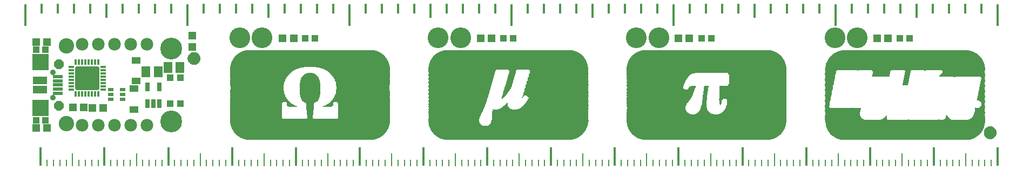
<source format=gbr>
G04 EAGLE Gerber RS-274X export*
G75*
%MOMM*%
%FSLAX34Y34*%
%LPD*%
%INSoldermask Top*%
%IPPOS*%
%AMOC8*
5,1,8,0,0,1.08239X$1,22.5*%
G01*
%ADD10C,2.403200*%
%ADD11R,0.300000X3.000000*%
%ADD12R,0.200000X1.000000*%
%ADD13R,0.200000X2.000000*%
%ADD14R,0.300000X3.500000*%
%ADD15R,0.300000X1.500000*%
%ADD16R,0.300000X2.200000*%
%ADD17C,1.203200*%
%ADD18C,0.500000*%
%ADD19R,1.443200X1.703200*%
%ADD20R,1.278200X1.203200*%
%ADD21R,1.003200X1.003200*%
%ADD22R,1.423200X1.113200*%
%ADD23C,3.419200*%
%ADD24C,0.903200*%
%ADD25R,2.616200X2.616200*%
%ADD26P,1.635708X8X112.500000*%
%ADD27P,1.635708X8X292.500000*%
%ADD28R,1.553200X0.603200*%
%ADD29R,2.203200X1.203200*%
%ADD30R,1.103200X1.103200*%
%ADD31C,0.555478*%
%ADD32R,0.900000X0.350000*%
%ADD33R,0.350000X0.900000*%
%ADD34R,0.903200X0.553200*%
%ADD35C,1.981200*%
%ADD36R,0.753200X1.403200*%
%ADD37R,19.408141X0.021081*%
%ADD38R,19.410681X0.021081*%
%ADD39R,19.852641X0.021081*%
%ADD40R,19.834859X0.021081*%
%ADD41R,19.832319X0.021081*%
%ADD42R,20.106641X0.021338*%
%ADD43R,20.088859X0.021338*%
%ADD44R,20.320000X0.021081*%
%ADD45R,20.297141X0.021081*%
%ADD46R,20.487641X0.021081*%
%ADD47R,20.490181X0.021081*%
%ADD48R,20.660359X0.021338*%
%ADD49R,20.637500X0.021338*%
%ADD50R,20.787359X0.021081*%
%ADD51R,20.805141X0.021081*%
%ADD52R,20.807681X0.021081*%
%ADD53R,20.914359X0.021081*%
%ADD54R,20.932141X0.021081*%
%ADD55R,20.934681X0.021081*%
%ADD56R,21.041359X0.021338*%
%ADD57R,21.059141X0.021338*%
%ADD58R,21.168359X0.021081*%
%ADD59R,21.165819X0.021081*%
%ADD60R,21.165822X0.021081*%
%ADD61R,21.249641X0.021081*%
%ADD62R,21.272500X0.021081*%
%ADD63R,21.376641X0.021338*%
%ADD64R,21.358859X0.021338*%
%ADD65R,21.463000X0.021081*%
%ADD66R,21.485859X0.021081*%
%ADD67R,21.549359X0.021081*%
%ADD68R,21.567141X0.021081*%
%ADD69R,21.569681X0.021081*%
%ADD70R,21.630641X0.021338*%
%ADD71R,21.653500X0.021338*%
%ADD72R,21.717000X0.021081*%
%ADD73R,21.739859X0.021081*%
%ADD74R,21.737319X0.021081*%
%ADD75R,21.803359X0.021081*%
%ADD76R,21.821141X0.021081*%
%ADD77R,21.823681X0.021081*%
%ADD78R,21.884641X0.021338*%
%ADD79R,21.907500X0.021338*%
%ADD80R,21.971000X0.021081*%
%ADD81R,22.057359X0.021081*%
%ADD82R,22.034500X0.021081*%
%ADD83R,22.031963X0.021081*%
%ADD84R,22.098000X0.021338*%
%ADD85R,22.120859X0.021338*%
%ADD86R,22.118319X0.021338*%
%ADD87R,22.184359X0.021081*%
%ADD88R,22.181819X0.021081*%
%ADD89R,22.265641X0.021081*%
%ADD90R,22.247859X0.021081*%
%ADD91R,22.245319X0.021081*%
%ADD92R,22.311359X0.021338*%
%ADD93R,22.329141X0.021338*%
%ADD94R,22.392641X0.021081*%
%ADD95R,22.374859X0.021081*%
%ADD96R,22.372319X0.021081*%
%ADD97R,22.435822X0.021081*%
%ADD98R,22.456141X0.021081*%
%ADD99R,22.438359X0.021081*%
%ADD100R,22.522178X0.021338*%
%ADD101R,22.501859X0.021338*%
%ADD102R,22.499319X0.021338*%
%ADD103R,22.562822X0.021081*%
%ADD104R,22.562819X0.021081*%
%ADD105R,22.565359X0.021081*%
%ADD106R,22.606000X0.021081*%
%ADD107R,22.628859X0.021081*%
%ADD108R,22.626319X0.021081*%
%ADD109R,22.692359X0.021338*%
%ADD110R,22.669500X0.021338*%
%ADD111R,22.733000X0.021081*%
%ADD112R,22.735537X0.021081*%
%ADD113R,22.773641X0.021081*%
%ADD114R,22.796500X0.021081*%
%ADD115R,22.819359X0.021338*%
%ADD116R,22.837141X0.021338*%
%ADD117R,22.839681X0.021338*%
%ADD118R,22.900641X0.021081*%
%ADD119R,22.882859X0.021081*%
%ADD120R,22.880319X0.021081*%
%ADD121R,22.946359X0.021081*%
%ADD122R,22.923500X0.021081*%
%ADD123R,22.987000X0.021338*%
%ADD124R,23.027641X0.021081*%
%ADD125R,23.030181X0.021081*%
%ADD126R,23.073359X0.021081*%
%ADD127R,23.091141X0.021081*%
%ADD128R,23.114000X0.021338*%
%ADD129R,23.136859X0.021338*%
%ADD130R,23.134319X0.021338*%
%ADD131R,23.154641X0.021081*%
%ADD132R,23.177500X0.021081*%
%ADD133R,23.174962X0.021081*%
%ADD134R,23.200359X0.021081*%
%ADD135R,23.218141X0.021081*%
%ADD136R,23.220681X0.021081*%
%ADD137R,23.241000X0.021338*%
%ADD138R,23.263859X0.021338*%
%ADD139R,23.261319X0.021338*%
%ADD140R,23.281641X0.021081*%
%ADD141R,23.304500X0.021081*%
%ADD142R,23.327359X0.021081*%
%ADD143R,23.345141X0.021081*%
%ADD144R,23.347681X0.021081*%
%ADD145R,23.368000X0.021338*%
%ADD146R,23.390859X0.021338*%
%ADD147R,23.388319X0.021338*%
%ADD148R,23.408641X0.021081*%
%ADD149R,23.431500X0.021081*%
%ADD150R,23.454359X0.021081*%
%ADD151R,23.451819X0.021081*%
%ADD152R,23.495000X0.021338*%
%ADD153R,23.535641X0.021081*%
%ADD154R,23.538181X0.021081*%
%ADD155R,23.578822X0.021081*%
%ADD156R,23.558500X0.021081*%
%ADD157R,23.622000X0.021338*%
%ADD158R,23.599141X0.021338*%
%ADD159R,23.601681X0.021338*%
%ADD160R,23.622000X0.021081*%
%ADD161R,23.644859X0.021081*%
%ADD162R,23.642319X0.021081*%
%ADD163R,23.662641X0.021081*%
%ADD164R,23.685500X0.021081*%
%ADD165R,23.708359X0.021338*%
%ADD166R,23.705819X0.021338*%
%ADD167R,23.749000X0.021081*%
%ADD168R,23.789641X0.021081*%
%ADD169R,23.771859X0.021081*%
%ADD170R,23.769319X0.021081*%
%ADD171R,23.789641X0.021338*%
%ADD172R,23.812500X0.021338*%
%ADD173R,23.835359X0.021081*%
%ADD174R,23.855678X0.021081*%
%ADD175R,23.876000X0.021081*%
%ADD176R,23.878538X0.021081*%
%ADD177R,23.916641X0.021338*%
%ADD178R,23.898859X0.021338*%
%ADD179R,23.896319X0.021338*%
%ADD180R,23.916641X0.021081*%
%ADD181R,23.939500X0.021081*%
%ADD182R,23.962359X0.021081*%
%ADD183R,23.959819X0.021081*%
%ADD184R,24.003000X0.021338*%
%ADD185R,23.980141X0.021338*%
%ADD186R,23.982681X0.021338*%
%ADD187R,24.003000X0.021081*%
%ADD188R,24.025859X0.021081*%
%ADD189R,24.023319X0.021081*%
%ADD190R,24.043641X0.021081*%
%ADD191R,24.046181X0.021081*%
%ADD192R,24.089359X0.021338*%
%ADD193R,24.066500X0.021338*%
%ADD194R,24.063963X0.021338*%
%ADD195R,24.089359X0.021081*%
%ADD196R,24.107141X0.021081*%
%ADD197R,24.109681X0.021081*%
%ADD198R,24.130000X0.021081*%
%ADD199R,24.170641X0.021338*%
%ADD200R,24.152859X0.021338*%
%ADD201R,24.150319X0.021338*%
%ADD202R,24.170641X0.021081*%
%ADD203R,24.193500X0.021081*%
%ADD204R,24.216359X0.021081*%
%ADD205R,24.216359X0.021338*%
%ADD206R,24.234141X0.021338*%
%ADD207R,24.236681X0.021338*%
%ADD208R,24.257000X0.021081*%
%ADD209R,24.279859X0.021081*%
%ADD210R,24.277319X0.021081*%
%ADD211R,24.297641X0.021338*%
%ADD212R,24.300181X0.021338*%
%ADD213R,24.343359X0.021081*%
%ADD214R,24.320500X0.021081*%
%ADD215R,24.317963X0.021081*%
%ADD216R,24.340819X0.021081*%
%ADD217R,24.340822X0.021081*%
%ADD218R,24.384000X0.021338*%
%ADD219R,24.361141X0.021338*%
%ADD220R,24.363681X0.021338*%
%ADD221R,24.384000X0.021081*%
%ADD222R,24.424641X0.021081*%
%ADD223R,24.406859X0.021081*%
%ADD224R,24.404319X0.021081*%
%ADD225R,24.424641X0.021338*%
%ADD226R,24.427181X0.021338*%
%ADD227R,24.470359X0.021081*%
%ADD228R,24.447500X0.021081*%
%ADD229R,24.467819X0.021081*%
%ADD230R,24.490678X0.021338*%
%ADD231R,24.488141X0.021338*%
%ADD232R,24.490681X0.021338*%
%ADD233R,24.511000X0.021081*%
%ADD234R,24.533859X0.021081*%
%ADD235R,24.531319X0.021081*%
%ADD236R,24.551641X0.021338*%
%ADD237R,24.533859X0.021338*%
%ADD238R,24.531319X0.021338*%
%ADD239R,24.551641X0.021081*%
%ADD240R,24.574500X0.021081*%
%ADD241R,24.594822X0.021081*%
%ADD242R,24.594822X0.021338*%
%ADD243R,24.594819X0.021338*%
%ADD244R,24.597359X0.021338*%
%ADD245R,24.615141X0.021081*%
%ADD246R,24.617681X0.021081*%
%ADD247R,24.638000X0.021081*%
%ADD248R,24.638000X0.021338*%
%ADD249R,24.660859X0.021338*%
%ADD250R,24.681178X0.021081*%
%ADD251R,24.660859X0.021081*%
%ADD252R,24.658319X0.021081*%
%ADD253R,24.681181X0.021081*%
%ADD254R,24.678641X0.021081*%
%ADD255R,24.681178X0.021338*%
%ADD256R,24.701500X0.021338*%
%ADD257R,24.724359X0.021081*%
%ADD258R,24.701500X0.021081*%
%ADD259R,24.721819X0.021081*%
%ADD260R,24.724359X0.021338*%
%ADD261R,24.742141X0.021338*%
%ADD262R,24.744681X0.021338*%
%ADD263R,24.765000X0.021081*%
%ADD264R,24.742141X0.021081*%
%ADD265R,24.744681X0.021081*%
%ADD266R,8.549641X0.021081*%
%ADD267R,15.791178X0.021081*%
%ADD268R,24.765000X0.021338*%
%ADD269R,8.488681X0.021338*%
%ADD270R,15.707359X0.021338*%
%ADD271R,24.785322X0.021081*%
%ADD272R,8.425181X0.021081*%
%ADD273R,15.621000X0.021081*%
%ADD274R,24.785319X0.021081*%
%ADD275R,24.805641X0.021081*%
%ADD276R,8.361681X0.021081*%
%ADD277R,15.580359X0.021081*%
%ADD278R,24.805641X0.021338*%
%ADD279R,8.318500X0.021338*%
%ADD280R,15.557500X0.021338*%
%ADD281R,8.298178X0.021081*%
%ADD282R,15.514322X0.021081*%
%ADD283R,24.828500X0.021081*%
%ADD284R,24.851359X0.021081*%
%ADD285R,8.255000X0.021081*%
%ADD286R,15.473681X0.021081*%
%ADD287R,24.851359X0.021338*%
%ADD288R,8.211819X0.021338*%
%ADD289R,15.450822X0.021338*%
%ADD290R,8.191500X0.021081*%
%ADD291R,15.430500X0.021081*%
%ADD292R,8.194038X0.021081*%
%ADD293R,15.407641X0.021081*%
%ADD294R,24.871681X0.021081*%
%ADD295R,24.892000X0.021338*%
%ADD296R,8.150859X0.021338*%
%ADD297R,15.387319X0.021338*%
%ADD298R,24.871681X0.021338*%
%ADD299R,24.892000X0.021081*%
%ADD300R,8.130538X0.021081*%
%ADD301R,15.367000X0.021081*%
%ADD302R,8.107678X0.021081*%
%ADD303R,15.369537X0.021081*%
%ADD304R,8.107681X0.021338*%
%ADD305R,15.346678X0.021338*%
%ADD306R,8.087359X0.021081*%
%ADD307R,15.326359X0.021081*%
%ADD308R,24.912319X0.021081*%
%ADD309R,24.932641X0.021081*%
%ADD310R,8.064500X0.021081*%
%ADD311R,15.303500X0.021081*%
%ADD312R,24.932641X0.021338*%
%ADD313R,8.044181X0.021338*%
%ADD314R,15.283178X0.021338*%
%ADD315R,24.912319X0.021338*%
%ADD316R,8.023859X0.021081*%
%ADD317R,15.283181X0.021081*%
%ADD318R,15.260322X0.021081*%
%ADD319R,8.021319X0.021338*%
%ADD320R,15.260322X0.021338*%
%ADD321R,24.955500X0.021338*%
%ADD322R,8.001000X0.021081*%
%ADD323R,15.240000X0.021081*%
%ADD324R,24.955500X0.021081*%
%ADD325R,24.978359X0.021081*%
%ADD326R,24.978359X0.021338*%
%ADD327R,7.978141X0.021338*%
%ADD328R,15.219681X0.021338*%
%ADD329R,7.978141X0.021081*%
%ADD330R,15.217141X0.021081*%
%ADD331R,7.957819X0.021081*%
%ADD332R,7.957819X0.021338*%
%ADD333R,15.217141X0.021338*%
%ADD334R,7.957822X0.021081*%
%ADD335R,15.196819X0.021081*%
%ADD336R,24.998681X0.021081*%
%ADD337R,7.937500X0.021338*%
%ADD338R,15.176500X0.021338*%
%ADD339R,24.998681X0.021338*%
%ADD340R,24.998678X0.021081*%
%ADD341R,7.937500X0.021081*%
%ADD342R,15.176500X0.021081*%
%ADD343R,25.019000X0.021081*%
%ADD344R,25.019000X0.021338*%
%ADD345R,7.914641X0.021338*%
%ADD346R,7.914641X0.021081*%
%ADD347R,15.153641X0.021081*%
%ADD348R,7.894322X0.021081*%
%ADD349R,7.894322X0.021338*%
%ADD350R,15.156178X0.021338*%
%ADD351R,15.156178X0.021081*%
%ADD352R,15.135859X0.021081*%
%ADD353R,15.135859X0.021338*%
%ADD354R,8.338819X0.021338*%
%ADD355R,1.356359X0.021338*%
%ADD356R,8.338822X0.021338*%
%ADD357R,8.275319X0.021081*%
%ADD358R,1.229359X0.021081*%
%ADD359R,8.275322X0.021081*%
%ADD360R,8.234678X0.021081*%
%ADD361R,1.143000X0.021081*%
%ADD362R,8.234681X0.021081*%
%ADD363R,1.079500X0.021338*%
%ADD364R,8.211822X0.021338*%
%ADD365R,1.036319X0.021081*%
%ADD366R,15.113000X0.021081*%
%ADD367R,8.171178X0.021081*%
%ADD368R,0.995681X0.021081*%
%ADD369R,8.171181X0.021081*%
%ADD370R,8.148319X0.021338*%
%ADD371R,0.975359X0.021338*%
%ADD372R,8.148322X0.021338*%
%ADD373R,7.957822X0.021338*%
%ADD374R,15.113000X0.021338*%
%ADD375R,8.148319X0.021081*%
%ADD376R,0.929641X0.021081*%
%ADD377R,8.148322X0.021081*%
%ADD378R,8.128000X0.021081*%
%ADD379R,8.128000X0.021338*%
%ADD380R,0.909319X0.021338*%
%ADD381R,8.105141X0.021081*%
%ADD382R,0.889000X0.021081*%
%ADD383R,8.107681X0.021081*%
%ADD384R,8.105141X0.021338*%
%ADD385R,0.889000X0.021338*%
%ADD386R,7.998463X0.021338*%
%ADD387R,7.998463X0.021081*%
%ADD388R,8.021322X0.021338*%
%ADD389R,8.021322X0.021081*%
%ADD390R,8.041641X0.021081*%
%ADD391R,8.041641X0.021338*%
%ADD392R,15.092678X0.021338*%
%ADD393R,15.092678X0.021081*%
%ADD394R,8.064500X0.021338*%
%ADD395R,0.909319X0.021081*%
%ADD396R,8.084822X0.021081*%
%ADD397R,0.929641X0.021338*%
%ADD398R,15.072359X0.021081*%
%ADD399R,8.168641X0.021338*%
%ADD400R,15.072359X0.021338*%
%ADD401R,8.168641X0.021081*%
%ADD402R,8.191500X0.021338*%
%ADD403R,0.952500X0.021081*%
%ADD404R,10.160000X0.021081*%
%ADD405R,3.088641X0.021081*%
%ADD406R,10.815322X0.021081*%
%ADD407R,8.211822X0.021081*%
%ADD408R,10.053319X0.021081*%
%ADD409R,2.857500X0.021081*%
%ADD410R,10.688322X0.021081*%
%ADD411R,15.049500X0.021338*%
%ADD412R,9.969500X0.021338*%
%ADD413R,2.687322X0.021338*%
%ADD414R,10.604500X0.021338*%
%ADD415R,0.975359X0.021081*%
%ADD416R,8.232141X0.021081*%
%ADD417R,15.049500X0.021081*%
%ADD418R,9.906000X0.021081*%
%ADD419R,2.562859X0.021081*%
%ADD420R,10.541000X0.021081*%
%ADD421R,9.862819X0.021081*%
%ADD422R,2.435859X0.021081*%
%ADD423R,10.477500X0.021081*%
%ADD424R,8.255000X0.021338*%
%ADD425R,9.819641X0.021338*%
%ADD426R,2.349500X0.021338*%
%ADD427R,10.414000X0.021338*%
%ADD428R,9.779000X0.021081*%
%ADD429R,2.265678X0.021081*%
%ADD430R,10.370822X0.021081*%
%ADD431R,9.735819X0.021081*%
%ADD432R,2.202178X0.021081*%
%ADD433R,10.330181X0.021081*%
%ADD434R,8.275322X0.021338*%
%ADD435R,9.695178X0.021338*%
%ADD436R,2.115822X0.021338*%
%ADD437R,10.287000X0.021338*%
%ADD438R,8.295641X0.021081*%
%ADD439R,9.652000X0.021081*%
%ADD440R,2.052319X0.021081*%
%ADD441R,10.243822X0.021081*%
%ADD442R,8.318500X0.021081*%
%ADD443R,15.029178X0.021081*%
%ADD444R,9.631678X0.021081*%
%ADD445R,1.988822X0.021081*%
%ADD446R,10.203181X0.021081*%
%ADD447R,0.995681X0.021338*%
%ADD448R,15.029178X0.021338*%
%ADD449R,9.608819X0.021338*%
%ADD450R,1.925319X0.021338*%
%ADD451R,10.160000X0.021338*%
%ADD452R,8.338822X0.021081*%
%ADD453R,9.568178X0.021081*%
%ADD454R,1.884681X0.021081*%
%ADD455R,10.139681X0.021081*%
%ADD456R,9.545319X0.021081*%
%ADD457R,1.818641X0.021081*%
%ADD458R,10.096500X0.021081*%
%ADD459R,1.016000X0.021338*%
%ADD460R,8.359141X0.021338*%
%ADD461R,9.525000X0.021338*%
%ADD462R,1.778000X0.021338*%
%ADD463R,10.076181X0.021338*%
%ADD464R,1.016000X0.021081*%
%ADD465R,8.359141X0.021081*%
%ADD466R,9.504678X0.021081*%
%ADD467R,1.714500X0.021081*%
%ADD468R,10.053322X0.021081*%
%ADD469R,8.382000X0.021081*%
%ADD470R,9.481819X0.021081*%
%ADD471R,1.671319X0.021081*%
%ADD472R,10.033000X0.021081*%
%ADD473R,8.382000X0.021338*%
%ADD474R,15.008859X0.021338*%
%ADD475R,9.461500X0.021338*%
%ADD476R,1.630681X0.021338*%
%ADD477R,9.992359X0.021338*%
%ADD478R,8.402322X0.021081*%
%ADD479R,15.008859X0.021081*%
%ADD480R,9.441178X0.021081*%
%ADD481R,1.587500X0.021081*%
%ADD482R,9.969500X0.021081*%
%ADD483R,9.418319X0.021081*%
%ADD484R,9.949181X0.021081*%
%ADD485R,8.422641X0.021338*%
%ADD486R,9.398000X0.021338*%
%ADD487R,1.544319X0.021338*%
%ADD488R,9.926322X0.021338*%
%ADD489R,8.422641X0.021081*%
%ADD490R,9.375141X0.021081*%
%ADD491R,1.503681X0.021081*%
%ADD492R,8.445500X0.021081*%
%ADD493R,1.460500X0.021081*%
%ADD494R,9.885681X0.021081*%
%ADD495R,1.036319X0.021338*%
%ADD496R,8.445500X0.021338*%
%ADD497R,14.986000X0.021338*%
%ADD498R,9.354819X0.021338*%
%ADD499R,1.417319X0.021338*%
%ADD500R,9.865359X0.021338*%
%ADD501R,8.465822X0.021081*%
%ADD502R,14.986000X0.021081*%
%ADD503R,9.334500X0.021081*%
%ADD504R,1.417319X0.021081*%
%ADD505R,9.842500X0.021081*%
%ADD506R,1.056641X0.021081*%
%ADD507R,1.376681X0.021081*%
%ADD508R,9.822181X0.021081*%
%ADD509R,1.056641X0.021338*%
%ADD510R,8.486141X0.021338*%
%ADD511R,9.314178X0.021338*%
%ADD512R,1.336037X0.021338*%
%ADD513R,9.822181X0.021338*%
%ADD514R,8.486141X0.021081*%
%ADD515R,9.314178X0.021081*%
%ADD516R,1.336037X0.021081*%
%ADD517R,9.799322X0.021081*%
%ADD518R,8.506462X0.021081*%
%ADD519R,9.291319X0.021081*%
%ADD520R,1.290319X0.021081*%
%ADD521R,8.506462X0.021338*%
%ADD522R,14.965678X0.021338*%
%ADD523R,9.291319X0.021338*%
%ADD524R,1.270000X0.021338*%
%ADD525R,9.758681X0.021338*%
%ADD526R,14.965678X0.021081*%
%ADD527R,9.271000X0.021081*%
%ADD528R,1.249681X0.021081*%
%ADD529R,9.735822X0.021081*%
%ADD530R,8.529322X0.021081*%
%ADD531R,1.226822X0.021081*%
%ADD532R,8.529322X0.021338*%
%ADD533R,9.271000X0.021338*%
%ADD534R,1.206500X0.021338*%
%ADD535R,9.715500X0.021338*%
%ADD536R,9.248141X0.021081*%
%ADD537R,1.186178X0.021081*%
%ADD538R,9.695181X0.021081*%
%ADD539R,1.079500X0.021081*%
%ADD540R,1.163319X0.021081*%
%ADD541R,8.572500X0.021338*%
%ADD542R,0.190500X0.021338*%
%ADD543R,2.623822X0.021338*%
%ADD544R,11.366500X0.021338*%
%ADD545R,9.248141X0.021338*%
%ADD546R,1.143000X0.021338*%
%ADD547R,9.672322X0.021338*%
%ADD548R,1.102359X0.021081*%
%ADD549R,8.572500X0.021081*%
%ADD550R,0.086359X0.021081*%
%ADD551R,2.372359X0.021081*%
%ADD552R,11.239500X0.021081*%
%ADD553R,9.227819X0.021081*%
%ADD554R,1.122681X0.021081*%
%ADD555R,8.592822X0.021081*%
%ADD556R,0.020322X0.021081*%
%ADD557R,2.199641X0.021081*%
%ADD558R,11.135359X0.021081*%
%ADD559R,1.099822X0.021081*%
%ADD560R,1.102359X0.021338*%
%ADD561R,8.592822X0.021338*%
%ADD562R,2.052319X0.021338*%
%ADD563R,11.071859X0.021338*%
%ADD564R,9.227819X0.021338*%
%ADD565R,1.099822X0.021338*%
%ADD566R,9.631681X0.021338*%
%ADD567R,8.613141X0.021081*%
%ADD568R,1.925319X0.021081*%
%ADD569R,11.008359X0.021081*%
%ADD570R,9.631681X0.021081*%
%ADD571R,1.821178X0.021081*%
%ADD572R,10.944859X0.021081*%
%ADD573R,9.207500X0.021081*%
%ADD574R,1.059178X0.021081*%
%ADD575R,9.608822X0.021081*%
%ADD576R,8.636000X0.021338*%
%ADD577R,1.734822X0.021338*%
%ADD578R,10.881359X0.021338*%
%ADD579R,9.207500X0.021338*%
%ADD580R,1.059178X0.021338*%
%ADD581R,9.588500X0.021338*%
%ADD582R,8.636000X0.021081*%
%ADD583R,1.628141X0.021081*%
%ADD584R,10.838178X0.021081*%
%ADD585R,9.588500X0.021081*%
%ADD586R,1.567181X0.021081*%
%ADD587R,10.795000X0.021081*%
%ADD588R,9.568181X0.021081*%
%ADD589R,8.656322X0.021338*%
%ADD590R,1.480819X0.021338*%
%ADD591R,10.754359X0.021338*%
%ADD592R,9.568181X0.021338*%
%ADD593R,8.656322X0.021081*%
%ADD594R,1.417322X0.021081*%
%ADD595R,10.711178X0.021081*%
%ADD596R,0.972822X0.021081*%
%ADD597R,9.545322X0.021081*%
%ADD598R,8.676641X0.021081*%
%ADD599R,1.333500X0.021081*%
%ADD600R,10.668000X0.021081*%
%ADD601R,1.122681X0.021338*%
%ADD602R,8.676641X0.021338*%
%ADD603R,1.290322X0.021338*%
%ADD604R,10.647678X0.021338*%
%ADD605R,0.972822X0.021338*%
%ADD606R,8.699500X0.021081*%
%ADD607R,10.604500X0.021081*%
%ADD608R,9.525000X0.021081*%
%ADD609R,10.563859X0.021081*%
%ADD610R,0.932178X0.021081*%
%ADD611R,9.504681X0.021081*%
%ADD612R,8.699500X0.021338*%
%ADD613R,10.541000X0.021338*%
%ADD614R,0.932178X0.021338*%
%ADD615R,9.504681X0.021338*%
%ADD616R,8.719822X0.021081*%
%ADD617R,10.500359X0.021081*%
%ADD618R,0.911859X0.021081*%
%ADD619R,9.481822X0.021081*%
%ADD620R,8.740141X0.021338*%
%ADD621R,0.952500X0.021338*%
%ADD622R,10.457178X0.021338*%
%ADD623R,9.481822X0.021338*%
%ADD624R,8.740141X0.021081*%
%ADD625R,10.414000X0.021081*%
%ADD626R,9.461500X0.021081*%
%ADD627R,0.868678X0.021081*%
%ADD628R,10.393678X0.021081*%
%ADD629R,0.866141X0.021081*%
%ADD630R,8.763000X0.021338*%
%ADD631R,0.825500X0.021338*%
%ADD632R,10.373359X0.021338*%
%ADD633R,0.866141X0.021338*%
%ADD634R,8.763000X0.021081*%
%ADD635R,0.784859X0.021081*%
%ADD636R,10.350500X0.021081*%
%ADD637R,9.441181X0.021081*%
%ADD638R,8.783322X0.021081*%
%ADD639R,0.741681X0.021081*%
%ADD640R,10.309859X0.021081*%
%ADD641R,1.183641X0.021338*%
%ADD642R,1.290319X0.021338*%
%ADD643R,8.783322X0.021338*%
%ADD644R,0.698500X0.021338*%
%ADD645R,9.441181X0.021338*%
%ADD646R,1.356359X0.021081*%
%ADD647R,1.183641X0.021081*%
%ADD648R,1.376678X0.021081*%
%ADD649R,8.803641X0.021081*%
%ADD650R,0.678178X0.021081*%
%ADD651R,10.266678X0.021081*%
%ADD652R,0.825500X0.021081*%
%ADD653R,9.420859X0.021081*%
%ADD654R,1.353819X0.021081*%
%ADD655R,0.635000X0.021081*%
%ADD656R,10.246359X0.021081*%
%ADD657R,1.313181X0.021338*%
%ADD658R,1.313178X0.021338*%
%ADD659R,8.803641X0.021338*%
%ADD660R,0.591819X0.021338*%
%ADD661R,10.223500X0.021338*%
%ADD662R,9.420859X0.021338*%
%ADD663R,1.270000X0.021081*%
%ADD664R,8.826500X0.021081*%
%ADD665R,0.551181X0.021081*%
%ADD666R,10.203178X0.021081*%
%ADD667R,0.805181X0.021081*%
%ADD668R,9.398000X0.021081*%
%ADD669R,1.247141X0.021081*%
%ADD670R,0.528322X0.021081*%
%ADD671R,10.182859X0.021081*%
%ADD672R,8.846822X0.021338*%
%ADD673R,0.508000X0.021338*%
%ADD674R,10.162538X0.021338*%
%ADD675R,0.805181X0.021338*%
%ADD676R,1.186181X0.021081*%
%ADD677R,8.846822X0.021081*%
%ADD678R,0.467359X0.021081*%
%ADD679R,10.139678X0.021081*%
%ADD680R,9.377681X0.021081*%
%ADD681R,0.444500X0.021081*%
%ADD682R,10.119359X0.021081*%
%ADD683R,1.120141X0.021338*%
%ADD684R,8.867141X0.021338*%
%ADD685R,0.424178X0.021338*%
%ADD686R,10.096500X0.021338*%
%ADD687R,0.782322X0.021338*%
%ADD688R,9.377681X0.021338*%
%ADD689R,1.206500X0.021081*%
%ADD690R,8.867141X0.021081*%
%ADD691R,0.381000X0.021081*%
%ADD692R,10.076178X0.021081*%
%ADD693R,0.762000X0.021081*%
%ADD694R,1.036322X0.021081*%
%ADD695R,0.337819X0.021081*%
%ADD696R,10.055859X0.021081*%
%ADD697R,9.354822X0.021081*%
%ADD698R,1.229359X0.021338*%
%ADD699R,0.993141X0.021338*%
%ADD700R,8.890000X0.021338*%
%ADD701R,0.317500X0.021338*%
%ADD702R,10.033000X0.021338*%
%ADD703R,0.762000X0.021338*%
%ADD704R,9.354822X0.021338*%
%ADD705R,8.890000X0.021081*%
%ADD706R,0.294641X0.021081*%
%ADD707R,10.012678X0.021081*%
%ADD708R,0.741678X0.021081*%
%ADD709R,0.020319X0.021081*%
%ADD710R,0.932181X0.021081*%
%ADD711R,8.910322X0.021081*%
%ADD712R,0.274319X0.021081*%
%ADD713R,9.992359X0.021081*%
%ADD714R,0.106681X0.021081*%
%ADD715R,8.910322X0.021338*%
%ADD716R,0.233681X0.021338*%
%ADD717R,9.334500X0.021338*%
%ADD718R,0.741678X0.021338*%
%ADD719R,0.127000X0.021338*%
%ADD720R,0.868681X0.021081*%
%ADD721R,0.210822X0.021081*%
%ADD722R,0.147319X0.021081*%
%ADD723R,8.930641X0.021081*%
%ADD724R,0.190500X0.021081*%
%ADD725R,9.949178X0.021081*%
%ADD726R,9.354819X0.021081*%
%ADD727R,0.193038X0.021081*%
%ADD728R,0.784859X0.021338*%
%ADD729R,8.930641X0.021338*%
%ADD730R,0.170181X0.021338*%
%ADD731R,9.928859X0.021338*%
%ADD732R,0.721359X0.021338*%
%ADD733R,0.193038X0.021338*%
%ADD734R,0.147322X0.021081*%
%ADD735R,0.721359X0.021081*%
%ADD736R,0.233681X0.021081*%
%ADD737R,8.953500X0.021081*%
%ADD738R,9.885678X0.021081*%
%ADD739R,1.249681X0.021338*%
%ADD740R,8.953500X0.021338*%
%ADD741R,9.885678X0.021338*%
%ADD742R,0.254000X0.021338*%
%ADD743R,0.678181X0.021081*%
%ADD744R,0.657859X0.021081*%
%ADD745R,8.973822X0.021081*%
%ADD746R,9.865359X0.021081*%
%ADD747R,9.314181X0.021081*%
%ADD748R,0.655319X0.021081*%
%ADD749R,0.655322X0.021081*%
%ADD750R,0.083822X0.021081*%
%ADD751R,0.635000X0.021338*%
%ADD752R,8.973822X0.021338*%
%ADD753R,0.063500X0.021338*%
%ADD754R,9.822178X0.021338*%
%ADD755R,9.441178X0.021338*%
%ADD756R,0.297178X0.021338*%
%ADD757R,9.314181X0.021338*%
%ADD758R,0.614678X0.021081*%
%ADD759R,1.310641X0.021081*%
%ADD760R,0.591822X0.021081*%
%ADD761R,8.994141X0.021081*%
%ADD762R,0.043181X0.021081*%
%ADD763R,9.822178X0.021081*%
%ADD764R,0.698500X0.021081*%
%ADD765R,0.297178X0.021081*%
%ADD766R,0.591819X0.021081*%
%ADD767R,9.801859X0.021081*%
%ADD768R,0.571500X0.021338*%
%ADD769R,8.994141X0.021338*%
%ADD770R,9.779000X0.021338*%
%ADD771R,9.481819X0.021338*%
%ADD772R,0.571500X0.021081*%
%ADD773R,1.397000X0.021081*%
%ADD774R,9.017000X0.021081*%
%ADD775R,9.758678X0.021081*%
%ADD776R,0.337822X0.021081*%
%ADD777R,1.437641X0.021081*%
%ADD778R,1.503681X0.021338*%
%ADD779R,0.548641X0.021338*%
%ADD780R,9.017000X0.021338*%
%ADD781R,9.738359X0.021338*%
%ADD782R,9.545319X0.021338*%
%ADD783R,0.678178X0.021338*%
%ADD784R,0.337822X0.021338*%
%ADD785R,9.291322X0.021338*%
%ADD786R,8.211819X0.021081*%
%ADD787R,1.564641X0.021081*%
%ADD788R,0.551178X0.021081*%
%ADD789R,9.037322X0.021081*%
%ADD790R,9.715500X0.021081*%
%ADD791R,9.291322X0.021081*%
%ADD792R,1.691641X0.021081*%
%ADD793R,0.358141X0.021081*%
%ADD794R,8.298178X0.021338*%
%ADD795R,8.298181X0.021338*%
%ADD796R,9.037322X0.021338*%
%ADD797R,0.358141X0.021338*%
%ADD798R,1.861819X0.021081*%
%ADD799R,9.057641X0.021081*%
%ADD800R,9.674859X0.021081*%
%ADD801R,9.608819X0.021081*%
%ADD802R,9.250678X0.021081*%
%ADD803R,1.948181X0.021081*%
%ADD804R,9.250681X0.021081*%
%ADD805R,2.032000X0.021338*%
%ADD806R,9.227822X0.021338*%
%ADD807R,9.057641X0.021338*%
%ADD808R,9.652000X0.021338*%
%ADD809R,0.657859X0.021338*%
%ADD810R,0.381000X0.021338*%
%ADD811R,2.095500X0.021081*%
%ADD812R,9.080500X0.021081*%
%ADD813R,9.672319X0.021081*%
%ADD814R,9.187178X0.021081*%
%ADD815R,2.159000X0.021081*%
%ADD816R,9.187181X0.021081*%
%ADD817R,0.403859X0.021081*%
%ADD818R,9.164319X0.021338*%
%ADD819R,2.202181X0.021338*%
%ADD820R,9.164322X0.021338*%
%ADD821R,9.080500X0.021338*%
%ADD822R,9.611359X0.021338*%
%ADD823R,0.403859X0.021338*%
%ADD824R,9.164319X0.021081*%
%ADD825R,9.144000X0.021081*%
%ADD826R,9.100822X0.021081*%
%ADD827R,2.329181X0.021081*%
%ADD828R,9.123681X0.021081*%
%ADD829R,0.637537X0.021081*%
%ADD830R,9.123678X0.021338*%
%ADD831R,2.369819X0.021338*%
%ADD832R,9.100822X0.021338*%
%ADD833R,9.568178X0.021338*%
%ADD834R,9.758678X0.021338*%
%ADD835R,0.637537X0.021338*%
%ADD836R,9.100819X0.021081*%
%ADD837R,2.392678X0.021081*%
%ADD838R,9.121141X0.021081*%
%ADD839R,9.547859X0.021081*%
%ADD840R,2.433322X0.021081*%
%ADD841R,9.060178X0.021338*%
%ADD842R,2.476500X0.021338*%
%ADD843R,9.060181X0.021338*%
%ADD844R,9.121141X0.021338*%
%ADD845R,9.799319X0.021338*%
%ADD846R,9.037319X0.021081*%
%ADD847R,2.519678X0.021081*%
%ADD848R,9.819641X0.021081*%
%ADD849R,2.560322X0.021081*%
%ADD850R,0.424181X0.021081*%
%ADD851R,2.580641X0.021338*%
%ADD852R,9.144000X0.021338*%
%ADD853R,9.484359X0.021338*%
%ADD854R,9.842500X0.021338*%
%ADD855R,0.424181X0.021338*%
%ADD856R,8.996678X0.021081*%
%ADD857R,2.603500X0.021081*%
%ADD858R,8.996681X0.021081*%
%ADD859R,9.164322X0.021081*%
%ADD860R,9.484359X0.021081*%
%ADD861R,8.973819X0.021081*%
%ADD862R,2.646678X0.021081*%
%ADD863R,0.464819X0.021081*%
%ADD864R,8.973819X0.021338*%
%ADD865R,2.667000X0.021338*%
%ADD866R,0.464819X0.021338*%
%ADD867R,2.687322X0.021081*%
%ADD868R,9.184641X0.021081*%
%ADD869R,0.487678X0.021081*%
%ADD870R,8.933178X0.021081*%
%ADD871R,2.707641X0.021081*%
%ADD872R,8.933181X0.021081*%
%ADD873R,9.926319X0.021081*%
%ADD874R,0.614681X0.021081*%
%ADD875R,0.508000X0.021081*%
%ADD876R,8.910319X0.021338*%
%ADD877R,2.730500X0.021338*%
%ADD878R,9.184641X0.021338*%
%ADD879R,9.949178X0.021338*%
%ADD880R,0.614681X0.021338*%
%ADD881R,0.528319X0.021338*%
%ADD882R,8.910319X0.021081*%
%ADD883R,2.753359X0.021081*%
%ADD884R,0.548641X0.021081*%
%ADD885R,2.773678X0.021081*%
%ADD886R,8.869678X0.021338*%
%ADD887R,2.773678X0.021338*%
%ADD888R,8.869681X0.021338*%
%ADD889R,9.377678X0.021338*%
%ADD890R,9.989819X0.021338*%
%ADD891R,0.675641X0.021338*%
%ADD892R,9.545322X0.021338*%
%ADD893R,8.869678X0.021081*%
%ADD894R,2.814322X0.021081*%
%ADD895R,8.869681X0.021081*%
%ADD896R,9.227822X0.021081*%
%ADD897R,0.040641X0.021081*%
%ADD898R,9.377678X0.021081*%
%ADD899R,9.989819X0.021081*%
%ADD900R,8.846819X0.021081*%
%ADD901R,0.063500X0.021081*%
%ADD902R,8.826500X0.021338*%
%ADD903R,2.834641X0.021338*%
%ADD904R,0.106678X0.021338*%
%ADD905R,0.612141X0.021338*%
%ADD906R,0.127000X0.021081*%
%ADD907R,9.357359X0.021081*%
%ADD908R,0.612141X0.021081*%
%ADD909R,8.806178X0.021081*%
%ADD910R,8.806181X0.021081*%
%ADD911R,0.170178X0.021081*%
%ADD912R,8.783319X0.021338*%
%ADD913R,2.900678X0.021338*%
%ADD914R,9.357359X0.021338*%
%ADD915R,10.076178X0.021338*%
%ADD916R,8.783319X0.021081*%
%ADD917R,2.900678X0.021081*%
%ADD918R,2.921000X0.021338*%
%ADD919R,0.231141X0.021338*%
%ADD920R,0.022859X0.021338*%
%ADD921R,10.116819X0.021338*%
%ADD922R,8.742678X0.021081*%
%ADD923R,2.941322X0.021081*%
%ADD924R,8.742681X0.021081*%
%ADD925R,0.254000X0.021081*%
%ADD926R,10.116819X0.021081*%
%ADD927R,8.719819X0.021338*%
%ADD928R,2.961641X0.021338*%
%ADD929R,8.719822X0.021338*%
%ADD930R,10.139678X0.021338*%
%ADD931R,2.984500X0.021081*%
%ADD932R,0.317500X0.021081*%
%ADD933R,8.679178X0.021338*%
%ADD934R,2.984500X0.021338*%
%ADD935R,9.311641X0.021338*%
%ADD936R,0.360678X0.021338*%
%ADD937R,0.083822X0.021338*%
%ADD938R,10.180319X0.021338*%
%ADD939R,0.614678X0.021338*%
%ADD940R,8.679178X0.021081*%
%ADD941R,3.007359X0.021081*%
%ADD942R,8.679181X0.021081*%
%ADD943R,9.311641X0.021081*%
%ADD944R,0.360681X0.021081*%
%ADD945R,0.083819X0.021081*%
%ADD946R,10.180319X0.021081*%
%ADD947R,8.656319X0.021081*%
%ADD948R,0.104141X0.021081*%
%ADD949R,0.594359X0.021081*%
%ADD950R,8.656319X0.021338*%
%ADD951R,3.027678X0.021338*%
%ADD952R,0.104141X0.021338*%
%ADD953R,10.203178X0.021338*%
%ADD954R,0.594359X0.021338*%
%ADD955R,3.027678X0.021081*%
%ADD956R,10.223500X0.021081*%
%ADD957R,3.048000X0.021081*%
%ADD958R,0.421641X0.021081*%
%ADD959R,3.048000X0.021338*%
%ADD960R,0.444500X0.021338*%
%ADD961R,10.243819X0.021338*%
%ADD962R,8.615678X0.021081*%
%ADD963R,8.615681X0.021081*%
%ADD964R,0.464822X0.021081*%
%ADD965R,0.149859X0.021081*%
%ADD966R,10.243819X0.021081*%
%ADD967R,3.068322X0.021081*%
%ADD968R,8.592819X0.021338*%
%ADD969R,3.068322X0.021338*%
%ADD970R,0.487678X0.021338*%
%ADD971R,0.167641X0.021338*%
%ADD972R,10.264141X0.021338*%
%ADD973R,8.592819X0.021081*%
%ADD974R,9.738359X0.021081*%
%ADD975R,10.264141X0.021081*%
%ADD976R,10.287000X0.021081*%
%ADD977R,10.520681X0.021081*%
%ADD978R,3.088641X0.021338*%
%ADD979R,9.375141X0.021338*%
%ADD980R,10.520681X0.021338*%
%ADD981R,0.530859X0.021081*%
%ADD982R,10.307319X0.021081*%
%ADD983R,8.552178X0.021081*%
%ADD984R,3.111500X0.021081*%
%ADD985R,8.552181X0.021081*%
%ADD986R,8.552178X0.021338*%
%ADD987R,3.111500X0.021338*%
%ADD988R,8.552181X0.021338*%
%ADD989R,10.182859X0.021338*%
%ADD990R,10.307319X0.021338*%
%ADD991R,8.529319X0.021081*%
%ADD992R,3.134359X0.021081*%
%ADD993R,10.330178X0.021081*%
%ADD994R,9.418322X0.021081*%
%ADD995R,8.529319X0.021338*%
%ADD996R,3.134359X0.021338*%
%ADD997R,9.418322X0.021338*%
%ADD998R,0.591822X0.021338*%
%ADD999R,10.350500X0.021338*%
%ADD1000R,8.509000X0.021081*%
%ADD1001R,10.162538X0.021081*%
%ADD1002R,10.370819X0.021081*%
%ADD1003R,8.509000X0.021338*%
%ADD1004R,9.438641X0.021338*%
%ADD1005R,10.370819X0.021338*%
%ADD1006R,8.488678X0.021081*%
%ADD1007R,8.488681X0.021081*%
%ADD1008R,9.438641X0.021081*%
%ADD1009R,3.154678X0.021081*%
%ADD1010R,10.391141X0.021081*%
%ADD1011R,8.488678X0.021338*%
%ADD1012R,3.175000X0.021338*%
%ADD1013R,10.391141X0.021338*%
%ADD1014R,8.465819X0.021081*%
%ADD1015R,3.175000X0.021081*%
%ADD1016R,8.465819X0.021338*%
%ADD1017R,8.465822X0.021338*%
%ADD1018R,10.119359X0.021338*%
%ADD1019R,0.701037X0.021081*%
%ADD1020R,10.434319X0.021081*%
%ADD1021R,10.497822X0.021081*%
%ADD1022R,10.497822X0.021338*%
%ADD1023R,9.502141X0.021081*%
%ADD1024R,0.718819X0.021081*%
%ADD1025R,10.457178X0.021081*%
%ADD1026R,8.425178X0.021338*%
%ADD1027R,8.425181X0.021338*%
%ADD1028R,9.502141X0.021338*%
%ADD1029R,0.741681X0.021338*%
%ADD1030R,10.477500X0.021338*%
%ADD1031R,8.425178X0.021081*%
%ADD1032R,3.215641X0.021081*%
%ADD1033R,3.215641X0.021338*%
%ADD1034R,10.055859X0.021338*%
%ADD1035R,10.497819X0.021338*%
%ADD1036R,8.402319X0.021081*%
%ADD1037R,10.497819X0.021081*%
%ADD1038R,0.782322X0.021081*%
%ADD1039R,10.520678X0.021081*%
%ADD1040R,8.402319X0.021338*%
%ADD1041R,8.402322X0.021338*%
%ADD1042R,0.802641X0.021338*%
%ADD1043R,10.520678X0.021338*%
%ADD1044R,0.782319X0.021081*%
%ADD1045R,0.805178X0.021081*%
%ADD1046R,9.565641X0.021338*%
%ADD1047R,10.012678X0.021338*%
%ADD1048R,9.565641X0.021081*%
%ADD1049R,10.561319X0.021081*%
%ADD1050R,9.585963X0.021338*%
%ADD1051R,0.848359X0.021338*%
%ADD1052R,10.561319X0.021338*%
%ADD1053R,9.585963X0.021081*%
%ADD1054R,0.848359X0.021081*%
%ADD1055R,0.845822X0.021081*%
%ADD1056R,10.584178X0.021081*%
%ADD1057R,10.584178X0.021338*%
%ADD1058R,8.361678X0.021338*%
%ADD1059R,8.361681X0.021338*%
%ADD1060R,9.608822X0.021338*%
%ADD1061R,0.868678X0.021338*%
%ADD1062R,8.361678X0.021081*%
%ADD1063R,9.629141X0.021081*%
%ADD1064R,1.120141X0.021081*%
%ADD1065R,9.629141X0.021338*%
%ADD1066R,1.099819X0.021338*%
%ADD1067R,3.238500X0.021081*%
%ADD1068R,9.928859X0.021081*%
%ADD1069R,3.238500X0.021338*%
%ADD1070R,0.909322X0.021338*%
%ADD1071R,8.996678X0.021338*%
%ADD1072R,1.038859X0.021081*%
%ADD1073R,9.672322X0.021081*%
%ADD1074R,1.059181X0.021081*%
%ADD1075R,9.906000X0.021338*%
%ADD1076R,1.036322X0.021338*%
%ADD1077R,10.457181X0.021081*%
%ADD1078R,9.692641X0.021338*%
%ADD1079R,0.972819X0.021338*%
%ADD1080R,10.457181X0.021338*%
%ADD1081R,9.692641X0.021081*%
%ADD1082R,8.846819X0.021338*%
%ADD1083R,0.995678X0.021338*%
%ADD1084R,0.995678X0.021081*%
%ADD1085R,0.993141X0.021081*%
%ADD1086R,9.735822X0.021338*%
%ADD1087R,9.756141X0.021081*%
%ADD1088R,9.756141X0.021338*%
%ADD1089R,9.801859X0.021338*%
%ADD1090R,10.436859X0.021081*%
%ADD1091R,9.799322X0.021338*%
%ADD1092R,10.436859X0.021338*%
%ADD1093R,1.059181X0.021338*%
%ADD1094R,8.933178X0.021338*%
%ADD1095R,3.195319X0.021081*%
%ADD1096R,9.060181X0.021081*%
%ADD1097R,3.195319X0.021338*%
%ADD1098R,9.862822X0.021081*%
%ADD1099R,9.862822X0.021338*%
%ADD1100R,9.883141X0.021081*%
%ADD1101R,9.695178X0.021081*%
%ADD1102R,9.883141X0.021338*%
%ADD1103R,1.038859X0.021338*%
%ADD1104R,3.154681X0.021081*%
%ADD1105R,3.154681X0.021338*%
%ADD1106R,9.674859X0.021338*%
%ADD1107R,9.926322X0.021081*%
%ADD1108R,9.060178X0.021081*%
%ADD1109R,9.946641X0.021338*%
%ADD1110R,9.631678X0.021338*%
%ADD1111R,9.946641X0.021081*%
%ADD1112R,9.100819X0.021338*%
%ADD1113R,9.611359X0.021081*%
%ADD1114R,9.123678X0.021081*%
%ADD1115R,3.068319X0.021338*%
%ADD1116R,3.068319X0.021081*%
%ADD1117R,9.989822X0.021081*%
%ADD1118R,9.989822X0.021338*%
%ADD1119R,10.010141X0.021081*%
%ADD1120R,3.027681X0.021081*%
%ADD1121R,3.027681X0.021338*%
%ADD1122R,10.010141X0.021338*%
%ADD1123R,9.187178X0.021338*%
%ADD1124R,9.547859X0.021338*%
%ADD1125R,10.053322X0.021338*%
%ADD1126R,2.941319X0.021081*%
%ADD1127R,10.073641X0.021338*%
%ADD1128R,9.504678X0.021338*%
%ADD1129R,2.900681X0.021081*%
%ADD1130R,10.073641X0.021081*%
%ADD1131R,2.880359X0.021338*%
%ADD1132R,10.093962X0.021338*%
%ADD1133R,10.093962X0.021081*%
%ADD1134R,2.834641X0.021081*%
%ADD1135R,2.814319X0.021081*%
%ADD1136R,10.116822X0.021081*%
%ADD1137R,8.719819X0.021081*%
%ADD1138R,2.794000X0.021081*%
%ADD1139R,2.773681X0.021338*%
%ADD1140R,10.116822X0.021338*%
%ADD1141R,9.418319X0.021338*%
%ADD1142R,10.137141X0.021081*%
%ADD1143R,2.730500X0.021081*%
%ADD1144R,2.707641X0.021338*%
%ADD1145R,10.137141X0.021338*%
%ADD1146R,2.687319X0.021081*%
%ADD1147R,2.667000X0.021081*%
%ADD1148R,8.806178X0.021338*%
%ADD1149R,2.646681X0.021338*%
%ADD1150R,8.806181X0.021338*%
%ADD1151R,2.626359X0.021081*%
%ADD1152R,2.580641X0.021081*%
%ADD1153R,10.180322X0.021081*%
%ADD1154R,10.180322X0.021338*%
%ADD1155R,2.540000X0.021081*%
%ADD1156R,2.499359X0.021338*%
%ADD1157R,10.200641X0.021338*%
%ADD1158R,2.453641X0.021081*%
%ADD1159R,10.200641X0.021081*%
%ADD1160R,2.413000X0.021081*%
%ADD1161R,2.392678X0.021338*%
%ADD1162R,8.933181X0.021338*%
%ADD1163R,2.326641X0.021081*%
%ADD1164R,2.286000X0.021338*%
%ADD1165R,2.245359X0.021081*%
%ADD1166R,2.159000X0.021338*%
%ADD1167R,10.243822X0.021338*%
%ADD1168R,2.118359X0.021081*%
%ADD1169R,2.072641X0.021081*%
%ADD1170R,9.799319X0.021081*%
%ADD1171R,1.991359X0.021081*%
%ADD1172R,9.293859X0.021081*%
%ADD1173R,1.864359X0.021338*%
%ADD1174R,9.123681X0.021338*%
%ADD1175R,9.293859X0.021338*%
%ADD1176R,1.757681X0.021081*%
%ADD1177R,10.307322X0.021081*%
%ADD1178R,1.691641X0.021338*%
%ADD1179R,9.187181X0.021338*%
%ADD1180R,10.307322X0.021338*%
%ADD1181R,1.630681X0.021081*%
%ADD1182R,9.250678X0.021338*%
%ADD1183R,1.483359X0.021338*%
%ADD1184R,9.250681X0.021338*%
%ADD1185R,10.327641X0.021338*%
%ADD1186R,10.327641X0.021081*%
%ADD1187R,9.230359X0.021081*%
%ADD1188R,9.230359X0.021338*%
%ADD1189R,10.370822X0.021338*%
%ADD1190R,10.751819X0.021338*%
%ADD1191R,11.069319X0.021081*%
%ADD1192R,9.166859X0.021081*%
%ADD1193R,9.166859X0.021338*%
%ADD1194R,10.434322X0.021081*%
%ADD1195R,10.434322X0.021338*%
%ADD1196R,9.735819X0.021338*%
%ADD1197R,10.454641X0.021338*%
%ADD1198R,10.454641X0.021081*%
%ADD1199R,9.926319X0.021338*%
%ADD1200R,1.165859X0.021081*%
%ADD1201R,10.012681X0.021081*%
%ADD1202R,10.518141X0.021081*%
%ADD1203R,10.518141X0.021338*%
%ADD1204R,10.076181X0.021081*%
%ADD1205R,10.561322X0.021081*%
%ADD1206R,1.292859X0.021081*%
%ADD1207R,1.353822X0.021338*%
%ADD1208R,10.645141X0.021081*%
%ADD1209R,1.419859X0.021081*%
%ADD1210R,10.708641X0.021081*%
%ADD1211R,10.434319X0.021338*%
%ADD1212R,10.584181X0.021338*%
%ADD1213R,10.647678X0.021081*%
%ADD1214R,10.647681X0.021081*%
%ADD1215R,24.996141X0.021081*%
%ADD1216R,10.711181X0.021081*%
%ADD1217R,10.774678X0.021338*%
%ADD1218R,10.774681X0.021338*%
%ADD1219R,24.996141X0.021338*%
%ADD1220R,10.858500X0.021081*%
%ADD1221R,10.922000X0.021081*%
%ADD1222R,11.005819X0.021338*%
%ADD1223R,10.985500X0.021338*%
%ADD1224R,11.071859X0.021081*%
%ADD1225R,11.176000X0.021081*%
%ADD1226R,11.282681X0.021338*%
%ADD1227R,11.282678X0.021338*%
%ADD1228R,11.389359X0.021081*%
%ADD1229R,24.975819X0.021081*%
%ADD1230R,11.536681X0.021081*%
%ADD1231R,11.536678X0.021081*%
%ADD1232R,11.684000X0.021338*%
%ADD1233R,11.917681X0.021081*%
%ADD1234R,11.917678X0.021081*%
%ADD1235R,24.935181X0.021081*%
%ADD1236R,24.935181X0.021338*%
%ADD1237R,24.914859X0.021081*%
%ADD1238R,24.914859X0.021338*%
%ADD1239R,24.894538X0.021081*%
%ADD1240R,24.871678X0.021338*%
%ADD1241R,24.871678X0.021081*%
%ADD1242R,24.848819X0.021338*%
%ADD1243R,24.828500X0.021338*%
%ADD1244R,24.808181X0.021081*%
%ADD1245R,24.787859X0.021081*%
%ADD1246R,24.787859X0.021338*%
%ADD1247R,24.785319X0.021338*%
%ADD1248R,24.658319X0.021338*%
%ADD1249R,24.615141X0.021338*%
%ADD1250R,24.617681X0.021338*%
%ADD1251R,24.594819X0.021081*%
%ADD1252R,24.597359X0.021081*%
%ADD1253R,24.574500X0.021338*%
%ADD1254R,24.511000X0.021338*%
%ADD1255R,24.488141X0.021081*%
%ADD1256R,24.490681X0.021081*%
%ADD1257R,24.447500X0.021338*%
%ADD1258R,24.427181X0.021081*%
%ADD1259R,24.404322X0.021081*%
%ADD1260R,24.363678X0.021081*%
%ADD1261R,24.361141X0.021081*%
%ADD1262R,24.363681X0.021081*%
%ADD1263R,24.320500X0.021338*%
%ADD1264R,24.317963X0.021338*%
%ADD1265R,24.297641X0.021081*%
%ADD1266R,24.300181X0.021081*%
%ADD1267R,24.257000X0.021338*%
%ADD1268R,24.234141X0.021081*%
%ADD1269R,24.236681X0.021081*%
%ADD1270R,24.173181X0.021338*%
%ADD1271R,24.152859X0.021081*%
%ADD1272R,24.150319X0.021081*%
%ADD1273R,24.107141X0.021338*%
%ADD1274R,24.109681X0.021338*%
%ADD1275R,24.066500X0.021081*%
%ADD1276R,24.063963X0.021081*%
%ADD1277R,24.025859X0.021338*%
%ADD1278R,24.023319X0.021338*%
%ADD1279R,23.980141X0.021081*%
%ADD1280R,23.982681X0.021081*%
%ADD1281R,23.939500X0.021338*%
%ADD1282R,23.896322X0.021081*%
%ADD1283R,23.898859X0.021081*%
%ADD1284R,23.896319X0.021081*%
%ADD1285R,23.855681X0.021081*%
%ADD1286R,23.835359X0.021338*%
%ADD1287R,23.832819X0.021338*%
%ADD1288R,23.812500X0.021081*%
%ADD1289R,23.769322X0.021081*%
%ADD1290R,23.749000X0.021338*%
%ADD1291R,23.726141X0.021338*%
%ADD1292R,23.728681X0.021338*%
%ADD1293R,23.708359X0.021081*%
%ADD1294R,23.705819X0.021081*%
%ADD1295R,23.665181X0.021081*%
%ADD1296R,23.644859X0.021338*%
%ADD1297R,23.642319X0.021338*%
%ADD1298R,23.599141X0.021081*%
%ADD1299R,23.601681X0.021081*%
%ADD1300R,23.535641X0.021338*%
%ADD1301R,23.517859X0.021338*%
%ADD1302R,23.515319X0.021338*%
%ADD1303R,23.495000X0.021081*%
%ADD1304R,23.472141X0.021081*%
%ADD1305R,23.408641X0.021338*%
%ADD1306R,23.411181X0.021338*%
%ADD1307R,23.368000X0.021081*%
%ADD1308R,23.324819X0.021081*%
%ADD1309R,23.281641X0.021338*%
%ADD1310R,23.304500X0.021338*%
%ADD1311R,23.241000X0.021081*%
%ADD1312R,23.263859X0.021081*%
%ADD1313R,23.197819X0.021081*%
%ADD1314R,23.197822X0.021081*%
%ADD1315R,23.154641X0.021338*%
%ADD1316R,23.157181X0.021338*%
%ADD1317R,23.114000X0.021081*%
%ADD1318R,23.070819X0.021081*%
%ADD1319R,23.027641X0.021338*%
%ADD1320R,23.009859X0.021338*%
%ADD1321R,22.987000X0.021081*%
%ADD1322R,22.964141X0.021081*%
%ADD1323R,22.966681X0.021081*%
%ADD1324R,22.860000X0.021338*%
%ADD1325R,22.882859X0.021338*%
%ADD1326R,22.880319X0.021338*%
%ADD1327R,22.819359X0.021081*%
%ADD1328R,22.837141X0.021081*%
%ADD1329R,22.776181X0.021081*%
%ADD1330R,22.733000X0.021338*%
%ADD1331R,22.712678X0.021338*%
%ADD1332R,22.712681X0.021338*%
%ADD1333R,22.646641X0.021081*%
%ADD1334R,22.669500X0.021081*%
%ADD1335R,22.562822X0.021338*%
%ADD1336R,22.542500X0.021338*%
%ADD1337R,22.479000X0.021081*%
%ADD1338R,22.501859X0.021081*%
%ADD1339R,22.499319X0.021081*%
%ADD1340R,22.435819X0.021081*%
%ADD1341R,22.352000X0.021338*%
%ADD1342R,22.374859X0.021338*%
%ADD1343R,22.372319X0.021338*%
%ADD1344R,22.311359X0.021081*%
%ADD1345R,22.308819X0.021081*%
%ADD1346R,22.225000X0.021081*%
%ADD1347R,22.184359X0.021338*%
%ADD1348R,22.161500X0.021338*%
%ADD1349R,22.098000X0.021081*%
%ADD1350R,22.120859X0.021081*%
%ADD1351R,22.014178X0.021081*%
%ADD1352R,21.971000X0.021338*%
%ADD1353R,21.948141X0.021338*%
%ADD1354R,21.950681X0.021338*%
%ADD1355R,21.884641X0.021081*%
%ADD1356R,21.887181X0.021081*%
%ADD1357R,21.800819X0.021081*%
%ADD1358R,21.717000X0.021338*%
%ADD1359R,21.719538X0.021338*%
%ADD1360R,21.630641X0.021081*%
%ADD1361R,21.633181X0.021081*%
%ADD1362R,21.546819X0.021081*%
%ADD1363R,21.463000X0.021338*%
%ADD1364R,21.440141X0.021338*%
%ADD1365R,21.442681X0.021338*%
%ADD1366R,21.336000X0.021081*%
%ADD1367R,21.358859X0.021081*%
%ADD1368R,21.356319X0.021081*%
%ADD1369R,21.252181X0.021081*%
%ADD1370R,21.122641X0.021338*%
%ADD1371R,21.145500X0.021338*%
%ADD1372R,21.142962X0.021338*%
%ADD1373R,21.041359X0.021081*%
%ADD1374R,21.018500X0.021081*%
%ADD1375R,20.891500X0.021081*%
%ADD1376R,20.888963X0.021081*%
%ADD1377R,20.787359X0.021338*%
%ADD1378R,20.764500X0.021338*%
%ADD1379R,20.614641X0.021081*%
%ADD1380R,20.637500X0.021081*%
%ADD1381R,20.447000X0.021081*%
%ADD1382R,20.469859X0.021081*%
%ADD1383R,20.467319X0.021081*%
%ADD1384R,20.279359X0.021338*%
%ADD1385R,20.276819X0.021338*%
%ADD1386R,20.066000X0.021081*%
%ADD1387R,19.771359X0.021081*%
%ADD1388R,19.789141X0.021081*%
%ADD1389R,19.791681X0.021081*%
%ADD1390R,19.260822X0.021338*%
%ADD1391R,19.281141X0.021338*%
%ADD1392R,19.283681X0.021338*%
%ADD1393R,19.705319X0.021338*%
%ADD1394R,20.002500X0.021081*%
%ADD1395R,20.256500X0.021081*%
%ADD1396R,20.426681X0.021338*%
%ADD1397R,20.594319X0.021081*%
%ADD1398R,20.764500X0.021081*%
%ADD1399R,20.891500X0.021338*%
%ADD1400R,21.148038X0.021081*%
%ADD1401R,21.229319X0.021338*%
%ADD1402R,21.442681X0.021081*%
%ADD1403R,21.526500X0.021338*%
%ADD1404R,21.610319X0.021081*%
%ADD1405R,21.696681X0.021081*%
%ADD1406R,21.780500X0.021338*%
%ADD1407R,21.864319X0.021081*%
%ADD1408R,21.950681X0.021081*%
%ADD1409R,22.034500X0.021338*%
%ADD1410R,22.077681X0.021081*%
%ADD1411R,22.161500X0.021081*%
%ADD1412R,22.245319X0.021338*%
%ADD1413R,22.288500X0.021081*%
%ADD1414R,22.415500X0.021338*%
%ADD1415R,22.542500X0.021081*%
%ADD1416R,22.585681X0.021338*%
%ADD1417R,22.712681X0.021081*%
%ADD1418R,22.753319X0.021338*%
%ADD1419R,22.819356X0.021081*%
%ADD1420R,22.923500X0.021338*%
%ADD1421R,23.007319X0.021081*%
%ADD1422R,23.053038X0.021338*%
%ADD1423R,23.093681X0.021081*%
%ADD1424R,23.134319X0.021081*%
%ADD1425R,23.200356X0.021338*%
%ADD1426R,23.281638X0.021081*%
%ADD1427R,23.327356X0.021338*%
%ADD1428R,23.388319X0.021081*%
%ADD1429R,23.431500X0.021338*%
%ADD1430R,23.474681X0.021081*%
%ADD1431R,23.515319X0.021081*%
%ADD1432R,23.558500X0.021338*%
%ADD1433R,23.685500X0.021338*%
%ADD1434R,23.728681X0.021081*%
%ADD1435R,23.769319X0.021338*%
%ADD1436R,23.855681X0.021338*%
%ADD1437R,24.170638X0.021081*%
%ADD1438R,24.193500X0.021338*%
%ADD1439R,24.277319X0.021338*%
%ADD1440R,24.404319X0.021338*%
%ADD1441R,24.805637X0.021081*%
%ADD1442R,25.039319X0.021081*%
%ADD1443R,25.039319X0.021338*%
%ADD1444R,12.402819X0.021081*%
%ADD1445R,2.179319X0.021081*%
%ADD1446R,1.818638X0.021081*%
%ADD1447R,0.485137X0.021081*%
%ADD1448R,6.624319X0.021081*%
%ADD1449R,6.286500X0.021081*%
%ADD1450R,0.340356X0.021081*%
%ADD1451R,0.170175X0.021081*%
%ADD1452R,0.106675X0.021081*%
%ADD1453R,0.167637X0.021081*%
%ADD1454R,2.750819X0.021081*%
%ADD1455R,6.179819X0.021338*%
%ADD1456R,0.040638X0.021338*%
%ADD1457R,0.083819X0.021338*%
%ADD1458R,0.043175X0.021338*%
%ADD1459R,0.210819X0.021338*%
%ADD1460R,1.353819X0.021338*%
%ADD1461R,2.623819X0.021338*%
%ADD1462R,6.096000X0.021081*%
%ADD1463R,0.149856X0.021081*%
%ADD1464R,1.226819X0.021081*%
%ADD1465R,6.032500X0.021081*%
%ADD1466R,0.086356X0.021081*%
%ADD1467R,2.476500X0.021081*%
%ADD1468R,5.989319X0.021338*%
%ADD1469R,0.805175X0.021338*%
%ADD1470R,0.022856X0.021338*%
%ADD1471R,1.056638X0.021338*%
%ADD1472R,2.433319X0.021338*%
%ADD1473R,5.948675X0.021081*%
%ADD1474R,0.975356X0.021081*%
%ADD1475R,2.369819X0.021081*%
%ADD1476R,5.905500X0.021081*%
%ADD1477R,2.326637X0.021081*%
%ADD1478R,5.885175X0.021338*%
%ADD1479R,0.868675X0.021338*%
%ADD1480R,2.306319X0.021338*%
%ADD1481R,5.842000X0.021081*%
%ADD1482R,2.263138X0.021081*%
%ADD1483R,5.821675X0.021081*%
%ADD1484R,0.530856X0.021081*%
%ADD1485R,2.222500X0.021081*%
%ADD1486R,5.798819X0.021338*%
%ADD1487R,2.199638X0.021338*%
%ADD1488R,5.758175X0.021081*%
%ADD1489R,0.467356X0.021081*%
%ADD1490R,0.657856X0.021081*%
%ADD1491R,5.735319X0.021081*%
%ADD1492R,0.421637X0.021081*%
%ADD1493R,0.612138X0.021081*%
%ADD1494R,2.136138X0.021081*%
%ADD1495R,5.715000X0.021338*%
%ADD1496R,0.401319X0.021338*%
%ADD1497R,2.115819X0.021338*%
%ADD1498R,5.694675X0.021081*%
%ADD1499R,0.551175X0.021081*%
%ADD1500R,5.671819X0.021081*%
%ADD1501R,5.671819X0.021338*%
%ADD1502R,0.340356X0.021338*%
%ADD1503R,0.487681X0.021338*%
%ADD1504R,5.651500X0.021081*%
%ADD1505R,2.009138X0.021081*%
%ADD1506R,5.631175X0.021081*%
%ADD1507R,0.297175X0.021081*%
%ADD1508R,1.988819X0.021081*%
%ADD1509R,5.608319X0.021338*%
%ADD1510R,0.297175X0.021338*%
%ADD1511R,1.988819X0.021338*%
%ADD1512R,5.608319X0.021081*%
%ADD1513R,0.276856X0.021081*%
%ADD1514R,0.401319X0.021081*%
%ADD1515R,1.968500X0.021081*%
%ADD1516R,5.588000X0.021081*%
%ADD1517R,1.945638X0.021081*%
%ADD1518R,5.567675X0.021338*%
%ADD1519R,5.567675X0.021081*%
%ADD1520R,1.905000X0.021081*%
%ADD1521R,5.544819X0.021081*%
%ADD1522R,0.210819X0.021081*%
%ADD1523R,1.882138X0.021081*%
%ADD1524R,5.544819X0.021338*%
%ADD1525R,1.882138X0.021338*%
%ADD1526R,5.524500X0.021081*%
%ADD1527R,1.841500X0.021081*%
%ADD1528R,5.504175X0.021338*%
%ADD1529R,1.841500X0.021338*%
%ADD1530R,5.504175X0.021081*%
%ADD1531R,5.481319X0.021338*%
%ADD1532R,0.170175X0.021338*%
%ADD1533R,0.231138X0.021338*%
%ADD1534R,1.798319X0.021338*%
%ADD1535R,5.481319X0.021081*%
%ADD1536R,1.798319X0.021081*%
%ADD1537R,1.778000X0.021081*%
%ADD1538R,5.461000X0.021081*%
%ADD1539R,1.755138X0.021081*%
%ADD1540R,5.461000X0.021338*%
%ADD1541R,1.734819X0.021338*%
%ADD1542R,1.734819X0.021081*%
%ADD1543R,5.440675X0.021338*%
%ADD1544R,1.714500X0.021338*%
%ADD1545R,5.440675X0.021081*%
%ADD1546R,1.691638X0.021338*%
%ADD1547R,1.691638X0.021081*%
%ADD1548R,1.671319X0.021338*%
%ADD1549R,1.651000X0.021338*%
%ADD1550R,1.651000X0.021081*%
%ADD1551R,1.628138X0.021081*%
%ADD1552R,1.628138X0.021338*%
%ADD1553R,1.607819X0.021081*%
%ADD1554R,1.607819X0.021338*%
%ADD1555R,1.587500X0.021338*%
%ADD1556R,5.524500X0.021338*%
%ADD1557R,1.564638X0.021081*%
%ADD1558R,1.564638X0.021338*%
%ADD1559R,1.544319X0.021081*%
%ADD1560R,1.524000X0.021338*%
%ADD1561R,1.524000X0.021081*%
%ADD1562R,5.588000X0.021338*%
%ADD1563R,1.501138X0.021081*%
%ADD1564R,0.274319X0.021338*%
%ADD1565R,0.167637X0.021338*%
%ADD1566R,0.993138X0.021338*%
%ADD1567R,0.104138X0.021081*%
%ADD1568R,0.929638X0.021081*%
%ADD1569R,0.020319X0.021338*%
%ADD1570R,0.845819X0.021338*%
%ADD1571R,0.678175X0.021081*%
%ADD1572R,0.802638X0.021081*%
%ADD1573R,0.655319X0.021338*%
%ADD1574R,0.739138X0.021081*%
%ADD1575R,0.675638X0.021081*%
%ADD1576R,0.614675X0.021081*%
%ADD1577R,0.614675X0.021338*%
%ADD1578R,0.612138X0.021338*%
%ADD1579R,0.548638X0.021338*%
%ADD1580R,0.548638X0.021081*%
%ADD1581R,0.678175X0.021338*%
%ADD1582R,0.718819X0.021338*%
%ADD1583R,0.741675X0.021081*%
%ADD1584R,0.741675X0.021338*%
%ADD1585R,0.675638X0.021338*%
%ADD1586R,0.782319X0.021338*%
%ADD1587R,0.739138X0.021338*%
%ADD1588R,0.866138X0.021081*%
%ADD1589R,0.805175X0.021081*%
%ADD1590R,0.022856X0.021081*%
%ADD1591R,1.247138X0.021081*%
%ADD1592R,1.247138X0.021338*%
%ADD1593R,1.226819X0.021338*%
%ADD1594R,0.845819X0.021081*%
%ADD1595R,0.868675X0.021081*%
%ADD1596R,1.183638X0.021081*%
%ADD1597R,1.183638X0.021338*%
%ADD1598R,1.163319X0.021338*%
%ADD1599R,0.932175X0.021081*%
%ADD1600R,0.932175X0.021338*%
%ADD1601R,1.120138X0.021081*%
%ADD1602R,1.120138X0.021338*%
%ADD1603R,1.099819X0.021081*%
%ADD1604R,0.972819X0.021081*%
%ADD1605R,0.993138X0.021081*%
%ADD1606R,1.056638X0.021081*%
%ADD1607R,1.059175X0.021081*%
%ADD1608R,1.059175X0.021338*%
%ADD1609R,1.122675X0.021081*%
%ADD1610R,1.122675X0.021338*%
%ADD1611R,0.929638X0.021338*%
%ADD1612R,1.186175X0.021081*%
%ADD1613R,1.186175X0.021338*%
%ADD1614R,0.866138X0.021338*%
%ADD1615R,1.249675X0.021081*%
%ADD1616R,1.249675X0.021338*%
%ADD1617R,0.802638X0.021338*%
%ADD1618R,1.313175X0.021081*%
%ADD1619R,1.313175X0.021338*%
%ADD1620R,0.822963X0.021081*%
%ADD1621R,1.333500X0.021338*%
%ADD1622R,0.822963X0.021338*%
%ADD1623R,1.376675X0.021081*%
%ADD1624R,1.376675X0.021338*%
%ADD1625R,0.848356X0.021081*%
%ADD1626R,1.397000X0.021338*%
%ADD1627R,1.440175X0.021081*%
%ADD1628R,1.440175X0.021338*%
%ADD1629R,1.460500X0.021338*%
%ADD1630R,1.480819X0.021081*%
%ADD1631R,1.503675X0.021338*%
%ADD1632R,1.503675X0.021081*%
%ADD1633R,0.086356X0.021338*%
%ADD1634R,0.170181X0.021081*%
%ADD1635R,1.567175X0.021338*%
%ADD1636R,1.567175X0.021081*%
%ADD1637R,7.175500X0.021081*%
%ADD1638R,2.710175X0.021081*%
%ADD1639R,7.152637X0.021081*%
%ADD1640R,2.710175X0.021338*%
%ADD1641R,7.132319X0.021338*%
%ADD1642R,7.112000X0.021081*%
%ADD1643R,2.689856X0.021081*%
%ADD1644R,7.089138X0.021081*%
%ADD1645R,2.710181X0.021338*%
%ADD1646R,7.068819X0.021338*%
%ADD1647R,2.710181X0.021081*%
%ADD1648R,7.068819X0.021081*%
%ADD1649R,7.048500X0.021081*%
%ADD1650R,7.028175X0.021338*%
%ADD1651R,7.005319X0.021081*%
%ADD1652R,2.707638X0.021081*%
%ADD1653R,6.985000X0.021081*%
%ADD1654R,2.707638X0.021338*%
%ADD1655R,6.962138X0.021338*%
%ADD1656R,6.962138X0.021081*%
%ADD1657R,6.941819X0.021081*%
%ADD1658R,1.630675X0.021338*%
%ADD1659R,2.687319X0.021338*%
%ADD1660R,6.921500X0.021338*%
%ADD1661R,1.630675X0.021081*%
%ADD1662R,6.901175X0.021081*%
%ADD1663R,6.878319X0.021081*%
%ADD1664R,0.848356X0.021338*%
%ADD1665R,6.858000X0.021338*%
%ADD1666R,6.835138X0.021081*%
%ADD1667R,6.814819X0.021338*%
%ADD1668R,6.794500X0.021081*%
%ADD1669R,6.771638X0.021081*%
%ADD1670R,6.751319X0.021338*%
%ADD1671R,6.731000X0.021081*%
%ADD1672R,6.708138X0.021081*%
%ADD1673R,6.708138X0.021338*%
%ADD1674R,6.687819X0.021081*%
%ADD1675R,6.667500X0.021081*%
%ADD1676R,1.694175X0.021338*%
%ADD1677R,6.667500X0.021338*%
%ADD1678R,1.694175X0.021081*%
%ADD1679R,6.644637X0.021081*%
%ADD1680R,6.644637X0.021338*%
%ADD1681R,0.868681X0.021338*%
%ADD1682R,2.771138X0.021081*%
%ADD1683R,1.757675X0.021338*%
%ADD1684R,2.771138X0.021338*%
%ADD1685R,6.687819X0.021338*%
%ADD1686R,1.757675X0.021081*%
%ADD1687R,2.816856X0.021081*%
%ADD1688R,2.857500X0.021338*%
%ADD1689R,0.147319X0.021338*%
%ADD1690R,6.731000X0.021338*%
%ADD1691R,1.821175X0.021081*%
%ADD1692R,2.898138X0.021081*%
%ADD1693R,6.751319X0.021081*%
%ADD1694R,0.213356X0.021081*%
%ADD1695R,1.884675X0.021338*%
%ADD1696R,3.070856X0.021338*%
%ADD1697R,24.932638X0.021081*%
%ADD1698R,24.678638X0.021338*%
%ADD1699R,23.581356X0.021338*%
%ADD1700R,23.474681X0.021338*%
%ADD1701R,23.347681X0.021338*%
%ADD1702R,23.261319X0.021081*%
%ADD1703R,23.220681X0.021338*%
%ADD1704R,23.093681X0.021338*%
%ADD1705R,23.053038X0.021081*%
%ADD1706R,22.966681X0.021338*%
%ADD1707R,22.839681X0.021081*%
%ADD1708R,22.796500X0.021338*%
%ADD1709R,22.753319X0.021081*%
%ADD1710R,22.626319X0.021338*%
%ADD1711R,22.585681X0.021081*%
%ADD1712R,22.458681X0.021338*%
%ADD1713R,22.415500X0.021081*%
%ADD1714R,22.331681X0.021081*%
%ADD1715R,22.288500X0.021338*%
%ADD1716R,22.204681X0.021081*%
%ADD1717R,22.118319X0.021081*%
%ADD1718R,22.077681X0.021338*%
%ADD1719R,21.991319X0.021081*%
%ADD1720R,21.907500X0.021081*%
%ADD1721R,21.823681X0.021338*%
%ADD1722R,21.653500X0.021081*%
%ADD1723R,21.569681X0.021338*%
%ADD1724R,21.483319X0.021081*%
%ADD1725R,21.399500X0.021081*%
%ADD1726R,21.295356X0.021338*%
%ADD1727R,21.188681X0.021081*%
%ADD1728R,21.061681X0.021081*%
%ADD1729R,20.955000X0.021338*%
%ADD1730R,20.680681X0.021081*%
%ADD1731R,20.533356X0.021338*%
%ADD1732R,20.340319X0.021081*%
%ADD1733R,20.172681X0.021081*%
%ADD1734R,19.918681X0.021338*%
%ADD1735R,19.537681X0.021081*%
%ADD1736R,1.203200X1.278200*%
%ADD1737C,3.251200*%


D10*
X64770Y66040D03*
X64770Y187960D03*
D11*
X24130Y15000D03*
D12*
X34130Y5000D03*
X44130Y5000D03*
X54130Y5000D03*
D13*
X74130Y10000D03*
D12*
X64130Y5000D03*
X84130Y5000D03*
X94130Y5000D03*
X104130Y5000D03*
X114130Y5000D03*
D11*
X124130Y15000D03*
X124130Y15000D03*
D12*
X134130Y5000D03*
X144130Y5000D03*
X154130Y5000D03*
D13*
X174130Y10000D03*
D12*
X164130Y5000D03*
X184130Y5000D03*
X194130Y5000D03*
X204130Y5000D03*
X214130Y5000D03*
D11*
X224130Y15000D03*
X224130Y15000D03*
D12*
X234130Y5000D03*
X244130Y5000D03*
X254130Y5000D03*
D13*
X274130Y10000D03*
D12*
X264130Y5000D03*
X284130Y5000D03*
X294130Y5000D03*
X304130Y5000D03*
X314130Y5000D03*
D11*
X324130Y15000D03*
X324130Y15000D03*
D12*
X334130Y5000D03*
X344130Y5000D03*
X354130Y5000D03*
D13*
X374130Y10000D03*
D12*
X364130Y5000D03*
X384130Y5000D03*
X394130Y5000D03*
X404130Y5000D03*
X414130Y5000D03*
D11*
X424130Y15000D03*
X424130Y15000D03*
D12*
X434130Y5000D03*
X444130Y5000D03*
X454130Y5000D03*
D13*
X474130Y10000D03*
D12*
X464130Y5000D03*
X484130Y5000D03*
X494130Y5000D03*
X504130Y5000D03*
X514130Y5000D03*
D11*
X524130Y15000D03*
X524130Y15000D03*
D12*
X534130Y5000D03*
X544130Y5000D03*
X554130Y5000D03*
D13*
X574130Y10000D03*
D12*
X564130Y5000D03*
X584130Y5000D03*
X594130Y5000D03*
X604130Y5000D03*
X614130Y5000D03*
D11*
X624130Y15000D03*
X624130Y15000D03*
D12*
X634130Y5000D03*
X644130Y5000D03*
X654130Y5000D03*
D13*
X674130Y10000D03*
D12*
X664130Y5000D03*
X684130Y5000D03*
X694130Y5000D03*
X704130Y5000D03*
X714130Y5000D03*
D11*
X724130Y15000D03*
X724130Y15000D03*
D12*
X734130Y5000D03*
X744130Y5000D03*
X754130Y5000D03*
D13*
X774130Y10000D03*
D12*
X764130Y5000D03*
X784130Y5000D03*
X794130Y5000D03*
X804130Y5000D03*
X814130Y5000D03*
D11*
X824130Y15000D03*
X824130Y15000D03*
D12*
X834130Y5000D03*
X844130Y5000D03*
X854130Y5000D03*
D13*
X874130Y10000D03*
D12*
X864130Y5000D03*
X884130Y5000D03*
X894130Y5000D03*
X904130Y5000D03*
X914130Y5000D03*
D11*
X924130Y15000D03*
X924130Y15000D03*
D12*
X934130Y5000D03*
X944130Y5000D03*
X954130Y5000D03*
D13*
X974130Y10000D03*
D12*
X964130Y5000D03*
X984130Y5000D03*
X994130Y5000D03*
X1004130Y5000D03*
X1014130Y5000D03*
D11*
X1024130Y15000D03*
X1024130Y15000D03*
D12*
X1034130Y5000D03*
X1044130Y5000D03*
X1054130Y5000D03*
D13*
X1074130Y10000D03*
D12*
X1064130Y5000D03*
X1084130Y5000D03*
X1094130Y5000D03*
X1104130Y5000D03*
X1114130Y5000D03*
D11*
X1124130Y15000D03*
X1124130Y15000D03*
D12*
X1134130Y5000D03*
X1144130Y5000D03*
X1154130Y5000D03*
D13*
X1174130Y10000D03*
D12*
X1164130Y5000D03*
X1184130Y5000D03*
X1194130Y5000D03*
X1204130Y5000D03*
X1214130Y5000D03*
D11*
X1224130Y15000D03*
X1224130Y15000D03*
D12*
X1234130Y5000D03*
X1244130Y5000D03*
X1254130Y5000D03*
D13*
X1274130Y10000D03*
D12*
X1264130Y5000D03*
X1284130Y5000D03*
X1294130Y5000D03*
X1304130Y5000D03*
X1314130Y5000D03*
D11*
X1324130Y15000D03*
X1324130Y15000D03*
D12*
X1334130Y5000D03*
X1344130Y5000D03*
X1354130Y5000D03*
D13*
X1374130Y10000D03*
D12*
X1364130Y5000D03*
X1384130Y5000D03*
X1394130Y5000D03*
X1404130Y5000D03*
X1414130Y5000D03*
D11*
X1424130Y15000D03*
X1424130Y15000D03*
D12*
X1434130Y5000D03*
X1444130Y5000D03*
X1454130Y5000D03*
D13*
X1474130Y10000D03*
D12*
X1464130Y5000D03*
X1484130Y5000D03*
X1494130Y5000D03*
X1504130Y5000D03*
X1514130Y5000D03*
D11*
X1524130Y15000D03*
D14*
X0Y236500D03*
D15*
X25400Y246500D03*
D14*
X254000Y236500D03*
D15*
X50800Y246500D03*
X76200Y246500D03*
X101600Y246500D03*
D16*
X127000Y243000D03*
D15*
X152400Y246500D03*
X177800Y246500D03*
X203200Y246500D03*
X228600Y246500D03*
D14*
X254000Y236500D03*
D15*
X279400Y246500D03*
D14*
X508000Y236500D03*
D15*
X304800Y246500D03*
X330200Y246500D03*
X355600Y246500D03*
D16*
X381000Y243000D03*
D15*
X406400Y246500D03*
X431800Y246500D03*
X457200Y246500D03*
X482600Y246500D03*
D14*
X508000Y236500D03*
D15*
X533400Y246500D03*
D14*
X762000Y236500D03*
D15*
X558800Y246500D03*
X584200Y246500D03*
X609600Y246500D03*
D16*
X635000Y243000D03*
D15*
X660400Y246500D03*
X685800Y246500D03*
X711200Y246500D03*
X736600Y246500D03*
D14*
X762000Y236500D03*
D15*
X787400Y246500D03*
D14*
X1016000Y236500D03*
D15*
X812800Y246500D03*
X838200Y246500D03*
X863600Y246500D03*
D16*
X889000Y243000D03*
D15*
X914400Y246500D03*
X939800Y246500D03*
X965200Y246500D03*
X990600Y246500D03*
D14*
X1016000Y236500D03*
D15*
X1041400Y246500D03*
D14*
X1270000Y236500D03*
D15*
X1066800Y246500D03*
X1092200Y246500D03*
X1117600Y246500D03*
D16*
X1143000Y243000D03*
D15*
X1168400Y246500D03*
X1193800Y246500D03*
X1219200Y246500D03*
X1244600Y246500D03*
D14*
X1270000Y236500D03*
D15*
X1295400Y246500D03*
D14*
X1524000Y236500D03*
D15*
X1320800Y246500D03*
X1346200Y246500D03*
X1371600Y246500D03*
D16*
X1397000Y243000D03*
D15*
X1422400Y246500D03*
X1447800Y246500D03*
X1473200Y246500D03*
X1498600Y246500D03*
D17*
X264414Y168529D03*
D18*
X256914Y168529D02*
X256916Y168348D01*
X256923Y168167D01*
X256934Y167986D01*
X256949Y167805D01*
X256969Y167625D01*
X256993Y167445D01*
X257021Y167266D01*
X257054Y167088D01*
X257091Y166911D01*
X257132Y166734D01*
X257177Y166559D01*
X257227Y166384D01*
X257281Y166211D01*
X257339Y166040D01*
X257401Y165869D01*
X257468Y165701D01*
X257538Y165534D01*
X257612Y165368D01*
X257691Y165205D01*
X257773Y165044D01*
X257859Y164884D01*
X257949Y164727D01*
X258043Y164572D01*
X258140Y164419D01*
X258242Y164269D01*
X258346Y164121D01*
X258455Y163975D01*
X258566Y163833D01*
X258682Y163693D01*
X258800Y163556D01*
X258922Y163421D01*
X259047Y163290D01*
X259175Y163162D01*
X259306Y163037D01*
X259441Y162915D01*
X259578Y162797D01*
X259718Y162681D01*
X259860Y162570D01*
X260006Y162461D01*
X260154Y162357D01*
X260304Y162255D01*
X260457Y162158D01*
X260612Y162064D01*
X260769Y161974D01*
X260929Y161888D01*
X261090Y161806D01*
X261253Y161727D01*
X261419Y161653D01*
X261586Y161583D01*
X261754Y161516D01*
X261925Y161454D01*
X262096Y161396D01*
X262269Y161342D01*
X262444Y161292D01*
X262619Y161247D01*
X262796Y161206D01*
X262973Y161169D01*
X263151Y161136D01*
X263330Y161108D01*
X263510Y161084D01*
X263690Y161064D01*
X263871Y161049D01*
X264052Y161038D01*
X264233Y161031D01*
X264414Y161029D01*
X256914Y168529D02*
X256916Y168710D01*
X256923Y168891D01*
X256934Y169072D01*
X256949Y169253D01*
X256969Y169433D01*
X256993Y169613D01*
X257021Y169792D01*
X257054Y169970D01*
X257091Y170147D01*
X257132Y170324D01*
X257177Y170499D01*
X257227Y170674D01*
X257281Y170847D01*
X257339Y171018D01*
X257401Y171189D01*
X257468Y171357D01*
X257538Y171524D01*
X257612Y171690D01*
X257691Y171853D01*
X257773Y172014D01*
X257859Y172174D01*
X257949Y172331D01*
X258043Y172486D01*
X258140Y172639D01*
X258242Y172789D01*
X258346Y172937D01*
X258455Y173083D01*
X258566Y173225D01*
X258682Y173365D01*
X258800Y173502D01*
X258922Y173637D01*
X259047Y173768D01*
X259175Y173896D01*
X259306Y174021D01*
X259441Y174143D01*
X259578Y174261D01*
X259718Y174377D01*
X259860Y174488D01*
X260006Y174597D01*
X260154Y174701D01*
X260304Y174803D01*
X260457Y174900D01*
X260612Y174994D01*
X260769Y175084D01*
X260929Y175170D01*
X261090Y175252D01*
X261253Y175331D01*
X261419Y175405D01*
X261586Y175475D01*
X261754Y175542D01*
X261925Y175604D01*
X262096Y175662D01*
X262269Y175716D01*
X262444Y175766D01*
X262619Y175811D01*
X262796Y175852D01*
X262973Y175889D01*
X263151Y175922D01*
X263330Y175950D01*
X263510Y175974D01*
X263690Y175994D01*
X263871Y176009D01*
X264052Y176020D01*
X264233Y176027D01*
X264414Y176029D01*
X264595Y176027D01*
X264776Y176020D01*
X264957Y176009D01*
X265138Y175994D01*
X265318Y175974D01*
X265498Y175950D01*
X265677Y175922D01*
X265855Y175889D01*
X266032Y175852D01*
X266209Y175811D01*
X266384Y175766D01*
X266559Y175716D01*
X266732Y175662D01*
X266903Y175604D01*
X267074Y175542D01*
X267242Y175475D01*
X267409Y175405D01*
X267575Y175331D01*
X267738Y175252D01*
X267899Y175170D01*
X268059Y175084D01*
X268216Y174994D01*
X268371Y174900D01*
X268524Y174803D01*
X268674Y174701D01*
X268822Y174597D01*
X268968Y174488D01*
X269110Y174377D01*
X269250Y174261D01*
X269387Y174143D01*
X269522Y174021D01*
X269653Y173896D01*
X269781Y173768D01*
X269906Y173637D01*
X270028Y173502D01*
X270146Y173365D01*
X270262Y173225D01*
X270373Y173083D01*
X270482Y172937D01*
X270586Y172789D01*
X270688Y172639D01*
X270785Y172486D01*
X270879Y172331D01*
X270969Y172174D01*
X271055Y172014D01*
X271137Y171853D01*
X271216Y171690D01*
X271290Y171524D01*
X271360Y171357D01*
X271427Y171189D01*
X271489Y171018D01*
X271547Y170847D01*
X271601Y170674D01*
X271651Y170499D01*
X271696Y170324D01*
X271737Y170147D01*
X271774Y169970D01*
X271807Y169792D01*
X271835Y169613D01*
X271859Y169433D01*
X271879Y169253D01*
X271894Y169072D01*
X271905Y168891D01*
X271912Y168710D01*
X271914Y168529D01*
X271912Y168348D01*
X271905Y168167D01*
X271894Y167986D01*
X271879Y167805D01*
X271859Y167625D01*
X271835Y167445D01*
X271807Y167266D01*
X271774Y167088D01*
X271737Y166911D01*
X271696Y166734D01*
X271651Y166559D01*
X271601Y166384D01*
X271547Y166211D01*
X271489Y166040D01*
X271427Y165869D01*
X271360Y165701D01*
X271290Y165534D01*
X271216Y165368D01*
X271137Y165205D01*
X271055Y165044D01*
X270969Y164884D01*
X270879Y164727D01*
X270785Y164572D01*
X270688Y164419D01*
X270586Y164269D01*
X270482Y164121D01*
X270373Y163975D01*
X270262Y163833D01*
X270146Y163693D01*
X270028Y163556D01*
X269906Y163421D01*
X269781Y163290D01*
X269653Y163162D01*
X269522Y163037D01*
X269387Y162915D01*
X269250Y162797D01*
X269110Y162681D01*
X268968Y162570D01*
X268822Y162461D01*
X268674Y162357D01*
X268524Y162255D01*
X268371Y162158D01*
X268216Y162064D01*
X268059Y161974D01*
X267899Y161888D01*
X267738Y161806D01*
X267575Y161727D01*
X267409Y161653D01*
X267242Y161583D01*
X267074Y161516D01*
X266903Y161454D01*
X266732Y161396D01*
X266559Y161342D01*
X266384Y161292D01*
X266209Y161247D01*
X266032Y161206D01*
X265855Y161169D01*
X265677Y161136D01*
X265498Y161108D01*
X265318Y161084D01*
X265138Y161064D01*
X264957Y161049D01*
X264776Y161038D01*
X264595Y161031D01*
X264414Y161029D01*
D19*
X223545Y154305D03*
X242545Y154305D03*
D20*
X16900Y59690D03*
X33900Y59690D03*
D21*
X31630Y71755D03*
X16630Y71755D03*
D22*
X173355Y132977D03*
X173355Y165727D03*
X170561Y121277D03*
X170561Y88527D03*
D19*
X189255Y147320D03*
X208255Y147320D03*
D23*
X228600Y69850D03*
X228600Y184150D03*
D24*
X43180Y146500D03*
X43180Y107500D03*
D25*
X24180Y91000D03*
X24180Y163000D03*
D26*
X52180Y160000D03*
D27*
X52180Y94000D03*
D28*
X50930Y140000D03*
X50930Y133500D03*
X50930Y127000D03*
X50930Y120500D03*
X50930Y114000D03*
D29*
X23180Y134500D03*
X23180Y119500D03*
D30*
X227001Y138610D03*
X243001Y138610D03*
X243001Y97610D03*
X227001Y97610D03*
D31*
X112411Y153458D02*
X80933Y153458D01*
X112411Y153458D02*
X112411Y121980D01*
X80933Y121980D01*
X80933Y153458D01*
X80933Y127257D02*
X112411Y127257D01*
X112411Y132534D02*
X80933Y132534D01*
X80933Y137811D02*
X112411Y137811D01*
X112411Y143088D02*
X80933Y143088D01*
X80933Y148365D02*
X112411Y148365D01*
D32*
X121672Y120219D03*
X121672Y125219D03*
X121672Y130219D03*
X121672Y135219D03*
X121672Y140219D03*
X121672Y145219D03*
X121672Y150219D03*
X121672Y155219D03*
D33*
X114172Y162719D03*
X109172Y162719D03*
X104172Y162719D03*
X99172Y162719D03*
X94172Y162719D03*
X89172Y162719D03*
X84172Y162719D03*
X79172Y162719D03*
D32*
X71672Y155219D03*
X71672Y150219D03*
X71672Y145219D03*
X71672Y140219D03*
X71672Y135219D03*
X71672Y130219D03*
X71672Y125219D03*
X71672Y120219D03*
D33*
X79172Y112719D03*
X84172Y112719D03*
X89172Y112719D03*
X94172Y112719D03*
X99172Y112719D03*
X104172Y112719D03*
X109172Y112719D03*
X114172Y112719D03*
D34*
X133502Y119463D03*
X133502Y111963D03*
X133502Y104463D03*
X152502Y104463D03*
X152502Y111963D03*
X152502Y119463D03*
D35*
X88900Y63754D03*
X114300Y63754D03*
X139700Y63754D03*
X165100Y63754D03*
X190500Y63754D03*
X190500Y190500D03*
X165100Y190500D03*
X139700Y190500D03*
X114300Y190500D03*
X88900Y190500D03*
D21*
X31630Y182245D03*
X16630Y182245D03*
D20*
X17154Y194310D03*
X34154Y194310D03*
X105165Y90805D03*
X122165Y90805D03*
D36*
X191160Y98124D03*
X200660Y98124D03*
X210160Y98124D03*
X210160Y124126D03*
X191160Y124126D03*
D20*
X91685Y91440D03*
X74685Y91440D03*
D37*
X446189Y40852D03*
X757136Y40852D03*
D38*
X1068070Y40852D03*
D39*
X446303Y41063D03*
D40*
X757136Y41063D03*
D41*
X1068070Y41063D03*
D42*
X446303Y41275D03*
D43*
X757136Y41275D03*
D42*
X1067968Y41275D03*
D44*
X446303Y41487D03*
D45*
X757136Y41487D03*
D44*
X1067968Y41487D03*
D46*
X446303Y41698D03*
D47*
X757238Y41698D03*
D46*
X1067968Y41698D03*
D48*
X446303Y41910D03*
D49*
X757136Y41910D03*
D48*
X1067968Y41910D03*
D50*
X446303Y42122D03*
D51*
X757136Y42122D03*
D52*
X1068070Y42122D03*
D53*
X446303Y42333D03*
D54*
X757136Y42333D03*
D55*
X1068070Y42333D03*
D56*
X446303Y42545D03*
D57*
X757136Y42545D03*
D56*
X1067968Y42545D03*
D58*
X446303Y42757D03*
D59*
X757238Y42757D03*
D60*
X1067956Y42757D03*
D61*
X446303Y42968D03*
D62*
X757136Y42968D03*
X1068083Y42968D03*
D63*
X446303Y43180D03*
D64*
X757136Y43180D03*
D63*
X1067968Y43180D03*
D65*
X446303Y43392D03*
D66*
X757136Y43392D03*
D65*
X1067968Y43392D03*
D67*
X446303Y43603D03*
D68*
X757136Y43603D03*
D69*
X1068070Y43603D03*
D70*
X446303Y43815D03*
D71*
X757136Y43815D03*
X1068083Y43815D03*
D72*
X446303Y44027D03*
D73*
X757136Y44027D03*
D74*
X1068070Y44027D03*
D75*
X446303Y44238D03*
D76*
X757136Y44238D03*
D77*
X1068070Y44238D03*
D78*
X446303Y44450D03*
D79*
X757136Y44450D03*
X1068083Y44450D03*
D80*
X446303Y44662D03*
X757250Y44662D03*
X1067968Y44662D03*
D81*
X446303Y44873D03*
D82*
X757136Y44873D03*
D83*
X1068070Y44873D03*
D84*
X446303Y45085D03*
D85*
X757136Y45085D03*
D86*
X1068070Y45085D03*
D87*
X446303Y45297D03*
D88*
X757238Y45297D03*
D87*
X1067968Y45297D03*
D89*
X446303Y45508D03*
D90*
X757136Y45508D03*
D91*
X1068070Y45508D03*
D92*
X446303Y45720D03*
D93*
X757136Y45720D03*
D92*
X1067968Y45720D03*
D94*
X446303Y45932D03*
D95*
X757136Y45932D03*
D96*
X1068070Y45932D03*
D97*
X446291Y46143D03*
D98*
X757136Y46143D03*
D99*
X1067968Y46143D03*
D100*
X446291Y46355D03*
D101*
X757136Y46355D03*
D102*
X1068070Y46355D03*
D103*
X446291Y46567D03*
D104*
X757238Y46567D03*
D105*
X1067968Y46567D03*
D106*
X446303Y46778D03*
D107*
X757136Y46778D03*
D108*
X1068070Y46778D03*
D109*
X446303Y46990D03*
D110*
X757136Y46990D03*
X1068083Y46990D03*
D111*
X446303Y47202D03*
D112*
X757238Y47202D03*
D111*
X1067968Y47202D03*
D113*
X446303Y47413D03*
D114*
X757136Y47413D03*
D113*
X1067968Y47413D03*
D115*
X446303Y47625D03*
D116*
X757136Y47625D03*
D117*
X1068070Y47625D03*
D118*
X446303Y47837D03*
D119*
X757136Y47837D03*
D120*
X1068070Y47837D03*
D121*
X446303Y48048D03*
D122*
X757136Y48048D03*
X1068083Y48048D03*
D123*
X446303Y48260D03*
X757250Y48260D03*
X1067968Y48260D03*
D124*
X446303Y48472D03*
D125*
X757238Y48472D03*
D124*
X1067968Y48472D03*
D126*
X446303Y48683D03*
D127*
X757136Y48683D03*
D126*
X1067968Y48683D03*
D128*
X446303Y48895D03*
D129*
X757136Y48895D03*
D130*
X1068070Y48895D03*
D131*
X446303Y49107D03*
D132*
X757136Y49107D03*
D133*
X1068070Y49107D03*
D134*
X446303Y49318D03*
D135*
X757136Y49318D03*
D136*
X1068070Y49318D03*
D137*
X446303Y49530D03*
D138*
X757136Y49530D03*
D139*
X1068070Y49530D03*
D140*
X446303Y49742D03*
D141*
X757136Y49742D03*
X1068083Y49742D03*
D142*
X446303Y49953D03*
D143*
X757136Y49953D03*
D144*
X1068070Y49953D03*
D145*
X446303Y50165D03*
D146*
X757136Y50165D03*
D147*
X1068070Y50165D03*
D148*
X446303Y50377D03*
D149*
X757136Y50377D03*
D148*
X1067968Y50377D03*
D150*
X446303Y50588D03*
D151*
X757238Y50588D03*
D150*
X1067968Y50588D03*
D152*
X446303Y50800D03*
X757250Y50800D03*
X1067968Y50800D03*
D153*
X446303Y51012D03*
D154*
X757238Y51012D03*
D153*
X1067968Y51012D03*
D155*
X446291Y51223D03*
D156*
X757136Y51223D03*
X1068083Y51223D03*
D157*
X446303Y51435D03*
D158*
X757136Y51435D03*
D159*
X1068070Y51435D03*
D160*
X446303Y51647D03*
D161*
X757136Y51647D03*
D162*
X1068070Y51647D03*
D163*
X446303Y51858D03*
D164*
X757136Y51858D03*
X1068083Y51858D03*
D165*
X446303Y52070D03*
D166*
X757238Y52070D03*
D165*
X1067968Y52070D03*
D167*
X446303Y52282D03*
X757250Y52282D03*
X1067968Y52282D03*
D168*
X446303Y52493D03*
D169*
X757136Y52493D03*
D170*
X1068070Y52493D03*
D171*
X446303Y52705D03*
D172*
X757136Y52705D03*
X1068083Y52705D03*
D173*
X446303Y52917D03*
D174*
X757123Y52917D03*
D173*
X1067968Y52917D03*
D175*
X446303Y53128D03*
D176*
X757238Y53128D03*
D175*
X1067968Y53128D03*
D177*
X446303Y53340D03*
D178*
X757136Y53340D03*
D179*
X1068070Y53340D03*
D180*
X446303Y53552D03*
D181*
X757136Y53552D03*
X1068083Y53552D03*
D182*
X446303Y53763D03*
D183*
X757238Y53763D03*
D182*
X1067968Y53763D03*
D184*
X446303Y53975D03*
D185*
X757136Y53975D03*
D186*
X1068070Y53975D03*
D187*
X446303Y54187D03*
D188*
X757136Y54187D03*
D189*
X1068070Y54187D03*
D190*
X446303Y54398D03*
D191*
X757238Y54398D03*
D190*
X1067968Y54398D03*
D192*
X446303Y54610D03*
D193*
X757136Y54610D03*
D194*
X1068070Y54610D03*
D195*
X446303Y54822D03*
D196*
X757136Y54822D03*
D197*
X1068070Y54822D03*
D198*
X446303Y55033D03*
X757250Y55033D03*
X1067968Y55033D03*
D199*
X446303Y55245D03*
D200*
X757136Y55245D03*
D201*
X1068070Y55245D03*
D202*
X446303Y55457D03*
D203*
X757136Y55457D03*
D202*
X1067968Y55457D03*
D204*
X446303Y55668D03*
D203*
X757136Y55668D03*
X1068083Y55668D03*
D205*
X446303Y55880D03*
D206*
X757136Y55880D03*
D207*
X1068070Y55880D03*
D208*
X446303Y56092D03*
X757250Y56092D03*
X1067968Y56092D03*
X446303Y56303D03*
D209*
X757136Y56303D03*
D210*
X1068070Y56303D03*
D211*
X446303Y56515D03*
D212*
X757238Y56515D03*
D211*
X1067968Y56515D03*
D213*
X446303Y56727D03*
D214*
X757136Y56727D03*
D215*
X1068070Y56727D03*
D213*
X446303Y56938D03*
D216*
X757238Y56938D03*
D217*
X1067956Y56938D03*
D218*
X446303Y57150D03*
D219*
X757136Y57150D03*
D220*
X1068070Y57150D03*
D221*
X446303Y57362D03*
X757250Y57362D03*
X1067968Y57362D03*
D222*
X446303Y57573D03*
D223*
X757136Y57573D03*
D224*
X1068070Y57573D03*
D225*
X446303Y57785D03*
D226*
X757238Y57785D03*
D225*
X1067968Y57785D03*
D227*
X446303Y57997D03*
D228*
X757136Y57997D03*
X1068083Y57997D03*
D227*
X446303Y58208D03*
D229*
X757238Y58208D03*
D227*
X1067968Y58208D03*
D230*
X446202Y58420D03*
D231*
X757136Y58420D03*
D232*
X1068070Y58420D03*
D233*
X446303Y58632D03*
X757250Y58632D03*
X1067968Y58632D03*
X446303Y58843D03*
D234*
X757136Y58843D03*
D235*
X1068070Y58843D03*
D236*
X446303Y59055D03*
D237*
X757136Y59055D03*
D238*
X1068070Y59055D03*
D239*
X446303Y59267D03*
D240*
X757136Y59267D03*
X1068083Y59267D03*
D241*
X446291Y59478D03*
D240*
X757136Y59478D03*
X1068083Y59478D03*
D242*
X446291Y59690D03*
D243*
X757238Y59690D03*
D244*
X1067968Y59690D03*
D241*
X446291Y59902D03*
D245*
X757136Y59902D03*
D246*
X1068070Y59902D03*
D247*
X446303Y60113D03*
D245*
X757136Y60113D03*
D247*
X1067968Y60113D03*
D248*
X446303Y60325D03*
D249*
X757136Y60325D03*
D248*
X1067968Y60325D03*
D250*
X446291Y60537D03*
D251*
X757136Y60537D03*
D252*
X1068070Y60537D03*
D250*
X446291Y60748D03*
D253*
X757238Y60748D03*
D254*
X1067968Y60748D03*
D255*
X446291Y60960D03*
D256*
X757136Y60960D03*
X1068083Y60960D03*
D257*
X446303Y61172D03*
D258*
X757136Y61172D03*
X1068083Y61172D03*
D257*
X446303Y61383D03*
D259*
X757238Y61383D03*
D257*
X1067968Y61383D03*
D260*
X446303Y61595D03*
D261*
X757136Y61595D03*
D262*
X1068070Y61595D03*
D263*
X446303Y61807D03*
D264*
X757136Y61807D03*
D265*
X1068070Y61807D03*
D263*
X446303Y62018D03*
D266*
X676173Y62018D03*
D267*
X802119Y62018D03*
D263*
X1067968Y62018D03*
D268*
X446303Y62230D03*
D269*
X675640Y62230D03*
D270*
X802538Y62230D03*
D268*
X1067968Y62230D03*
D271*
X446202Y62442D03*
D272*
X675323Y62442D03*
D273*
X802970Y62442D03*
D274*
X1068070Y62442D03*
D275*
X446303Y62653D03*
D276*
X675005Y62653D03*
D277*
X803173Y62653D03*
D274*
X1068070Y62653D03*
D278*
X446303Y62865D03*
D279*
X674789Y62865D03*
D280*
X803491Y62865D03*
D278*
X1067968Y62865D03*
D275*
X446303Y63077D03*
D281*
X674484Y63077D03*
D282*
X803707Y63077D03*
D283*
X1068083Y63077D03*
D284*
X446303Y63288D03*
D285*
X674268Y63288D03*
D286*
X803910Y63288D03*
D283*
X1068083Y63288D03*
D287*
X446303Y63500D03*
D288*
X674053Y63500D03*
D289*
X804024Y63500D03*
D287*
X1067968Y63500D03*
D284*
X446303Y63712D03*
D290*
X673951Y63712D03*
D291*
X804329Y63712D03*
D284*
X1067968Y63712D03*
X446303Y63923D03*
D292*
X673735Y63923D03*
D293*
X804443Y63923D03*
D294*
X1068070Y63923D03*
D295*
X446303Y64135D03*
D296*
X673519Y64135D03*
D297*
X804545Y64135D03*
D298*
X1068070Y64135D03*
D299*
X446303Y64347D03*
D300*
X673418Y64347D03*
D301*
X804647Y64347D03*
D294*
X1068070Y64347D03*
D299*
X446303Y64558D03*
D302*
X673303Y64558D03*
D303*
X804863Y64558D03*
D299*
X1067968Y64558D03*
D295*
X446303Y64770D03*
D304*
X673100Y64770D03*
D305*
X804977Y64770D03*
D295*
X1067968Y64770D03*
D299*
X446303Y64982D03*
D306*
X672998Y64982D03*
D307*
X805078Y64982D03*
D308*
X1068070Y64982D03*
D309*
X446303Y65193D03*
D310*
X672884Y65193D03*
D311*
X805193Y65193D03*
D308*
X1068070Y65193D03*
D312*
X446303Y65405D03*
D313*
X672783Y65405D03*
D314*
X805294Y65405D03*
D315*
X1068070Y65405D03*
D309*
X446303Y65617D03*
D316*
X672681Y65617D03*
D317*
X805498Y65617D03*
D309*
X1067968Y65617D03*
X446303Y65828D03*
D316*
X672681Y65828D03*
D318*
X805612Y65828D03*
D309*
X1067968Y65828D03*
D312*
X446303Y66040D03*
D319*
X672465Y66040D03*
D320*
X805612Y66040D03*
D321*
X1068083Y66040D03*
D309*
X446303Y66252D03*
D322*
X672363Y66252D03*
D323*
X805713Y66252D03*
D324*
X1068083Y66252D03*
D325*
X446303Y66463D03*
D322*
X672363Y66463D03*
D323*
X805713Y66463D03*
D324*
X1068083Y66463D03*
D326*
X446303Y66675D03*
D327*
X672249Y66675D03*
D328*
X805815Y66675D03*
D321*
X1068083Y66675D03*
D325*
X446303Y66887D03*
D329*
X672249Y66887D03*
D330*
X806031Y66887D03*
D325*
X1067968Y66887D03*
X446303Y67098D03*
D331*
X672148Y67098D03*
D330*
X806031Y67098D03*
D325*
X1067968Y67098D03*
D326*
X446303Y67310D03*
D332*
X672148Y67310D03*
D333*
X806031Y67310D03*
D326*
X1067968Y67310D03*
D325*
X446303Y67522D03*
D334*
X671944Y67522D03*
D335*
X806133Y67522D03*
D336*
X1068070Y67522D03*
D325*
X446303Y67733D03*
D334*
X671944Y67733D03*
D335*
X806133Y67733D03*
D336*
X1068070Y67733D03*
D326*
X446303Y67945D03*
D337*
X671843Y67945D03*
D338*
X806234Y67945D03*
D339*
X1068070Y67945D03*
D340*
X446202Y68157D03*
D341*
X671843Y68157D03*
D342*
X806234Y68157D03*
D336*
X1068070Y68157D03*
D343*
X446303Y68368D03*
D341*
X671843Y68368D03*
D342*
X806234Y68368D03*
D336*
X1068070Y68368D03*
D344*
X446303Y68580D03*
D345*
X671728Y68580D03*
D338*
X806234Y68580D03*
D339*
X1068070Y68580D03*
D343*
X446303Y68792D03*
D346*
X671728Y68792D03*
D347*
X806348Y68792D03*
D336*
X1068070Y68792D03*
D343*
X446303Y69003D03*
D346*
X671728Y69003D03*
D347*
X806348Y69003D03*
D343*
X1067968Y69003D03*
D344*
X446303Y69215D03*
D345*
X671728Y69215D03*
D338*
X806463Y69215D03*
D344*
X1067968Y69215D03*
D343*
X446303Y69427D03*
D348*
X671627Y69427D03*
D342*
X806463Y69427D03*
D343*
X1067968Y69427D03*
X446303Y69638D03*
D348*
X671627Y69638D03*
D342*
X806463Y69638D03*
D343*
X1067968Y69638D03*
D344*
X446303Y69850D03*
D349*
X671627Y69850D03*
D350*
X806564Y69850D03*
D344*
X1067968Y69850D03*
D343*
X446303Y70062D03*
D348*
X671627Y70062D03*
D351*
X806564Y70062D03*
D343*
X1067968Y70062D03*
X446303Y70273D03*
D348*
X671627Y70273D03*
D351*
X806564Y70273D03*
D343*
X1067968Y70273D03*
D344*
X446303Y70485D03*
D349*
X671627Y70485D03*
D350*
X806564Y70485D03*
D344*
X1067968Y70485D03*
D343*
X446303Y70697D03*
D348*
X671627Y70697D03*
D351*
X806564Y70697D03*
D343*
X1067968Y70697D03*
X446303Y70908D03*
D348*
X671627Y70908D03*
D351*
X806564Y70908D03*
D343*
X1067968Y70908D03*
D344*
X446303Y71120D03*
D349*
X671627Y71120D03*
D350*
X806564Y71120D03*
D344*
X1067968Y71120D03*
D343*
X446303Y71332D03*
D348*
X671627Y71332D03*
D351*
X806564Y71332D03*
D343*
X1067968Y71332D03*
X446303Y71543D03*
D348*
X671627Y71543D03*
D352*
X806666Y71543D03*
D343*
X1067968Y71543D03*
D344*
X446303Y71755D03*
D349*
X671627Y71755D03*
D353*
X806666Y71755D03*
D344*
X1067968Y71755D03*
D343*
X446303Y71967D03*
D348*
X671627Y71967D03*
D352*
X806666Y71967D03*
D343*
X1067968Y71967D03*
X446303Y72178D03*
D348*
X671627Y72178D03*
D352*
X806666Y72178D03*
D343*
X1067968Y72178D03*
D344*
X446303Y72390D03*
D345*
X671728Y72390D03*
D353*
X806666Y72390D03*
D344*
X1067968Y72390D03*
D343*
X446303Y72602D03*
D346*
X671728Y72602D03*
D352*
X806666Y72602D03*
D343*
X1067968Y72602D03*
X446303Y72813D03*
D346*
X671728Y72813D03*
D352*
X806666Y72813D03*
D343*
X1067968Y72813D03*
D354*
X362903Y73025D03*
D355*
X446303Y73025D03*
D356*
X529704Y73025D03*
D345*
X671728Y73025D03*
D353*
X806666Y73025D03*
D344*
X1067968Y73025D03*
D357*
X362585Y73237D03*
D358*
X446303Y73237D03*
D359*
X530022Y73237D03*
D346*
X671728Y73237D03*
D352*
X806666Y73237D03*
D343*
X1067968Y73237D03*
D360*
X362382Y73448D03*
D361*
X446303Y73448D03*
D362*
X530225Y73448D03*
D341*
X671843Y73448D03*
D352*
X806666Y73448D03*
D343*
X1067968Y73448D03*
D288*
X362268Y73660D03*
D363*
X446418Y73660D03*
D364*
X530339Y73660D03*
D337*
X671843Y73660D03*
D353*
X806666Y73660D03*
D344*
X1067968Y73660D03*
D290*
X362166Y73872D03*
D365*
X446405Y73872D03*
D290*
X530441Y73872D03*
D341*
X671843Y73872D03*
D366*
X806780Y73872D03*
D343*
X1067968Y73872D03*
D367*
X362064Y74083D03*
D368*
X446405Y74083D03*
D369*
X530543Y74083D03*
D341*
X671843Y74083D03*
D366*
X806780Y74083D03*
D343*
X1067968Y74083D03*
D370*
X361950Y74295D03*
D371*
X446303Y74295D03*
D372*
X530657Y74295D03*
D373*
X671944Y74295D03*
D374*
X806780Y74295D03*
D344*
X1067968Y74295D03*
D375*
X361950Y74507D03*
D376*
X446303Y74507D03*
D377*
X530657Y74507D03*
D334*
X671944Y74507D03*
D366*
X806780Y74507D03*
D343*
X1067968Y74507D03*
D378*
X361848Y74718D03*
D376*
X446303Y74718D03*
D378*
X530758Y74718D03*
D334*
X671944Y74718D03*
D366*
X806780Y74718D03*
D343*
X1067968Y74718D03*
D379*
X361848Y74930D03*
D380*
X446405Y74930D03*
D379*
X530758Y74930D03*
D327*
X672046Y74930D03*
D374*
X806780Y74930D03*
D344*
X1067968Y74930D03*
D381*
X361734Y75142D03*
D382*
X446303Y75142D03*
D383*
X530860Y75142D03*
D329*
X672046Y75142D03*
D366*
X806780Y75142D03*
D343*
X1067968Y75142D03*
D381*
X361734Y75353D03*
D382*
X446303Y75353D03*
D383*
X530860Y75353D03*
D329*
X672046Y75353D03*
D366*
X806780Y75353D03*
D343*
X1067968Y75353D03*
D384*
X361734Y75565D03*
D385*
X446303Y75565D03*
D304*
X530860Y75565D03*
D386*
X672148Y75565D03*
D374*
X806780Y75565D03*
D344*
X1067968Y75565D03*
D381*
X361734Y75777D03*
D382*
X446303Y75777D03*
D383*
X530860Y75777D03*
D387*
X672148Y75777D03*
D366*
X806780Y75777D03*
D343*
X1067968Y75777D03*
D381*
X361734Y75988D03*
D382*
X446303Y75988D03*
D383*
X530860Y75988D03*
D387*
X672148Y75988D03*
D366*
X806780Y75988D03*
D343*
X1067968Y75988D03*
D384*
X361734Y76200D03*
D385*
X446303Y76200D03*
D304*
X530860Y76200D03*
D388*
X672262Y76200D03*
D374*
X806780Y76200D03*
D344*
X1067968Y76200D03*
D381*
X361734Y76412D03*
D382*
X446303Y76412D03*
D383*
X530860Y76412D03*
D389*
X672262Y76412D03*
D366*
X806780Y76412D03*
D343*
X1067968Y76412D03*
D381*
X361734Y76623D03*
D382*
X446303Y76623D03*
D383*
X530860Y76623D03*
D390*
X672363Y76623D03*
D366*
X806780Y76623D03*
D343*
X1067968Y76623D03*
D384*
X361734Y76835D03*
D385*
X446303Y76835D03*
D304*
X530860Y76835D03*
D391*
X672363Y76835D03*
D392*
X806882Y76835D03*
D344*
X1067968Y76835D03*
D381*
X361734Y77047D03*
D382*
X446303Y77047D03*
D383*
X530860Y77047D03*
D390*
X672363Y77047D03*
D393*
X806882Y77047D03*
D343*
X1067968Y77047D03*
D381*
X361734Y77258D03*
D382*
X446303Y77258D03*
D383*
X530860Y77258D03*
D310*
X672478Y77258D03*
D393*
X806882Y77258D03*
D343*
X1067968Y77258D03*
D384*
X361734Y77470D03*
D385*
X446303Y77470D03*
D304*
X530860Y77470D03*
D394*
X672478Y77470D03*
D392*
X806882Y77470D03*
D344*
X1067968Y77470D03*
D381*
X361734Y77682D03*
D395*
X446405Y77682D03*
D383*
X530860Y77682D03*
D396*
X672579Y77682D03*
D393*
X806882Y77682D03*
D343*
X1067968Y77682D03*
D381*
X361734Y77893D03*
D395*
X446405Y77893D03*
D383*
X530860Y77893D03*
D396*
X672579Y77893D03*
D393*
X806882Y77893D03*
D343*
X1067968Y77893D03*
D384*
X361734Y78105D03*
D380*
X446405Y78105D03*
D304*
X530860Y78105D03*
D384*
X672681Y78105D03*
D392*
X806882Y78105D03*
D344*
X1067968Y78105D03*
D381*
X361734Y78317D03*
D376*
X446303Y78317D03*
D383*
X530860Y78317D03*
D381*
X672681Y78317D03*
D393*
X806882Y78317D03*
D343*
X1067968Y78317D03*
D381*
X361734Y78528D03*
D376*
X446303Y78528D03*
D383*
X530860Y78528D03*
D378*
X672795Y78528D03*
D393*
X806882Y78528D03*
D343*
X1067968Y78528D03*
D384*
X361734Y78740D03*
D397*
X446303Y78740D03*
D304*
X530860Y78740D03*
D379*
X672795Y78740D03*
D392*
X806882Y78740D03*
D344*
X1067968Y78740D03*
D381*
X361734Y78952D03*
D376*
X446303Y78952D03*
D383*
X530860Y78952D03*
D377*
X672897Y78952D03*
D398*
X806983Y78952D03*
D343*
X1067968Y78952D03*
D381*
X361734Y79163D03*
D376*
X446303Y79163D03*
D383*
X530860Y79163D03*
D377*
X672897Y79163D03*
D398*
X806983Y79163D03*
D343*
X1067968Y79163D03*
D384*
X361734Y79375D03*
D397*
X446303Y79375D03*
D304*
X530860Y79375D03*
D399*
X672998Y79375D03*
D400*
X806983Y79375D03*
D344*
X1067968Y79375D03*
D381*
X361734Y79587D03*
D376*
X446303Y79587D03*
D383*
X530860Y79587D03*
D401*
X672998Y79587D03*
D398*
X806983Y79587D03*
D343*
X1067968Y79587D03*
D381*
X361734Y79798D03*
D376*
X446303Y79798D03*
D383*
X530860Y79798D03*
D401*
X672998Y79798D03*
D398*
X806983Y79798D03*
D343*
X1067968Y79798D03*
D384*
X361734Y80010D03*
D397*
X446303Y80010D03*
D304*
X530860Y80010D03*
D402*
X673113Y80010D03*
D400*
X806983Y80010D03*
D344*
X1067968Y80010D03*
D381*
X361734Y80222D03*
D403*
X446418Y80222D03*
D383*
X530860Y80222D03*
D290*
X673113Y80222D03*
D398*
X806983Y80222D03*
D404*
X993673Y80222D03*
D405*
X1064158Y80222D03*
D406*
X1138987Y80222D03*
D381*
X361734Y80433D03*
D403*
X446418Y80433D03*
D383*
X530860Y80433D03*
D407*
X673214Y80433D03*
D398*
X806983Y80433D03*
D408*
X993140Y80433D03*
D409*
X1064044Y80433D03*
D410*
X1139622Y80433D03*
D384*
X361734Y80645D03*
D371*
X446303Y80645D03*
D304*
X530860Y80645D03*
D364*
X673214Y80645D03*
D411*
X807098Y80645D03*
D412*
X992721Y80645D03*
D413*
X1064057Y80645D03*
D414*
X1140041Y80645D03*
D381*
X361734Y80857D03*
D415*
X446303Y80857D03*
D383*
X530860Y80857D03*
D416*
X673316Y80857D03*
D417*
X807098Y80857D03*
D418*
X992403Y80857D03*
D419*
X1063841Y80857D03*
D420*
X1140358Y80857D03*
D381*
X361734Y81068D03*
D415*
X446303Y81068D03*
D383*
X530860Y81068D03*
D416*
X673316Y81068D03*
D417*
X807098Y81068D03*
D421*
X992188Y81068D03*
D422*
X1063841Y81068D03*
D423*
X1140676Y81068D03*
D384*
X361734Y81280D03*
D371*
X446303Y81280D03*
D304*
X530860Y81280D03*
D424*
X673430Y81280D03*
D411*
X807098Y81280D03*
D425*
X991972Y81280D03*
D426*
X1063841Y81280D03*
D427*
X1140993Y81280D03*
D381*
X361734Y81492D03*
D415*
X446303Y81492D03*
D383*
X530860Y81492D03*
D285*
X673430Y81492D03*
D417*
X807098Y81492D03*
D428*
X991768Y81492D03*
D429*
X1063828Y81492D03*
D430*
X1141209Y81492D03*
D381*
X361734Y81703D03*
D415*
X446303Y81703D03*
D383*
X530860Y81703D03*
D359*
X673532Y81703D03*
D417*
X807098Y81703D03*
D431*
X991553Y81703D03*
D432*
X1063739Y81703D03*
D433*
X1141413Y81703D03*
D384*
X361734Y81915D03*
D371*
X446303Y81915D03*
D304*
X530860Y81915D03*
D434*
X673532Y81915D03*
D411*
X807098Y81915D03*
D435*
X991349Y81915D03*
D436*
X1063739Y81915D03*
D437*
X1141628Y81915D03*
D381*
X361734Y82127D03*
D415*
X446303Y82127D03*
D383*
X530860Y82127D03*
D438*
X673633Y82127D03*
D417*
X807098Y82127D03*
D439*
X991133Y82127D03*
D440*
X1063625Y82127D03*
D441*
X1141844Y82127D03*
D381*
X361734Y82338D03*
D415*
X446303Y82338D03*
D383*
X530860Y82338D03*
D442*
X673748Y82338D03*
D443*
X807199Y82338D03*
D444*
X991032Y82338D03*
D445*
X1063739Y82338D03*
D446*
X1142048Y82338D03*
D384*
X361734Y82550D03*
D447*
X446405Y82550D03*
D304*
X530860Y82550D03*
D279*
X673748Y82550D03*
D448*
X807199Y82550D03*
D449*
X990918Y82550D03*
D450*
X1063625Y82550D03*
D451*
X1142263Y82550D03*
D381*
X361734Y82762D03*
D368*
X446405Y82762D03*
D383*
X530860Y82762D03*
D452*
X673849Y82762D03*
D443*
X807199Y82762D03*
D453*
X990714Y82762D03*
D454*
X1063625Y82762D03*
D455*
X1142365Y82762D03*
D381*
X361734Y82973D03*
D368*
X446405Y82973D03*
D383*
X530860Y82973D03*
D452*
X673849Y82973D03*
D443*
X807199Y82973D03*
D456*
X990600Y82973D03*
D457*
X1063727Y82973D03*
D458*
X1142581Y82973D03*
D384*
X361734Y83185D03*
D459*
X446303Y83185D03*
D304*
X530860Y83185D03*
D460*
X673951Y83185D03*
D448*
X807199Y83185D03*
D461*
X990498Y83185D03*
D462*
X1063727Y83185D03*
D463*
X1142683Y83185D03*
D381*
X361734Y83397D03*
D464*
X446303Y83397D03*
D383*
X530860Y83397D03*
D465*
X673951Y83397D03*
D443*
X807199Y83397D03*
D466*
X990397Y83397D03*
D467*
X1063638Y83397D03*
D468*
X1142797Y83397D03*
D381*
X361734Y83608D03*
D464*
X446303Y83608D03*
D383*
X530860Y83608D03*
D469*
X674065Y83608D03*
D443*
X807199Y83608D03*
D470*
X990283Y83608D03*
D471*
X1063625Y83608D03*
D472*
X1142898Y83608D03*
D384*
X361734Y83820D03*
D459*
X446303Y83820D03*
D304*
X530860Y83820D03*
D473*
X674065Y83820D03*
D474*
X807301Y83820D03*
D475*
X990181Y83820D03*
D476*
X1063625Y83820D03*
D477*
X1143102Y83820D03*
D381*
X361734Y84032D03*
D464*
X446303Y84032D03*
D383*
X530860Y84032D03*
D478*
X674167Y84032D03*
D479*
X807301Y84032D03*
D480*
X990079Y84032D03*
D481*
X1063638Y84032D03*
D482*
X1143216Y84032D03*
D381*
X361734Y84243D03*
D464*
X446303Y84243D03*
D383*
X530860Y84243D03*
D478*
X674167Y84243D03*
D479*
X807301Y84243D03*
D483*
X989965Y84243D03*
D481*
X1063638Y84243D03*
D484*
X1143318Y84243D03*
D384*
X361734Y84455D03*
D459*
X446303Y84455D03*
D304*
X530860Y84455D03*
D485*
X674268Y84455D03*
D474*
X807301Y84455D03*
D486*
X989863Y84455D03*
D487*
X1063625Y84455D03*
D488*
X1143432Y84455D03*
D381*
X361734Y84667D03*
D464*
X446303Y84667D03*
D383*
X530860Y84667D03*
D489*
X674268Y84667D03*
D479*
X807301Y84667D03*
D490*
X989749Y84667D03*
D491*
X1063625Y84667D03*
D418*
X1143533Y84667D03*
D381*
X361734Y84878D03*
D365*
X446405Y84878D03*
D383*
X530860Y84878D03*
D492*
X674383Y84878D03*
D479*
X807301Y84878D03*
D490*
X989749Y84878D03*
D493*
X1063638Y84878D03*
D494*
X1143635Y84878D03*
D384*
X361734Y85090D03*
D495*
X446405Y85090D03*
D304*
X530860Y85090D03*
D496*
X674383Y85090D03*
D497*
X807415Y85090D03*
D498*
X989648Y85090D03*
D499*
X1063625Y85090D03*
D500*
X1143737Y85090D03*
D381*
X361734Y85302D03*
D365*
X446405Y85302D03*
D383*
X530860Y85302D03*
D501*
X674484Y85302D03*
D502*
X807415Y85302D03*
D503*
X989546Y85302D03*
D504*
X1063625Y85302D03*
D505*
X1143851Y85302D03*
D381*
X361734Y85513D03*
D506*
X446303Y85513D03*
D383*
X530860Y85513D03*
D501*
X674484Y85513D03*
D502*
X807415Y85513D03*
D503*
X989546Y85513D03*
D507*
X1063625Y85513D03*
D508*
X1143953Y85513D03*
D384*
X361734Y85725D03*
D509*
X446303Y85725D03*
D304*
X530860Y85725D03*
D510*
X674586Y85725D03*
D497*
X807415Y85725D03*
D511*
X989444Y85725D03*
D512*
X1063625Y85725D03*
D513*
X1143953Y85725D03*
D381*
X361734Y85937D03*
D506*
X446303Y85937D03*
D383*
X530860Y85937D03*
D514*
X674586Y85937D03*
D502*
X807415Y85937D03*
D515*
X989444Y85937D03*
D516*
X1063625Y85937D03*
D517*
X1144067Y85937D03*
D381*
X361734Y86148D03*
D506*
X446303Y86148D03*
D383*
X530860Y86148D03*
D518*
X674688Y86148D03*
D502*
X807415Y86148D03*
D519*
X989330Y86148D03*
D520*
X1063625Y86148D03*
D428*
X1144168Y86148D03*
D384*
X361734Y86360D03*
D509*
X446303Y86360D03*
D304*
X530860Y86360D03*
D521*
X674688Y86360D03*
D522*
X807517Y86360D03*
D523*
X989330Y86360D03*
D524*
X1063727Y86360D03*
D525*
X1144270Y86360D03*
D381*
X361734Y86572D03*
D506*
X446303Y86572D03*
D383*
X530860Y86572D03*
D518*
X674688Y86572D03*
D526*
X807517Y86572D03*
D527*
X989228Y86572D03*
D528*
X1063625Y86572D03*
D529*
X1144384Y86572D03*
D381*
X361734Y86783D03*
D506*
X446303Y86783D03*
D383*
X530860Y86783D03*
D530*
X674802Y86783D03*
D526*
X807517Y86783D03*
D527*
X989228Y86783D03*
D531*
X1063739Y86783D03*
D529*
X1144384Y86783D03*
D384*
X361734Y86995D03*
D509*
X446303Y86995D03*
D304*
X530860Y86995D03*
D532*
X674802Y86995D03*
D522*
X807517Y86995D03*
D533*
X989228Y86995D03*
D534*
X1063638Y86995D03*
D535*
X1144486Y86995D03*
D381*
X361734Y87207D03*
D506*
X446303Y87207D03*
D383*
X530860Y87207D03*
D266*
X674903Y87207D03*
D526*
X807517Y87207D03*
D536*
X989114Y87207D03*
D537*
X1063739Y87207D03*
D538*
X1144588Y87207D03*
D381*
X361734Y87418D03*
D539*
X446418Y87418D03*
D383*
X530860Y87418D03*
D266*
X674903Y87418D03*
D526*
X807517Y87418D03*
D536*
X989114Y87418D03*
D540*
X1063625Y87418D03*
D538*
X1144588Y87418D03*
D384*
X361734Y87630D03*
D363*
X446418Y87630D03*
D304*
X530860Y87630D03*
D541*
X675018Y87630D03*
D542*
X733844Y87630D03*
D543*
X751726Y87630D03*
D544*
X825513Y87630D03*
D545*
X989114Y87630D03*
D546*
X1063727Y87630D03*
D547*
X1144702Y87630D03*
D381*
X361734Y87842D03*
D548*
X446303Y87842D03*
D383*
X530860Y87842D03*
D549*
X675018Y87842D03*
D550*
X733323Y87842D03*
D551*
X751738Y87842D03*
D552*
X826148Y87842D03*
D553*
X989013Y87842D03*
D554*
X1063625Y87842D03*
D439*
X1144803Y87842D03*
D381*
X361734Y88053D03*
D548*
X446303Y88053D03*
D383*
X530860Y88053D03*
D555*
X675119Y88053D03*
D556*
X732993Y88053D03*
D557*
X751738Y88053D03*
D558*
X826668Y88053D03*
D553*
X989013Y88053D03*
D559*
X1063739Y88053D03*
D439*
X1144803Y88053D03*
D384*
X361734Y88265D03*
D560*
X446303Y88265D03*
D304*
X530860Y88265D03*
D561*
X675119Y88265D03*
D562*
X751840Y88265D03*
D563*
X826986Y88265D03*
D564*
X989013Y88265D03*
D565*
X1063739Y88265D03*
D566*
X1144905Y88265D03*
D381*
X361734Y88477D03*
D548*
X446303Y88477D03*
D383*
X530860Y88477D03*
D567*
X675221Y88477D03*
D568*
X751840Y88477D03*
D569*
X827303Y88477D03*
D553*
X989013Y88477D03*
D539*
X1063638Y88477D03*
D570*
X1144905Y88477D03*
D381*
X361734Y88688D03*
D548*
X446303Y88688D03*
D383*
X530860Y88688D03*
D567*
X675221Y88688D03*
D571*
X751954Y88688D03*
D572*
X827621Y88688D03*
D573*
X988911Y88688D03*
D574*
X1063739Y88688D03*
D575*
X1145019Y88688D03*
D384*
X361734Y88900D03*
D560*
X446303Y88900D03*
D304*
X530860Y88900D03*
D576*
X675335Y88900D03*
D577*
X751954Y88900D03*
D578*
X827938Y88900D03*
D579*
X988911Y88900D03*
D580*
X1063739Y88900D03*
D581*
X1145121Y88900D03*
D381*
X361734Y89112D03*
D548*
X446303Y89112D03*
D383*
X530860Y89112D03*
D582*
X675335Y89112D03*
D583*
X752056Y89112D03*
D584*
X828154Y89112D03*
D573*
X988911Y89112D03*
D464*
X1063727Y89112D03*
D585*
X1145121Y89112D03*
D381*
X361734Y89323D03*
D548*
X446303Y89323D03*
D383*
X530860Y89323D03*
D582*
X675335Y89323D03*
D586*
X752158Y89323D03*
D587*
X828370Y89323D03*
D573*
X988911Y89323D03*
D464*
X1063727Y89323D03*
D588*
X1145223Y89323D03*
D384*
X361734Y89535D03*
D560*
X446303Y89535D03*
D304*
X530860Y89535D03*
D589*
X675437Y89535D03*
D590*
X752158Y89535D03*
D591*
X828573Y89535D03*
D579*
X988911Y89535D03*
D459*
X1063727Y89535D03*
D592*
X1145223Y89535D03*
D381*
X361734Y89747D03*
D554*
X446405Y89747D03*
D383*
X530860Y89747D03*
D593*
X675437Y89747D03*
D594*
X752272Y89747D03*
D595*
X828789Y89747D03*
D573*
X988911Y89747D03*
D596*
X1063739Y89747D03*
D597*
X1145337Y89747D03*
D381*
X361734Y89958D03*
D554*
X446405Y89958D03*
D383*
X530860Y89958D03*
D598*
X675538Y89958D03*
D599*
X752259Y89958D03*
D600*
X829005Y89958D03*
D573*
X988911Y89958D03*
D596*
X1063739Y89958D03*
D597*
X1145337Y89958D03*
D384*
X361734Y90170D03*
D601*
X446405Y90170D03*
D304*
X530860Y90170D03*
D602*
X675538Y90170D03*
D603*
X752272Y90170D03*
D604*
X829107Y90170D03*
D579*
X988911Y90170D03*
D605*
X1063739Y90170D03*
D461*
X1145438Y90170D03*
D381*
X361734Y90382D03*
D361*
X446303Y90382D03*
D383*
X530860Y90382D03*
D606*
X675653Y90382D03*
D358*
X752373Y90382D03*
D607*
X829323Y90382D03*
D573*
X988911Y90382D03*
D403*
X1063841Y90382D03*
D608*
X1145438Y90382D03*
D381*
X361734Y90593D03*
D361*
X446303Y90593D03*
D383*
X530860Y90593D03*
D606*
X675653Y90593D03*
D540*
X752475Y90593D03*
D609*
X829526Y90593D03*
D573*
X988911Y90593D03*
D610*
X1063739Y90593D03*
D611*
X1145540Y90593D03*
D384*
X361734Y90805D03*
D546*
X446303Y90805D03*
D304*
X530860Y90805D03*
D612*
X675653Y90805D03*
D601*
X752475Y90805D03*
D613*
X829640Y90805D03*
D579*
X988911Y90805D03*
D614*
X1063739Y90805D03*
D615*
X1145540Y90805D03*
D381*
X361734Y91017D03*
D361*
X446303Y91017D03*
D383*
X530860Y91017D03*
D616*
X675754Y91017D03*
D574*
X752589Y91017D03*
D617*
X829843Y91017D03*
D573*
X988911Y91017D03*
D610*
X1063739Y91017D03*
D611*
X1145540Y91017D03*
D381*
X361734Y91228D03*
D361*
X446303Y91228D03*
D383*
X530860Y91228D03*
D616*
X675754Y91228D03*
D464*
X752577Y91228D03*
D423*
X829958Y91228D03*
D573*
X988911Y91228D03*
D618*
X1063841Y91228D03*
D619*
X1145654Y91228D03*
D384*
X361734Y91440D03*
D546*
X446303Y91440D03*
D304*
X530860Y91440D03*
D620*
X675856Y91440D03*
D621*
X752691Y91440D03*
D622*
X830059Y91440D03*
D579*
X988911Y91440D03*
D385*
X1063727Y91440D03*
D623*
X1145654Y91440D03*
D381*
X361734Y91652D03*
D361*
X446303Y91652D03*
D383*
X530860Y91652D03*
D624*
X675856Y91652D03*
D618*
X752691Y91652D03*
D625*
X830275Y91652D03*
D573*
X988911Y91652D03*
D382*
X1063727Y91652D03*
D626*
X1145756Y91652D03*
D381*
X361734Y91863D03*
D361*
X446303Y91863D03*
D383*
X530860Y91863D03*
D624*
X675856Y91863D03*
D627*
X752907Y91863D03*
D628*
X830377Y91863D03*
D573*
X988911Y91863D03*
D629*
X1063841Y91863D03*
D626*
X1145756Y91863D03*
D384*
X361734Y92075D03*
D546*
X446303Y92075D03*
D304*
X530860Y92075D03*
D630*
X675970Y92075D03*
D631*
X752894Y92075D03*
D632*
X830478Y92075D03*
D579*
X988911Y92075D03*
D633*
X1063841Y92075D03*
D475*
X1145756Y92075D03*
D381*
X361734Y92287D03*
D540*
X446405Y92287D03*
D383*
X530860Y92287D03*
D634*
X675970Y92287D03*
D635*
X752894Y92287D03*
D636*
X830593Y92287D03*
D573*
X988911Y92287D03*
D629*
X1063841Y92287D03*
D637*
X1145858Y92287D03*
D381*
X361734Y92498D03*
D540*
X446405Y92498D03*
D383*
X530860Y92498D03*
D638*
X676072Y92498D03*
D639*
X753110Y92498D03*
D640*
X830796Y92498D03*
D573*
X988911Y92498D03*
D629*
X1063841Y92498D03*
D637*
X1145858Y92498D03*
D384*
X361734Y92710D03*
D524*
X420065Y92710D03*
D641*
X446303Y92710D03*
D642*
X472440Y92710D03*
D304*
X530860Y92710D03*
D643*
X676072Y92710D03*
D644*
X753123Y92710D03*
D437*
X830910Y92710D03*
D579*
X988911Y92710D03*
D631*
X1063841Y92710D03*
D645*
X1145858Y92710D03*
D381*
X361734Y92922D03*
D646*
X418998Y92922D03*
D647*
X446303Y92922D03*
D648*
X473507Y92922D03*
D383*
X530860Y92922D03*
D649*
X676173Y92922D03*
D650*
X753224Y92922D03*
D651*
X831012Y92922D03*
D553*
X989013Y92922D03*
D652*
X1063841Y92922D03*
D653*
X1145959Y92922D03*
D381*
X361734Y93133D03*
D599*
X418681Y93133D03*
D647*
X446303Y93133D03*
D654*
X474028Y93133D03*
D383*
X530860Y93133D03*
D649*
X676173Y93133D03*
D655*
X753212Y93133D03*
D656*
X831113Y93133D03*
D553*
X989013Y93133D03*
D652*
X1063841Y93133D03*
D653*
X1145959Y93133D03*
D384*
X361734Y93345D03*
D657*
X418148Y93345D03*
D641*
X446303Y93345D03*
D658*
X474459Y93345D03*
D304*
X530860Y93345D03*
D659*
X676173Y93345D03*
D660*
X753428Y93345D03*
D661*
X831228Y93345D03*
D564*
X989013Y93345D03*
D631*
X1063841Y93345D03*
D662*
X1145959Y93345D03*
D381*
X361734Y93557D03*
D663*
X417728Y93557D03*
D647*
X446303Y93557D03*
D663*
X474878Y93557D03*
D383*
X530860Y93557D03*
D664*
X676288Y93557D03*
D665*
X753428Y93557D03*
D666*
X831329Y93557D03*
D553*
X989013Y93557D03*
D667*
X1063943Y93557D03*
D668*
X1146073Y93557D03*
D381*
X361734Y93768D03*
D669*
X417411Y93768D03*
D647*
X446303Y93768D03*
D669*
X475196Y93768D03*
D383*
X530860Y93768D03*
D664*
X676288Y93768D03*
D670*
X753542Y93768D03*
D671*
X831431Y93768D03*
D536*
X989114Y93768D03*
D667*
X1063943Y93768D03*
D668*
X1146073Y93768D03*
D384*
X361734Y93980D03*
D534*
X416979Y93980D03*
D641*
X446303Y93980D03*
D534*
X475628Y93980D03*
D304*
X530860Y93980D03*
D672*
X676389Y93980D03*
D673*
X753643Y93980D03*
D674*
X831533Y93980D03*
D545*
X989114Y93980D03*
D675*
X1063943Y93980D03*
D486*
X1146073Y93980D03*
D381*
X361734Y94192D03*
D537*
X416674Y94192D03*
D647*
X446303Y94192D03*
D676*
X475933Y94192D03*
D383*
X530860Y94192D03*
D677*
X676389Y94192D03*
D678*
X753643Y94192D03*
D679*
X831647Y94192D03*
D536*
X989114Y94192D03*
D667*
X1063943Y94192D03*
D680*
X1146175Y94192D03*
D381*
X361734Y94403D03*
D361*
X416458Y94403D03*
D647*
X446303Y94403D03*
D361*
X476148Y94403D03*
D383*
X530860Y94403D03*
D677*
X676389Y94403D03*
D681*
X753758Y94403D03*
D682*
X831748Y94403D03*
D527*
X989228Y94403D03*
D667*
X1063943Y94403D03*
D680*
X1146175Y94403D03*
D384*
X361734Y94615D03*
D683*
X416141Y94615D03*
D534*
X446418Y94615D03*
D683*
X476466Y94615D03*
D304*
X530860Y94615D03*
D684*
X676491Y94615D03*
D685*
X753859Y94615D03*
D686*
X831863Y94615D03*
D533*
X989228Y94615D03*
D687*
X1064057Y94615D03*
D688*
X1146175Y94615D03*
D381*
X361734Y94827D03*
D539*
X415938Y94827D03*
D689*
X446418Y94827D03*
D539*
X476669Y94827D03*
D383*
X530860Y94827D03*
D690*
X676491Y94827D03*
D691*
X753847Y94827D03*
D692*
X831964Y94827D03*
D527*
X989228Y94827D03*
D693*
X1063955Y94827D03*
D680*
X1146175Y94827D03*
D381*
X361734Y95038D03*
D694*
X415722Y95038D03*
D358*
X446303Y95038D03*
D365*
X476885Y95038D03*
D383*
X530860Y95038D03*
D690*
X676491Y95038D03*
D695*
X754063Y95038D03*
D696*
X832066Y95038D03*
D519*
X989330Y95038D03*
D693*
X1063955Y95038D03*
D697*
X1146289Y95038D03*
D384*
X361734Y95250D03*
D459*
X415392Y95250D03*
D698*
X446303Y95250D03*
D699*
X477101Y95250D03*
D304*
X530860Y95250D03*
D700*
X676605Y95250D03*
D701*
X754164Y95250D03*
D702*
X832180Y95250D03*
D523*
X989330Y95250D03*
D703*
X1063955Y95250D03*
D704*
X1146289Y95250D03*
D381*
X361734Y95462D03*
D415*
X415188Y95462D03*
D358*
X446303Y95462D03*
D415*
X477418Y95462D03*
D383*
X530860Y95462D03*
D705*
X676605Y95462D03*
D706*
X754278Y95462D03*
D707*
X832282Y95462D03*
D515*
X989444Y95462D03*
D708*
X1064057Y95462D03*
D709*
X1089660Y95462D03*
D697*
X1146289Y95462D03*
D381*
X361734Y95673D03*
D710*
X414973Y95673D03*
D358*
X446303Y95673D03*
D610*
X477634Y95673D03*
D383*
X530860Y95673D03*
D711*
X676707Y95673D03*
D712*
X754380Y95673D03*
D713*
X832383Y95673D03*
D515*
X989444Y95673D03*
D708*
X1064057Y95673D03*
D714*
X1089660Y95673D03*
D697*
X1146289Y95673D03*
D384*
X361734Y95885D03*
D385*
X414757Y95885D03*
D698*
X446303Y95885D03*
D385*
X477850Y95885D03*
D304*
X530860Y95885D03*
D715*
X676707Y95885D03*
D716*
X754380Y95885D03*
D477*
X832383Y95885D03*
D717*
X989546Y95885D03*
D718*
X1064057Y95885D03*
D719*
X1089558Y95885D03*
D704*
X1146289Y95885D03*
D381*
X361734Y96097D03*
D720*
X414655Y96097D03*
D358*
X446303Y96097D03*
D627*
X477952Y96097D03*
D383*
X530860Y96097D03*
D711*
X676707Y96097D03*
D721*
X754494Y96097D03*
D482*
X832498Y96097D03*
D503*
X989546Y96097D03*
D708*
X1064057Y96097D03*
D722*
X1089660Y96097D03*
D503*
X1146391Y96097D03*
D381*
X361734Y96308D03*
D652*
X414439Y96308D03*
D358*
X446303Y96308D03*
D652*
X478168Y96308D03*
D383*
X530860Y96308D03*
D723*
X676808Y96308D03*
D724*
X754596Y96308D03*
D725*
X832599Y96308D03*
D726*
X989648Y96308D03*
D708*
X1064057Y96308D03*
D727*
X1089660Y96308D03*
D503*
X1146391Y96308D03*
D384*
X361734Y96520D03*
D675*
X414338Y96520D03*
D698*
X446303Y96520D03*
D728*
X478371Y96520D03*
D304*
X530860Y96520D03*
D729*
X676808Y96520D03*
D730*
X754698Y96520D03*
D731*
X832701Y96520D03*
D498*
X989648Y96520D03*
D732*
X1064158Y96520D03*
D733*
X1089660Y96520D03*
D717*
X1146391Y96520D03*
D381*
X361734Y96732D03*
D693*
X414122Y96732D03*
D358*
X446303Y96732D03*
D693*
X478485Y96732D03*
D383*
X530860Y96732D03*
D723*
X676808Y96732D03*
D734*
X754812Y96732D03*
D418*
X832815Y96732D03*
D490*
X989749Y96732D03*
D735*
X1064158Y96732D03*
D736*
X1089660Y96732D03*
D503*
X1146391Y96732D03*
D381*
X361734Y96943D03*
D639*
X414020Y96943D03*
D528*
X446405Y96943D03*
D735*
X478688Y96943D03*
D383*
X530860Y96943D03*
D737*
X676923Y96943D03*
D734*
X754812Y96943D03*
D738*
X832917Y96943D03*
D490*
X989749Y96943D03*
D735*
X1064158Y96943D03*
D736*
X1089660Y96943D03*
D503*
X1146391Y96943D03*
D384*
X361734Y97155D03*
D644*
X413804Y97155D03*
D739*
X446405Y97155D03*
D644*
X478803Y97155D03*
D304*
X530860Y97155D03*
D740*
X676923Y97155D03*
D719*
X754913Y97155D03*
D741*
X832917Y97155D03*
D486*
X989863Y97155D03*
D732*
X1064158Y97155D03*
D742*
X1089762Y97155D03*
D717*
X1146391Y97155D03*
D381*
X361734Y97367D03*
D743*
X413703Y97367D03*
D663*
X446303Y97367D03*
D744*
X479006Y97367D03*
D383*
X530860Y97367D03*
D745*
X677024Y97367D03*
D714*
X755015Y97367D03*
D746*
X833018Y97367D03*
D483*
X989965Y97367D03*
D735*
X1064158Y97367D03*
D712*
X1089660Y97367D03*
D747*
X1146493Y97367D03*
D381*
X361734Y97578D03*
D748*
X413385Y97578D03*
D663*
X446303Y97578D03*
D749*
X479222Y97578D03*
D383*
X530860Y97578D03*
D745*
X677024Y97578D03*
D750*
X755129Y97578D03*
D505*
X833133Y97578D03*
D483*
X989965Y97578D03*
D735*
X1064158Y97578D03*
D712*
X1089660Y97578D03*
D747*
X1146493Y97578D03*
D379*
X361848Y97790D03*
D751*
X413283Y97790D03*
D642*
X446405Y97790D03*
D751*
X479323Y97790D03*
D379*
X530758Y97790D03*
D752*
X677024Y97790D03*
D753*
X755231Y97790D03*
D754*
X833234Y97790D03*
D755*
X990079Y97790D03*
D644*
X1064273Y97790D03*
D756*
X1089774Y97790D03*
D757*
X1146493Y97790D03*
D378*
X361848Y98002D03*
D758*
X413182Y98002D03*
D759*
X446303Y98002D03*
D760*
X479539Y98002D03*
D378*
X530758Y98002D03*
D761*
X677126Y98002D03*
D762*
X755333Y98002D03*
D763*
X833234Y98002D03*
D626*
X990181Y98002D03*
D764*
X1064273Y98002D03*
D765*
X1089774Y98002D03*
D747*
X1146493Y98002D03*
D378*
X361848Y98213D03*
D760*
X412864Y98213D03*
D599*
X446418Y98213D03*
D766*
X479743Y98213D03*
D378*
X530758Y98213D03*
D761*
X677126Y98213D03*
D556*
X755447Y98213D03*
D767*
X833336Y98213D03*
D470*
X990283Y98213D03*
D764*
X1064273Y98213D03*
D765*
X1089774Y98213D03*
D747*
X1146493Y98213D03*
D370*
X361950Y98425D03*
D768*
X412763Y98425D03*
D355*
X446303Y98425D03*
D768*
X479844Y98425D03*
D372*
X530657Y98425D03*
D769*
X677126Y98425D03*
D770*
X833450Y98425D03*
D771*
X990283Y98425D03*
D644*
X1064273Y98425D03*
D701*
X1089876Y98425D03*
D757*
X1146493Y98425D03*
D375*
X361950Y98637D03*
D772*
X412534Y98637D03*
D773*
X446303Y98637D03*
D772*
X480073Y98637D03*
D377*
X530657Y98637D03*
D774*
X677240Y98637D03*
D775*
X833552Y98637D03*
D466*
X990397Y98637D03*
D764*
X1064273Y98637D03*
D776*
X1089774Y98637D03*
D747*
X1146493Y98637D03*
D367*
X362064Y98848D03*
D772*
X412331Y98848D03*
D777*
X446303Y98848D03*
D665*
X480378Y98848D03*
D369*
X530543Y98848D03*
D774*
X677240Y98848D03*
D775*
X833552Y98848D03*
D608*
X990498Y98848D03*
D650*
X1064374Y98848D03*
D776*
X1089774Y98848D03*
D747*
X1146493Y98848D03*
D402*
X362166Y99060D03*
D768*
X412128Y99060D03*
D778*
X446405Y99060D03*
D779*
X480593Y99060D03*
D402*
X530441Y99060D03*
D780*
X677240Y99060D03*
D781*
X833653Y99060D03*
D782*
X990600Y99060D03*
D783*
X1064374Y99060D03*
D784*
X1089774Y99060D03*
D785*
X1146607Y99060D03*
D786*
X362268Y99272D03*
D772*
X411899Y99272D03*
D787*
X446303Y99272D03*
D788*
X480809Y99272D03*
D407*
X530339Y99272D03*
D789*
X677342Y99272D03*
D790*
X833768Y99272D03*
D453*
X990714Y99272D03*
D650*
X1064374Y99272D03*
D776*
X1089774Y99272D03*
D791*
X1146607Y99272D03*
D285*
X362483Y99483D03*
D788*
X411594Y99483D03*
D792*
X446303Y99483D03*
D665*
X481013Y99483D03*
D285*
X530123Y99483D03*
D789*
X677342Y99483D03*
D790*
X833768Y99483D03*
D453*
X990714Y99483D03*
D650*
X1064374Y99483D03*
D793*
X1089876Y99483D03*
D791*
X1146607Y99483D03*
D794*
X362699Y99695D03*
D768*
X411264Y99695D03*
D462*
X446100Y99695D03*
D768*
X481343Y99695D03*
D795*
X529908Y99695D03*
D796*
X677342Y99695D03*
D435*
X833869Y99695D03*
D581*
X990816Y99695D03*
D783*
X1064374Y99695D03*
D797*
X1089876Y99695D03*
D785*
X1146607Y99695D03*
D527*
X367563Y99907D03*
D798*
X446088Y99907D03*
D527*
X525043Y99907D03*
D799*
X677443Y99907D03*
D800*
X833971Y99907D03*
D801*
X990918Y99907D03*
D650*
X1064374Y99907D03*
D793*
X1089876Y99907D03*
D791*
X1146607Y99907D03*
D802*
X367462Y100118D03*
D803*
X446088Y100118D03*
D804*
X525145Y100118D03*
D799*
X677443Y100118D03*
D439*
X834085Y100118D03*
D444*
X991032Y100118D03*
D744*
X1064476Y100118D03*
D691*
X1089762Y100118D03*
D791*
X1146607Y100118D03*
D564*
X367348Y100330D03*
D805*
X446100Y100330D03*
D806*
X525259Y100330D03*
D807*
X677443Y100330D03*
D808*
X834085Y100330D03*
X991133Y100330D03*
D809*
X1064476Y100330D03*
D810*
X1089762Y100330D03*
D785*
X1146607Y100330D03*
D573*
X367246Y100542D03*
D811*
X445986Y100542D03*
D573*
X525361Y100542D03*
D812*
X677558Y100542D03*
D444*
X834187Y100542D03*
D813*
X991235Y100542D03*
D744*
X1064476Y100542D03*
D691*
X1089762Y100542D03*
D791*
X1146607Y100542D03*
D814*
X367144Y100753D03*
D815*
X446100Y100753D03*
D816*
X525463Y100753D03*
D812*
X677558Y100753D03*
D444*
X834187Y100753D03*
D813*
X991235Y100753D03*
D744*
X1064476Y100753D03*
D817*
X1089876Y100753D03*
D791*
X1146607Y100753D03*
D818*
X367030Y100965D03*
D819*
X446088Y100965D03*
D820*
X525577Y100965D03*
D821*
X677558Y100965D03*
D822*
X834288Y100965D03*
D435*
X991349Y100965D03*
D809*
X1064476Y100965D03*
D823*
X1089876Y100965D03*
D785*
X1146607Y100965D03*
D824*
X367030Y101177D03*
D429*
X446202Y101177D03*
D825*
X525678Y101177D03*
D826*
X677659Y101177D03*
D585*
X834403Y101177D03*
D790*
X991451Y101177D03*
D744*
X1064476Y101177D03*
D817*
X1089876Y101177D03*
D791*
X1146607Y101177D03*
D825*
X366928Y101388D03*
D827*
X446088Y101388D03*
D828*
X525780Y101388D03*
D826*
X677659Y101388D03*
D585*
X834403Y101388D03*
D431*
X991553Y101388D03*
D829*
X1064578Y101388D03*
D817*
X1089876Y101388D03*
D791*
X1146607Y101388D03*
D830*
X366827Y101600D03*
D831*
X446088Y101600D03*
D832*
X525894Y101600D03*
X677659Y101600D03*
D833*
X834504Y101600D03*
D834*
X991667Y101600D03*
D835*
X1064578Y101600D03*
D823*
X1089876Y101600D03*
D785*
X1146607Y101600D03*
D836*
X366713Y101812D03*
D837*
X446202Y101812D03*
D826*
X525894Y101812D03*
D838*
X677761Y101812D03*
D839*
X834606Y101812D03*
D775*
X991667Y101812D03*
D829*
X1064578Y101812D03*
D817*
X1089876Y101812D03*
D791*
X1146607Y101812D03*
D812*
X366611Y102023D03*
D840*
X446202Y102023D03*
D812*
X525996Y102023D03*
D838*
X677761Y102023D03*
D839*
X834606Y102023D03*
D428*
X991768Y102023D03*
D829*
X1064578Y102023D03*
D817*
X1089876Y102023D03*
D791*
X1146607Y102023D03*
D841*
X366509Y102235D03*
D842*
X446189Y102235D03*
D843*
X526098Y102235D03*
D844*
X677761Y102235D03*
D461*
X834720Y102235D03*
D845*
X991870Y102235D03*
D835*
X1064578Y102235D03*
D823*
X1089876Y102235D03*
D785*
X1146607Y102235D03*
D846*
X366395Y102447D03*
D847*
X446202Y102447D03*
D789*
X526212Y102447D03*
D825*
X677875Y102447D03*
D608*
X834720Y102447D03*
D848*
X991972Y102447D03*
D744*
X1064679Y102447D03*
D817*
X1089876Y102447D03*
D791*
X1146607Y102447D03*
D846*
X366395Y102658D03*
D849*
X446202Y102658D03*
D774*
X526313Y102658D03*
D825*
X677875Y102658D03*
D466*
X834822Y102658D03*
D848*
X991972Y102658D03*
D655*
X1064793Y102658D03*
D850*
X1089978Y102658D03*
D791*
X1146607Y102658D03*
D780*
X366293Y102870D03*
D851*
X446303Y102870D03*
D780*
X526313Y102870D03*
D852*
X677875Y102870D03*
D853*
X834923Y102870D03*
D854*
X992086Y102870D03*
D751*
X1064793Y102870D03*
D855*
X1089978Y102870D03*
D757*
X1146493Y102870D03*
D856*
X366192Y103082D03*
D857*
X446189Y103082D03*
D858*
X526415Y103082D03*
D859*
X677977Y103082D03*
D860*
X834923Y103082D03*
D421*
X992188Y103082D03*
D655*
X1064793Y103082D03*
D681*
X1089876Y103082D03*
D747*
X1146493Y103082D03*
D861*
X366078Y103293D03*
D862*
X446202Y103293D03*
D745*
X526529Y103293D03*
D859*
X677977Y103293D03*
D626*
X835038Y103293D03*
D738*
X992302Y103293D03*
D655*
X1064793Y103293D03*
D863*
X1089978Y103293D03*
D503*
X1146391Y103293D03*
D864*
X366078Y103505D03*
D865*
X446303Y103505D03*
D740*
X526631Y103505D03*
D820*
X677977Y103505D03*
D475*
X835038Y103505D03*
D741*
X992302Y103505D03*
D751*
X1064793Y103505D03*
D866*
X1089978Y103505D03*
D717*
X1146391Y103505D03*
D737*
X365976Y103717D03*
D867*
X446202Y103717D03*
D737*
X526631Y103717D03*
D868*
X678078Y103717D03*
D480*
X835139Y103717D03*
D418*
X992403Y103717D03*
D655*
X1064793Y103717D03*
D869*
X1090092Y103717D03*
D697*
X1146289Y103717D03*
D870*
X365874Y103928D03*
D871*
X446303Y103928D03*
D872*
X526733Y103928D03*
D868*
X678078Y103928D03*
D653*
X835241Y103928D03*
D873*
X992505Y103928D03*
D874*
X1064895Y103928D03*
D875*
X1090193Y103928D03*
D680*
X1146175Y103928D03*
D876*
X365760Y104140D03*
D877*
X446189Y104140D03*
D715*
X526847Y104140D03*
D878*
X678078Y104140D03*
D662*
X835241Y104140D03*
D879*
X992619Y104140D03*
D880*
X1064895Y104140D03*
D881*
X1090295Y104140D03*
D486*
X1146073Y104140D03*
D882*
X365760Y104352D03*
D883*
X446303Y104352D03*
D711*
X526847Y104352D03*
D573*
X678193Y104352D03*
D668*
X835355Y104352D03*
D725*
X992619Y104352D03*
D874*
X1064895Y104352D03*
D884*
X1090397Y104352D03*
D653*
X1145959Y104352D03*
D705*
X365658Y104563D03*
D885*
X446202Y104563D03*
D705*
X526948Y104563D03*
D573*
X678193Y104563D03*
D668*
X835355Y104563D03*
D482*
X992721Y104563D03*
D874*
X1064895Y104563D03*
D766*
X1090613Y104563D03*
D626*
X1145756Y104563D03*
D886*
X365557Y104775D03*
D887*
X446202Y104775D03*
D888*
X527050Y104775D03*
D579*
X678193Y104775D03*
D889*
X835457Y104775D03*
D890*
X992823Y104775D03*
D880*
X1064895Y104775D03*
D891*
X1091032Y104775D03*
D892*
X1145337Y104775D03*
D893*
X365557Y104987D03*
D894*
X446202Y104987D03*
D895*
X527050Y104987D03*
D896*
X678294Y104987D03*
D897*
X746658Y104987D03*
D898*
X835457Y104987D03*
D899*
X992823Y104987D03*
D874*
X1064895Y104987D03*
D420*
X1140358Y104987D03*
D900*
X365443Y105198D03*
D894*
X446202Y105198D03*
D677*
X527164Y105198D03*
D896*
X678294Y105198D03*
D901*
X746976Y105198D03*
D898*
X835457Y105198D03*
D707*
X992937Y105198D03*
D874*
X1064895Y105198D03*
D420*
X1140358Y105198D03*
D902*
X365341Y105410D03*
D903*
X446303Y105410D03*
D902*
X527266Y105410D03*
D806*
X678294Y105410D03*
D904*
X747192Y105410D03*
D889*
X835457Y105410D03*
D702*
X993038Y105410D03*
D905*
X1065111Y105410D03*
D613*
X1140358Y105410D03*
D664*
X365341Y105622D03*
D409*
X446189Y105622D03*
D664*
X527266Y105622D03*
D896*
X678294Y105622D03*
D906*
X747293Y105622D03*
D907*
X835558Y105622D03*
D472*
X993038Y105622D03*
D908*
X1065111Y105622D03*
D420*
X1140358Y105622D03*
D909*
X365239Y105833D03*
D409*
X446189Y105833D03*
D910*
X527368Y105833D03*
D536*
X678396Y105833D03*
D911*
X747509Y105833D03*
D907*
X835558Y105833D03*
D408*
X993140Y105833D03*
D908*
X1065111Y105833D03*
D420*
X1140358Y105833D03*
D912*
X365125Y106045D03*
D913*
X446202Y106045D03*
D643*
X527482Y106045D03*
D545*
X678396Y106045D03*
D730*
X747713Y106045D03*
D914*
X835558Y106045D03*
D915*
X993254Y106045D03*
D905*
X1065111Y106045D03*
D613*
X1140358Y106045D03*
D916*
X365125Y106257D03*
D917*
X446202Y106257D03*
D638*
X527482Y106257D03*
D536*
X678396Y106257D03*
D721*
X747916Y106257D03*
D709*
X779145Y106257D03*
D907*
X835558Y106257D03*
D692*
X993254Y106257D03*
D908*
X1065111Y106257D03*
D420*
X1140358Y106257D03*
D634*
X365023Y106468D03*
D917*
X446202Y106468D03*
D634*
X527583Y106468D03*
D527*
X678510Y106468D03*
D736*
X748030Y106468D03*
D709*
X779145Y106468D03*
D898*
X835457Y106468D03*
D458*
X993356Y106468D03*
D908*
X1065111Y106468D03*
D420*
X1140358Y106468D03*
D630*
X365023Y106680D03*
D918*
X446303Y106680D03*
D630*
X527583Y106680D03*
D533*
X678510Y106680D03*
D919*
X748246Y106680D03*
D920*
X779361Y106680D03*
D889*
X835457Y106680D03*
D921*
X993458Y106680D03*
D905*
X1065111Y106680D03*
D613*
X1140358Y106680D03*
D922*
X364922Y106892D03*
D923*
X446202Y106892D03*
D924*
X527685Y106892D03*
D527*
X678510Y106892D03*
D925*
X748360Y106892D03*
D762*
X779463Y106892D03*
D898*
X835457Y106892D03*
D926*
X993458Y106892D03*
D766*
X1065213Y106892D03*
D420*
X1140358Y106892D03*
D922*
X364922Y107103D03*
D923*
X446202Y107103D03*
D924*
X527685Y107103D03*
D791*
X678612Y107103D03*
D706*
X748563Y107103D03*
D901*
X779564Y107103D03*
D898*
X835457Y107103D03*
D679*
X993572Y107103D03*
D766*
X1065213Y107103D03*
D420*
X1140358Y107103D03*
D927*
X364808Y107315D03*
D928*
X446303Y107315D03*
D929*
X527799Y107315D03*
D785*
X678612Y107315D03*
D701*
X748678Y107315D03*
D753*
X779564Y107315D03*
D486*
X835355Y107315D03*
D930*
X993572Y107315D03*
D660*
X1065213Y107315D03*
D613*
X1140358Y107315D03*
D606*
X364706Y107527D03*
D931*
X446189Y107527D03*
D616*
X527799Y107527D03*
D791*
X678612Y107527D03*
D932*
X748881Y107527D03*
D901*
X779793Y107527D03*
D668*
X835355Y107527D03*
D404*
X993673Y107527D03*
D758*
X1065327Y107527D03*
D420*
X1140358Y107527D03*
D606*
X364706Y107738D03*
D931*
X446189Y107738D03*
D606*
X527901Y107738D03*
D791*
X678612Y107738D03*
D695*
X748983Y107738D03*
D750*
X779894Y107738D03*
D653*
X835241Y107738D03*
D404*
X993673Y107738D03*
D758*
X1065327Y107738D03*
D420*
X1140358Y107738D03*
D933*
X364604Y107950D03*
D934*
X446189Y107950D03*
D612*
X527901Y107950D03*
D935*
X678713Y107950D03*
D936*
X749097Y107950D03*
D937*
X779894Y107950D03*
D755*
X835139Y107950D03*
D938*
X993775Y107950D03*
D939*
X1065327Y107950D03*
D613*
X1140358Y107950D03*
D940*
X364604Y108162D03*
D941*
X446303Y108162D03*
D942*
X528003Y108162D03*
D943*
X678713Y108162D03*
D944*
X749300Y108162D03*
D945*
X780098Y108162D03*
D626*
X835038Y108162D03*
D946*
X993775Y108162D03*
D758*
X1065327Y108162D03*
D420*
X1140358Y108162D03*
D947*
X364490Y108373D03*
D941*
X446303Y108373D03*
D942*
X528003Y108373D03*
D943*
X678713Y108373D03*
D691*
X749402Y108373D03*
D948*
X780199Y108373D03*
D860*
X834923Y108373D03*
D666*
X993889Y108373D03*
D949*
X1065428Y108373D03*
D420*
X1140358Y108373D03*
D950*
X364490Y108585D03*
D951*
X446202Y108585D03*
D589*
X528117Y108585D03*
D717*
X678828Y108585D03*
D823*
X749516Y108585D03*
D952*
X780199Y108585D03*
D461*
X834720Y108585D03*
D953*
X993889Y108585D03*
D954*
X1065428Y108585D03*
D613*
X1140358Y108585D03*
D582*
X364388Y108797D03*
D955*
X446202Y108797D03*
D593*
X528117Y108797D03*
D503*
X678828Y108797D03*
D850*
X749618Y108797D03*
D906*
X780313Y108797D03*
D839*
X834606Y108797D03*
D956*
X993991Y108797D03*
D949*
X1065428Y108797D03*
D420*
X1140358Y108797D03*
D582*
X364388Y109008D03*
D957*
X446303Y109008D03*
D582*
X528218Y109008D03*
D503*
X678828Y109008D03*
D958*
X749833Y109008D03*
D906*
X780517Y109008D03*
D453*
X834504Y109008D03*
D956*
X993991Y109008D03*
D949*
X1065428Y109008D03*
D420*
X1140358Y109008D03*
D576*
X364388Y109220D03*
D959*
X446303Y109220D03*
D576*
X528218Y109220D03*
D717*
X678828Y109220D03*
D960*
X749948Y109220D03*
D719*
X780517Y109220D03*
D822*
X834288Y109220D03*
D961*
X994093Y109220D03*
D954*
X1065428Y109220D03*
D613*
X1140358Y109220D03*
D962*
X364287Y109432D03*
D957*
X446303Y109432D03*
D963*
X528320Y109432D03*
D697*
X678929Y109432D03*
D964*
X750049Y109432D03*
D965*
X780631Y109432D03*
D444*
X834187Y109432D03*
D966*
X994093Y109432D03*
D874*
X1065530Y109432D03*
D420*
X1140358Y109432D03*
D962*
X364287Y109643D03*
D967*
X446202Y109643D03*
D963*
X528320Y109643D03*
D697*
X678929Y109643D03*
D863*
X750253Y109643D03*
D734*
X780847Y109643D03*
D800*
X833971Y109643D03*
D966*
X994093Y109643D03*
D874*
X1065530Y109643D03*
D420*
X1140358Y109643D03*
D968*
X364173Y109855D03*
D969*
X446202Y109855D03*
D561*
X528434Y109855D03*
D704*
X678929Y109855D03*
D970*
X750367Y109855D03*
D971*
X780948Y109855D03*
D435*
X833869Y109855D03*
D972*
X994194Y109855D03*
D880*
X1065530Y109855D03*
D613*
X1140358Y109855D03*
D973*
X364173Y110067D03*
D405*
X446303Y110067D03*
D555*
X528434Y110067D03*
D490*
X679031Y110067D03*
D869*
X750367Y110067D03*
D721*
X781164Y110067D03*
D974*
X833653Y110067D03*
D975*
X994194Y110067D03*
D949*
X1065632Y110067D03*
D420*
X1140358Y110067D03*
D549*
X364071Y110278D03*
D405*
X446303Y110278D03*
D549*
X528536Y110278D03*
D490*
X679031Y110278D03*
D875*
X750468Y110278D03*
D925*
X781583Y110278D03*
D428*
X833450Y110278D03*
D976*
X994308Y110278D03*
D949*
X1065632Y110278D03*
D977*
X1140460Y110278D03*
D541*
X364071Y110490D03*
D978*
X446303Y110490D03*
D541*
X528536Y110490D03*
D979*
X679031Y110490D03*
D673*
X750672Y110490D03*
D953*
X831329Y110490D03*
D437*
X994308Y110490D03*
D954*
X1065632Y110490D03*
D980*
X1140460Y110490D03*
D549*
X364071Y110702D03*
D405*
X446303Y110702D03*
D549*
X528536Y110702D03*
D490*
X679031Y110702D03*
D981*
X750786Y110702D03*
D666*
X831329Y110702D03*
D982*
X994410Y110702D03*
D949*
X1065632Y110702D03*
D977*
X1140460Y110702D03*
D983*
X363969Y110913D03*
D984*
X446189Y110913D03*
D985*
X528638Y110913D03*
D668*
X679145Y110913D03*
D665*
X750888Y110913D03*
D666*
X831329Y110913D03*
D982*
X994410Y110913D03*
D949*
X1065632Y110913D03*
D977*
X1140460Y110913D03*
D986*
X363969Y111125D03*
D987*
X446189Y111125D03*
D988*
X528638Y111125D03*
D486*
X679145Y111125D03*
D779*
X751103Y111125D03*
D989*
X831431Y111125D03*
D990*
X994410Y111125D03*
D939*
X1065733Y111125D03*
D980*
X1140460Y111125D03*
D991*
X363855Y111337D03*
D992*
X446303Y111337D03*
D985*
X528638Y111337D03*
D668*
X679145Y111337D03*
D772*
X751218Y111337D03*
D671*
X831431Y111337D03*
D993*
X994524Y111337D03*
D758*
X1065733Y111337D03*
D977*
X1140460Y111337D03*
D991*
X363855Y111548D03*
D992*
X446303Y111548D03*
D530*
X528752Y111548D03*
D994*
X679247Y111548D03*
D772*
X751218Y111548D03*
D671*
X831431Y111548D03*
D993*
X994524Y111548D03*
D766*
X1065848Y111548D03*
D977*
X1140460Y111548D03*
D995*
X363855Y111760D03*
D996*
X446303Y111760D03*
D532*
X528752Y111760D03*
D997*
X679247Y111760D03*
D998*
X751319Y111760D03*
D674*
X831533Y111760D03*
D999*
X994626Y111760D03*
D660*
X1065848Y111760D03*
D980*
X1140460Y111760D03*
D1000*
X363753Y111972D03*
D992*
X446303Y111972D03*
D1000*
X528853Y111972D03*
D994*
X679247Y111972D03*
D766*
X751523Y111972D03*
D1001*
X831533Y111972D03*
D636*
X994626Y111972D03*
D766*
X1065848Y111972D03*
D977*
X1140460Y111972D03*
D1000*
X363753Y112183D03*
D992*
X446303Y112183D03*
D1000*
X528853Y112183D03*
D994*
X679247Y112183D03*
D758*
X751637Y112183D03*
D1001*
X831533Y112183D03*
D1002*
X994728Y112183D03*
D766*
X1065848Y112183D03*
D977*
X1140460Y112183D03*
D1003*
X363753Y112395D03*
D996*
X446303Y112395D03*
D1003*
X528853Y112395D03*
D1004*
X679348Y112395D03*
D751*
X751738Y112395D03*
D674*
X831533Y112395D03*
D1005*
X994728Y112395D03*
D660*
X1065848Y112395D03*
D980*
X1140460Y112395D03*
D1006*
X363652Y112607D03*
D992*
X446303Y112607D03*
D1007*
X528955Y112607D03*
D1008*
X679348Y112607D03*
D874*
X751840Y112607D03*
D679*
X831647Y112607D03*
D1002*
X994728Y112607D03*
D758*
X1065962Y112607D03*
D977*
X1140460Y112607D03*
D1006*
X363652Y112818D03*
D1009*
X446202Y112818D03*
D1007*
X528955Y112818D03*
D1008*
X679348Y112818D03*
D655*
X751942Y112818D03*
D679*
X831647Y112818D03*
D1010*
X994829Y112818D03*
D758*
X1065962Y112818D03*
D977*
X1140460Y112818D03*
D1011*
X363652Y113030D03*
D1012*
X446303Y113030D03*
D269*
X528955Y113030D03*
D475*
X679463Y113030D03*
D809*
X752056Y113030D03*
D930*
X831647Y113030D03*
D1013*
X994829Y113030D03*
D939*
X1065962Y113030D03*
D980*
X1140460Y113030D03*
D1014*
X363538Y113242D03*
D1015*
X446303Y113242D03*
D1007*
X528955Y113242D03*
D626*
X679463Y113242D03*
D743*
X752158Y113242D03*
D682*
X831748Y113242D03*
D625*
X994943Y113242D03*
D949*
X1066063Y113242D03*
D977*
X1140460Y113242D03*
D1014*
X363538Y113453D03*
D1015*
X446303Y113453D03*
D501*
X529069Y113453D03*
D626*
X679463Y113453D03*
D744*
X752259Y113453D03*
D682*
X831748Y113453D03*
D625*
X994943Y113453D03*
D949*
X1066063Y113453D03*
D977*
X1140460Y113453D03*
D1016*
X363538Y113665D03*
D1012*
X446303Y113665D03*
D1017*
X529069Y113665D03*
D475*
X679463Y113665D03*
D783*
X752361Y113665D03*
D1018*
X831748Y113665D03*
D427*
X994943Y113665D03*
D954*
X1066063Y113665D03*
D980*
X1140460Y113665D03*
D1014*
X363538Y113877D03*
D1015*
X446303Y113877D03*
D501*
X529069Y113877D03*
D619*
X679564Y113877D03*
D1019*
X752475Y113877D03*
D682*
X831748Y113877D03*
D1020*
X995045Y113877D03*
D949*
X1066063Y113877D03*
D1021*
X1140574Y113877D03*
D492*
X363436Y114088D03*
D1015*
X446303Y114088D03*
D492*
X529171Y114088D03*
D619*
X679564Y114088D03*
D764*
X752691Y114088D03*
D458*
X831863Y114088D03*
D1020*
X995045Y114088D03*
D874*
X1066165Y114088D03*
D1021*
X1140574Y114088D03*
D496*
X363436Y114300D03*
D1012*
X446303Y114300D03*
D496*
X529171Y114300D03*
D623*
X679564Y114300D03*
D644*
X752691Y114300D03*
D686*
X831863Y114300D03*
D622*
X995159Y114300D03*
D880*
X1066165Y114300D03*
D1022*
X1140574Y114300D03*
D492*
X363436Y114512D03*
D1015*
X446303Y114512D03*
D492*
X529171Y114512D03*
D1023*
X679666Y114512D03*
D1024*
X752793Y114512D03*
D458*
X831863Y114512D03*
D1025*
X995159Y114512D03*
D874*
X1066165Y114512D03*
D1021*
X1140574Y114512D03*
D492*
X363436Y114723D03*
D1015*
X446303Y114723D03*
D492*
X529171Y114723D03*
D1023*
X679666Y114723D03*
D708*
X752907Y114723D03*
D692*
X831964Y114723D03*
D1025*
X995159Y114723D03*
D874*
X1066165Y114723D03*
D1021*
X1140574Y114723D03*
D1026*
X363334Y114935D03*
D1012*
X446303Y114935D03*
D1027*
X529273Y114935D03*
D1028*
X679666Y114935D03*
D1029*
X753110Y114935D03*
D915*
X831964Y114935D03*
D1030*
X995261Y114935D03*
D998*
X1066279Y114935D03*
D1022*
X1140574Y114935D03*
D1031*
X363334Y115147D03*
D1032*
X446303Y115147D03*
D272*
X529273Y115147D03*
D1023*
X679666Y115147D03*
D639*
X753110Y115147D03*
D692*
X831964Y115147D03*
D423*
X995261Y115147D03*
D760*
X1066279Y115147D03*
D1021*
X1140574Y115147D03*
D1031*
X363334Y115358D03*
D1032*
X446303Y115358D03*
D272*
X529273Y115358D03*
D608*
X679780Y115358D03*
D693*
X753212Y115358D03*
D692*
X831964Y115358D03*
D423*
X995261Y115358D03*
D760*
X1066279Y115358D03*
D1021*
X1140574Y115358D03*
D1026*
X363334Y115570D03*
D1033*
X446303Y115570D03*
D1027*
X529273Y115570D03*
D461*
X679780Y115570D03*
D703*
X753440Y115570D03*
D1034*
X832066Y115570D03*
D1035*
X995363Y115570D03*
D905*
X1066381Y115570D03*
D1022*
X1140574Y115570D03*
D1036*
X363220Y115782D03*
D1032*
X446303Y115782D03*
D272*
X529273Y115782D03*
D608*
X679780Y115782D03*
D693*
X753440Y115782D03*
D696*
X832066Y115782D03*
D1037*
X995363Y115782D03*
D908*
X1066381Y115782D03*
D1021*
X1140574Y115782D03*
D1036*
X363220Y115993D03*
D1032*
X446303Y115993D03*
D478*
X529387Y115993D03*
D597*
X679882Y115993D03*
D1038*
X753542Y115993D03*
D696*
X832066Y115993D03*
D1039*
X995477Y115993D03*
D908*
X1066381Y115993D03*
D1021*
X1140574Y115993D03*
D1040*
X363220Y116205D03*
D1033*
X446303Y116205D03*
D1041*
X529387Y116205D03*
D892*
X679882Y116205D03*
D1042*
X753643Y116205D03*
D702*
X832180Y116205D03*
D1043*
X995477Y116205D03*
D905*
X1066381Y116205D03*
D1022*
X1140574Y116205D03*
D1036*
X363220Y116417D03*
D1032*
X446303Y116417D03*
D478*
X529387Y116417D03*
D597*
X679882Y116417D03*
D1044*
X753745Y116417D03*
D472*
X832180Y116417D03*
D1039*
X995477Y116417D03*
D908*
X1066381Y116417D03*
D1021*
X1140574Y116417D03*
D1036*
X363220Y116628D03*
D1032*
X446303Y116628D03*
D478*
X529387Y116628D03*
D597*
X679882Y116628D03*
D1045*
X753859Y116628D03*
D472*
X832180Y116628D03*
D420*
X995578Y116628D03*
D908*
X1066381Y116628D03*
D1021*
X1140574Y116628D03*
D1040*
X363220Y116840D03*
D1033*
X446303Y116840D03*
D1041*
X529387Y116840D03*
D1046*
X679983Y116840D03*
D631*
X753961Y116840D03*
D1047*
X832282Y116840D03*
D613*
X995578Y116840D03*
D660*
X1066483Y116840D03*
D1022*
X1140574Y116840D03*
D469*
X363118Y117052D03*
D1032*
X446303Y117052D03*
D478*
X529387Y117052D03*
D1048*
X679983Y117052D03*
D667*
X754063Y117052D03*
D707*
X832282Y117052D03*
D420*
X995578Y117052D03*
D758*
X1066597Y117052D03*
D1021*
X1140574Y117052D03*
D469*
X363118Y117263D03*
D1032*
X446303Y117263D03*
D469*
X529488Y117263D03*
D1048*
X679983Y117263D03*
D652*
X754164Y117263D03*
D707*
X832282Y117263D03*
D1049*
X995680Y117263D03*
D758*
X1066597Y117263D03*
D1021*
X1140574Y117263D03*
D473*
X363118Y117475D03*
D1033*
X446303Y117475D03*
D473*
X529488Y117475D03*
D1050*
X680085Y117475D03*
D1051*
X754278Y117475D03*
D1047*
X832282Y117475D03*
D1052*
X995680Y117475D03*
D939*
X1066597Y117475D03*
D1030*
X1140676Y117475D03*
D469*
X363118Y117687D03*
D1032*
X446303Y117687D03*
D469*
X529488Y117687D03*
D1053*
X680085Y117687D03*
D1054*
X754278Y117687D03*
D713*
X832383Y117687D03*
D1049*
X995680Y117687D03*
D758*
X1066597Y117687D03*
D423*
X1140676Y117687D03*
D469*
X363118Y117898D03*
D1032*
X446303Y117898D03*
D469*
X529488Y117898D03*
D1053*
X680085Y117898D03*
D1055*
X754494Y117898D03*
D713*
X832383Y117898D03*
D1056*
X995794Y117898D03*
D758*
X1066597Y117898D03*
D423*
X1140676Y117898D03*
D473*
X363118Y118110D03*
D1033*
X446303Y118110D03*
D473*
X529488Y118110D03*
D1050*
X680085Y118110D03*
D633*
X754596Y118110D03*
D477*
X832383Y118110D03*
D1057*
X995794Y118110D03*
D939*
X1066597Y118110D03*
D1030*
X1140676Y118110D03*
D469*
X363118Y118322D03*
D1032*
X446303Y118322D03*
D469*
X529488Y118322D03*
D575*
X680199Y118322D03*
D629*
X754596Y118322D03*
D482*
X832498Y118322D03*
D1056*
X995794Y118322D03*
D758*
X1066597Y118322D03*
D423*
X1140676Y118322D03*
D469*
X363118Y118533D03*
D1032*
X446303Y118533D03*
D469*
X529488Y118533D03*
D575*
X680199Y118533D03*
D627*
X754812Y118533D03*
D482*
X832498Y118533D03*
D607*
X995896Y118533D03*
D949*
X1066698Y118533D03*
D423*
X1140676Y118533D03*
D1058*
X363017Y118745D03*
D1033*
X446303Y118745D03*
D1059*
X529590Y118745D03*
D1060*
X680199Y118745D03*
D1061*
X754812Y118745D03*
D412*
X832498Y118745D03*
D414*
X995896Y118745D03*
D880*
X1066800Y118745D03*
D1030*
X1140676Y118745D03*
D1062*
X363017Y118957D03*
D1032*
X446303Y118957D03*
D276*
X529590Y118957D03*
D1063*
X680301Y118957D03*
D382*
X754913Y118957D03*
D482*
X832498Y118957D03*
D553*
X989013Y118957D03*
D361*
X1043203Y118957D03*
D874*
X1066800Y118957D03*
D423*
X1140676Y118957D03*
D1062*
X363017Y119168D03*
D1032*
X446303Y119168D03*
D276*
X529590Y119168D03*
D1063*
X680301Y119168D03*
D395*
X755015Y119168D03*
D725*
X832599Y119168D03*
D814*
X988809Y119168D03*
D1064*
X1043521Y119168D03*
D874*
X1066800Y119168D03*
D423*
X1140676Y119168D03*
D1058*
X363017Y119380D03*
D1033*
X446303Y119380D03*
D1059*
X529590Y119380D03*
D1065*
X680301Y119380D03*
D385*
X755117Y119380D03*
D879*
X832599Y119380D03*
D830*
X988492Y119380D03*
D1066*
X1043623Y119380D03*
D880*
X1066800Y119380D03*
D1030*
X1140676Y119380D03*
D1062*
X363017Y119592D03*
D1067*
X446418Y119592D03*
D276*
X529590Y119592D03*
D1063*
X680301Y119592D03*
D618*
X755231Y119592D03*
D725*
X832599Y119592D03*
D812*
X988276Y119592D03*
D539*
X1043724Y119592D03*
D874*
X1066800Y119592D03*
D423*
X1140676Y119592D03*
D1062*
X363017Y119803D03*
D1067*
X446418Y119803D03*
D276*
X529590Y119803D03*
D439*
X680415Y119803D03*
D618*
X755231Y119803D03*
D1068*
X832701Y119803D03*
D846*
X988060Y119803D03*
D539*
X1043953Y119803D03*
D874*
X1066800Y119803D03*
D423*
X1140676Y119803D03*
D1058*
X363017Y120015D03*
D1069*
X446418Y120015D03*
D1059*
X529590Y120015D03*
D808*
X680415Y120015D03*
D1070*
X755447Y120015D03*
D731*
X832701Y120015D03*
D1071*
X987857Y120015D03*
D580*
X1044054Y120015D03*
D880*
X1066800Y120015D03*
D1030*
X1140676Y120015D03*
D1062*
X363017Y120227D03*
D1067*
X446418Y120227D03*
D276*
X529590Y120227D03*
D439*
X680415Y120227D03*
D376*
X755548Y120227D03*
D1068*
X832701Y120227D03*
D737*
X987641Y120227D03*
D1072*
X1044156Y120227D03*
D655*
X1066902Y120227D03*
D423*
X1140676Y120227D03*
D1062*
X363017Y120438D03*
D1067*
X446418Y120438D03*
D276*
X529590Y120438D03*
D1073*
X680517Y120438D03*
D376*
X755548Y120438D03*
D1068*
X832701Y120438D03*
D870*
X987539Y120438D03*
D1074*
X1044258Y120438D03*
D908*
X1067016Y120438D03*
D423*
X1140676Y120438D03*
D1058*
X363017Y120650D03*
D1069*
X446418Y120650D03*
D1059*
X529590Y120650D03*
D547*
X680517Y120650D03*
D621*
X755663Y120650D03*
D1075*
X832815Y120650D03*
D876*
X987425Y120650D03*
D1076*
X1044372Y120650D03*
D905*
X1067016Y120650D03*
D1030*
X1140676Y120650D03*
D1062*
X363017Y120862D03*
D1067*
X446418Y120862D03*
D276*
X529590Y120862D03*
D1073*
X680517Y120862D03*
D610*
X755764Y120862D03*
D418*
X832815Y120862D03*
D705*
X987323Y120862D03*
D694*
X1044372Y120862D03*
D908*
X1067016Y120862D03*
D423*
X1140676Y120862D03*
D1062*
X363017Y121073D03*
D1067*
X446418Y121073D03*
D276*
X529590Y121073D03*
D1073*
X680517Y121073D03*
D403*
X755866Y121073D03*
D418*
X832815Y121073D03*
D893*
X987222Y121073D03*
D365*
X1044575Y121073D03*
D908*
X1067016Y121073D03*
D1077*
X1140778Y121073D03*
D1058*
X363017Y121285D03*
D1069*
X446418Y121285D03*
D1059*
X529590Y121285D03*
D1078*
X680618Y121285D03*
D1079*
X755968Y121285D03*
D741*
X832917Y121285D03*
D886*
X987222Y121285D03*
D495*
X1044575Y121285D03*
D905*
X1067016Y121285D03*
D1080*
X1140778Y121285D03*
D1062*
X363017Y121497D03*
D1067*
X446418Y121497D03*
D276*
X529590Y121497D03*
D1081*
X680618Y121497D03*
D403*
X756069Y121497D03*
D738*
X832917Y121497D03*
D900*
X987108Y121497D03*
D464*
X1044677Y121497D03*
D908*
X1067016Y121497D03*
D1077*
X1140778Y121497D03*
D1062*
X363017Y121708D03*
D1067*
X446418Y121708D03*
D276*
X529590Y121708D03*
D1081*
X680618Y121708D03*
D415*
X756183Y121708D03*
D738*
X832917Y121708D03*
D900*
X987108Y121708D03*
D464*
X1044905Y121708D03*
D655*
X1067130Y121708D03*
D1077*
X1140778Y121708D03*
D1058*
X363017Y121920D03*
D1069*
X446418Y121920D03*
D1059*
X529590Y121920D03*
D535*
X680733Y121920D03*
D371*
X756183Y121920D03*
D741*
X832917Y121920D03*
D1082*
X987108Y121920D03*
D1083*
X1045007Y121920D03*
D751*
X1067130Y121920D03*
D1080*
X1140778Y121920D03*
D1062*
X363017Y122132D03*
D1067*
X446418Y122132D03*
D276*
X529590Y122132D03*
D790*
X680733Y122132D03*
D368*
X756285Y122132D03*
D746*
X833018Y122132D03*
D664*
X987006Y122132D03*
D1084*
X1045007Y122132D03*
D655*
X1067130Y122132D03*
D1077*
X1140778Y122132D03*
D1062*
X363017Y122343D03*
D1067*
X446418Y122343D03*
D276*
X529590Y122343D03*
D790*
X680733Y122343D03*
D596*
X756399Y122343D03*
D746*
X833018Y122343D03*
D664*
X987006Y122343D03*
D368*
X1045210Y122343D03*
D758*
X1067232Y122343D03*
D1077*
X1140778Y122343D03*
D1058*
X363017Y122555D03*
D1069*
X446418Y122555D03*
D1059*
X529590Y122555D03*
D535*
X680733Y122555D03*
D699*
X756501Y122555D03*
D500*
X833018Y122555D03*
D902*
X987006Y122555D03*
D605*
X1045324Y122555D03*
D939*
X1067232Y122555D03*
D1080*
X1140778Y122555D03*
D1062*
X363017Y122767D03*
D1067*
X446418Y122767D03*
D276*
X529590Y122767D03*
D529*
X680834Y122767D03*
D1085*
X756501Y122767D03*
D505*
X833133Y122767D03*
D664*
X987006Y122767D03*
D403*
X1045426Y122767D03*
D758*
X1067232Y122767D03*
D1077*
X1140778Y122767D03*
D1062*
X363017Y122978D03*
D1067*
X446418Y122978D03*
D276*
X529590Y122978D03*
D529*
X680834Y122978D03*
D1084*
X756717Y122978D03*
D505*
X833133Y122978D03*
D664*
X987006Y122978D03*
D710*
X1045528Y122978D03*
D758*
X1067232Y122978D03*
D1077*
X1140778Y122978D03*
D1058*
X363017Y123190D03*
D1069*
X446418Y123190D03*
D1059*
X529590Y123190D03*
D1086*
X680834Y123190D03*
D1083*
X756717Y123190D03*
D854*
X833133Y123190D03*
D902*
X987006Y123190D03*
D614*
X1045731Y123190D03*
D751*
X1067333Y123190D03*
D1080*
X1140778Y123190D03*
D1062*
X363017Y123402D03*
D1067*
X446418Y123402D03*
D276*
X529590Y123402D03*
D1087*
X680936Y123402D03*
D464*
X756818Y123402D03*
D505*
X833133Y123402D03*
D900*
X987108Y123402D03*
D395*
X1045845Y123402D03*
D655*
X1067333Y123402D03*
D1077*
X1140778Y123402D03*
D1062*
X363017Y123613D03*
D1067*
X446418Y123613D03*
D276*
X529590Y123613D03*
D1087*
X680936Y123613D03*
D365*
X756920Y123613D03*
D763*
X833234Y123613D03*
D900*
X987108Y123613D03*
D629*
X1046061Y123613D03*
D655*
X1067333Y123613D03*
D1077*
X1140778Y123613D03*
D1058*
X363017Y123825D03*
D1033*
X446303Y123825D03*
D1059*
X529590Y123825D03*
D1088*
X680936Y123825D03*
D459*
X757022Y123825D03*
D754*
X833234Y123825D03*
D1082*
X987108Y123825D03*
D1061*
X1046277Y123825D03*
D751*
X1067333Y123825D03*
D1080*
X1140778Y123825D03*
D1062*
X363017Y124037D03*
D1032*
X446303Y124037D03*
D276*
X529590Y124037D03*
D1087*
X680936Y124037D03*
D1072*
X757136Y124037D03*
D763*
X833234Y124037D03*
D893*
X987222Y124037D03*
D652*
X1046493Y124037D03*
D655*
X1067333Y124037D03*
D1077*
X1140778Y124037D03*
D1062*
X363017Y124248D03*
D1032*
X446303Y124248D03*
D276*
X529590Y124248D03*
D428*
X681050Y124248D03*
D1072*
X757136Y124248D03*
D767*
X833336Y124248D03*
D893*
X987222Y124248D03*
D693*
X1046810Y124248D03*
D874*
X1067435Y124248D03*
D1077*
X1140778Y124248D03*
D1058*
X363017Y124460D03*
D1033*
X446303Y124460D03*
D1059*
X529590Y124460D03*
D770*
X681050Y124460D03*
D1076*
X757352Y124460D03*
D1089*
X833336Y124460D03*
D886*
X987222Y124460D03*
D644*
X1047128Y124460D03*
D880*
X1067435Y124460D03*
D1080*
X1140778Y124460D03*
D1062*
X363017Y124672D03*
D1032*
X446303Y124672D03*
D276*
X529590Y124672D03*
D428*
X681050Y124672D03*
D694*
X757352Y124672D03*
D767*
X833336Y124672D03*
D893*
X987222Y124672D03*
D749*
X1047547Y124672D03*
D655*
X1067537Y124672D03*
D1077*
X1140778Y124672D03*
D1062*
X363017Y124883D03*
D1032*
X446303Y124883D03*
D276*
X529590Y124883D03*
D517*
X681152Y124883D03*
D506*
X757453Y124883D03*
D428*
X833450Y124883D03*
D705*
X987323Y124883D03*
D981*
X1048169Y124883D03*
D655*
X1067537Y124883D03*
D1090*
X1140879Y124883D03*
D1058*
X363017Y125095D03*
D1033*
X446303Y125095D03*
D1059*
X529590Y125095D03*
D1091*
X681152Y125095D03*
D509*
X757453Y125095D03*
D770*
X833450Y125095D03*
D700*
X987323Y125095D03*
D701*
X1049236Y125095D03*
D751*
X1067537Y125095D03*
D1092*
X1140879Y125095D03*
D1062*
X363017Y125307D03*
D1032*
X446303Y125307D03*
D276*
X529590Y125307D03*
D517*
X681152Y125307D03*
D365*
X757555Y125307D03*
D428*
X833450Y125307D03*
D705*
X987323Y125307D03*
D896*
X1146924Y125307D03*
D469*
X363118Y125518D03*
D1032*
X446303Y125518D03*
D469*
X529488Y125518D03*
D517*
X681152Y125518D03*
D365*
X757555Y125518D03*
D428*
X833450Y125518D03*
D882*
X987425Y125518D03*
D816*
X1147128Y125518D03*
D473*
X363118Y125730D03*
D1033*
X446303Y125730D03*
D473*
X529488Y125730D03*
D425*
X681253Y125730D03*
D580*
X757669Y125730D03*
D834*
X833552Y125730D03*
D876*
X987425Y125730D03*
D852*
X1147343Y125730D03*
D469*
X363118Y125942D03*
D1032*
X446303Y125942D03*
D469*
X529488Y125942D03*
D848*
X681253Y125942D03*
D1072*
X757771Y125942D03*
D775*
X833552Y125942D03*
D882*
X987425Y125942D03*
D828*
X1147445Y125942D03*
D469*
X363118Y126153D03*
D1032*
X446303Y126153D03*
D469*
X529488Y126153D03*
D848*
X681253Y126153D03*
D1072*
X757771Y126153D03*
D775*
X833552Y126153D03*
D870*
X987539Y126153D03*
D826*
X1147559Y126153D03*
D473*
X363118Y126365D03*
D1033*
X446303Y126365D03*
D473*
X529488Y126365D03*
D854*
X681368Y126365D03*
D1093*
X757873Y126365D03*
D781*
X833653Y126365D03*
D1094*
X987539Y126365D03*
D821*
X1147661Y126365D03*
D469*
X363118Y126577D03*
D1095*
X446405Y126577D03*
D469*
X529488Y126577D03*
D505*
X681368Y126577D03*
D1074*
X757873Y126577D03*
D974*
X833653Y126577D03*
D870*
X987539Y126577D03*
D812*
X1147661Y126577D03*
D469*
X363118Y126788D03*
D1095*
X446405Y126788D03*
D469*
X529488Y126788D03*
D505*
X681368Y126788D03*
D694*
X757987Y126788D03*
D974*
X833653Y126788D03*
D737*
X987641Y126788D03*
D1096*
X1147763Y126788D03*
D1040*
X363220Y127000D03*
D1097*
X446405Y127000D03*
D1041*
X529387Y127000D03*
D854*
X681368Y127000D03*
D509*
X758088Y127000D03*
D781*
X833653Y127000D03*
D740*
X987641Y127000D03*
D843*
X1147763Y127000D03*
D1036*
X363220Y127212D03*
D1095*
X446405Y127212D03*
D478*
X529387Y127212D03*
D1098*
X681469Y127212D03*
D506*
X758088Y127212D03*
D790*
X833768Y127212D03*
D737*
X987641Y127212D03*
D1096*
X1147763Y127212D03*
D1036*
X363220Y127423D03*
D1095*
X446405Y127423D03*
D478*
X529387Y127423D03*
D1098*
X681469Y127423D03*
D365*
X758190Y127423D03*
D790*
X833768Y127423D03*
D861*
X987743Y127423D03*
D789*
X1147877Y127423D03*
D1040*
X363220Y127635D03*
D1012*
X446303Y127635D03*
D1041*
X529387Y127635D03*
D1099*
X681469Y127635D03*
D495*
X758190Y127635D03*
D535*
X833768Y127635D03*
D864*
X987743Y127635D03*
D796*
X1147877Y127635D03*
D1036*
X363220Y127847D03*
D1015*
X446303Y127847D03*
D478*
X529387Y127847D03*
D1100*
X681571Y127847D03*
D574*
X758304Y127847D03*
D1101*
X833869Y127847D03*
D856*
X987857Y127847D03*
D789*
X1147877Y127847D03*
D1036*
X363220Y128058D03*
D1015*
X446303Y128058D03*
D478*
X529387Y128058D03*
D1100*
X681571Y128058D03*
D1072*
X758406Y128058D03*
D1101*
X833869Y128058D03*
D856*
X987857Y128058D03*
D789*
X1147877Y128058D03*
D1026*
X363334Y128270D03*
D1012*
X446303Y128270D03*
D1027*
X529273Y128270D03*
D1102*
X681571Y128270D03*
D1103*
X758406Y128270D03*
D435*
X833869Y128270D03*
D1071*
X987857Y128270D03*
D796*
X1147877Y128270D03*
D1031*
X363334Y128482D03*
D1015*
X446303Y128482D03*
D272*
X529273Y128482D03*
D1100*
X681571Y128482D03*
D1074*
X758508Y128482D03*
D1101*
X833869Y128482D03*
D774*
X987958Y128482D03*
D789*
X1147877Y128482D03*
D1031*
X363334Y128693D03*
D1104*
X446405Y128693D03*
D272*
X529273Y128693D03*
D418*
X681685Y128693D03*
D1074*
X758508Y128693D03*
D800*
X833971Y128693D03*
D774*
X987958Y128693D03*
D789*
X1147877Y128693D03*
D1026*
X363334Y128905D03*
D1105*
X446405Y128905D03*
D1027*
X529273Y128905D03*
D1075*
X681685Y128905D03*
D1076*
X758622Y128905D03*
D1106*
X833971Y128905D03*
D780*
X987958Y128905D03*
D796*
X1147877Y128905D03*
D492*
X363436Y129117D03*
D1104*
X446405Y129117D03*
D492*
X529171Y129117D03*
D418*
X681685Y129117D03*
D694*
X758622Y129117D03*
D800*
X833971Y129117D03*
D846*
X988060Y129117D03*
D789*
X1147877Y129117D03*
D492*
X363436Y129328D03*
D1104*
X446405Y129328D03*
D492*
X529171Y129328D03*
D1107*
X681787Y129328D03*
D506*
X758723Y129328D03*
D439*
X834085Y129328D03*
D846*
X988060Y129328D03*
D789*
X1147877Y129328D03*
D496*
X363436Y129540D03*
D996*
X446303Y129540D03*
D496*
X529171Y129540D03*
D488*
X681787Y129540D03*
D495*
X758825Y129540D03*
D808*
X834085Y129540D03*
D841*
X988174Y129540D03*
D796*
X1147877Y129540D03*
D492*
X363436Y129752D03*
D992*
X446303Y129752D03*
D492*
X529171Y129752D03*
D1107*
X681787Y129752D03*
D365*
X758825Y129752D03*
D439*
X834085Y129752D03*
D1108*
X988174Y129752D03*
D789*
X1147877Y129752D03*
D1014*
X363538Y129963D03*
D992*
X446303Y129963D03*
D501*
X529069Y129963D03*
D1107*
X681787Y129963D03*
D574*
X758939Y129963D03*
D439*
X834085Y129963D03*
D1108*
X988174Y129963D03*
D789*
X1147877Y129963D03*
D1016*
X363538Y130175D03*
D987*
X446418Y130175D03*
D1017*
X529069Y130175D03*
D1109*
X681888Y130175D03*
D580*
X758939Y130175D03*
D1110*
X834187Y130175D03*
D821*
X988276Y130175D03*
D796*
X1147877Y130175D03*
D1014*
X363538Y130387D03*
D984*
X446418Y130387D03*
D501*
X529069Y130387D03*
D1111*
X681888Y130387D03*
D1072*
X759041Y130387D03*
D444*
X834187Y130387D03*
D812*
X988276Y130387D03*
D789*
X1147877Y130387D03*
D1014*
X363538Y130598D03*
D984*
X446418Y130598D03*
D501*
X529069Y130598D03*
D1111*
X681888Y130598D03*
D1072*
X759041Y130598D03*
D444*
X834187Y130598D03*
D836*
X988378Y130598D03*
D789*
X1147877Y130598D03*
D1011*
X363652Y130810D03*
D987*
X446418Y130810D03*
D269*
X528955Y130810D03*
D412*
X682003Y130810D03*
D1093*
X759143Y130810D03*
D822*
X834288Y130810D03*
D1112*
X988378Y130810D03*
D796*
X1147877Y130810D03*
D1006*
X363652Y131022D03*
D405*
X446303Y131022D03*
D1007*
X528955Y131022D03*
D482*
X682003Y131022D03*
D694*
X759257Y131022D03*
D1113*
X834288Y131022D03*
D1114*
X988492Y131022D03*
D789*
X1147877Y131022D03*
D1006*
X363652Y131233D03*
D405*
X446303Y131233D03*
D1007*
X528955Y131233D03*
D482*
X682003Y131233D03*
D694*
X759257Y131233D03*
D1113*
X834288Y131233D03*
D1114*
X988492Y131233D03*
D789*
X1147877Y131233D03*
D1003*
X363753Y131445D03*
D1115*
X446405Y131445D03*
D1003*
X528853Y131445D03*
D412*
X682003Y131445D03*
D509*
X759358Y131445D03*
D822*
X834288Y131445D03*
D852*
X988593Y131445D03*
D796*
X1147877Y131445D03*
D1000*
X363753Y131657D03*
D1116*
X446405Y131657D03*
D1000*
X528853Y131657D03*
D1117*
X682104Y131657D03*
D506*
X759358Y131657D03*
D585*
X834403Y131657D03*
D825*
X988593Y131657D03*
D789*
X1147877Y131657D03*
D1000*
X363753Y131868D03*
D1116*
X446405Y131868D03*
D1000*
X528853Y131868D03*
D1117*
X682104Y131868D03*
D365*
X759460Y131868D03*
D585*
X834403Y131868D03*
D825*
X988593Y131868D03*
D789*
X1147877Y131868D03*
D995*
X363855Y132080D03*
D959*
X446303Y132080D03*
D532*
X528752Y132080D03*
D1118*
X682104Y132080D03*
D495*
X759460Y132080D03*
D581*
X834403Y132080D03*
D818*
X988695Y132080D03*
D796*
X1147877Y132080D03*
D991*
X363855Y132292D03*
D957*
X446303Y132292D03*
D530*
X528752Y132292D03*
D1119*
X682206Y132292D03*
D506*
X759562Y132292D03*
D453*
X834504Y132292D03*
D824*
X988695Y132292D03*
D789*
X1147877Y132292D03*
D991*
X363855Y132503D03*
D1120*
X446405Y132503D03*
D985*
X528638Y132503D03*
D1119*
X682206Y132503D03*
D694*
X759663Y132503D03*
D453*
X834504Y132503D03*
D814*
X988809Y132503D03*
D789*
X1147877Y132503D03*
D986*
X363969Y132715D03*
D1121*
X446405Y132715D03*
D988*
X528638Y132715D03*
D1122*
X682206Y132715D03*
D1076*
X759663Y132715D03*
D833*
X834504Y132715D03*
D1123*
X988809Y132715D03*
D796*
X1147877Y132715D03*
D983*
X363969Y132927D03*
D1120*
X446405Y132927D03*
D985*
X528638Y132927D03*
D1119*
X682206Y132927D03*
D1074*
X759778Y132927D03*
D839*
X834606Y132927D03*
D573*
X988911Y132927D03*
D789*
X1147877Y132927D03*
D549*
X364071Y133138D03*
D941*
X446303Y133138D03*
D549*
X528536Y133138D03*
D472*
X682320Y133138D03*
D1074*
X759778Y133138D03*
D839*
X834606Y133138D03*
D573*
X988911Y133138D03*
D789*
X1147877Y133138D03*
D541*
X364071Y133350D03*
D934*
X446418Y133350D03*
D541*
X528536Y133350D03*
D702*
X682320Y133350D03*
D1076*
X759892Y133350D03*
D1124*
X834606Y133350D03*
D564*
X989013Y133350D03*
D796*
X1147877Y133350D03*
D549*
X364071Y133562D03*
D931*
X446418Y133562D03*
D555*
X528434Y133562D03*
D472*
X682320Y133562D03*
D694*
X759892Y133562D03*
D839*
X834606Y133562D03*
D553*
X989013Y133562D03*
D789*
X1147877Y133562D03*
D973*
X364173Y133773D03*
D931*
X446418Y133773D03*
D555*
X528434Y133773D03*
D468*
X682422Y133773D03*
D506*
X759993Y133773D03*
D608*
X834720Y133773D03*
D536*
X989114Y133773D03*
D789*
X1147877Y133773D03*
D968*
X364173Y133985D03*
D928*
X446303Y133985D03*
D561*
X528434Y133985D03*
D1125*
X682422Y133985D03*
D495*
X760095Y133985D03*
D461*
X834720Y133985D03*
D545*
X989114Y133985D03*
D796*
X1147877Y133985D03*
D962*
X364287Y134197D03*
D1126*
X446405Y134197D03*
D963*
X528320Y134197D03*
D468*
X682422Y134197D03*
D365*
X760095Y134197D03*
D608*
X834720Y134197D03*
D527*
X989228Y134197D03*
D789*
X1147877Y134197D03*
D962*
X364287Y134408D03*
D1126*
X446405Y134408D03*
D963*
X528320Y134408D03*
D468*
X682422Y134408D03*
D574*
X760209Y134408D03*
D466*
X834822Y134408D03*
D519*
X989330Y134408D03*
D789*
X1147877Y134408D03*
D576*
X364388Y134620D03*
D918*
X446303Y134620D03*
D576*
X528218Y134620D03*
D1127*
X682523Y134620D03*
D580*
X760209Y134620D03*
D1128*
X834822Y134620D03*
D523*
X989330Y134620D03*
D796*
X1147877Y134620D03*
D582*
X364388Y134832D03*
D1129*
X446405Y134832D03*
D582*
X528218Y134832D03*
D1130*
X682523Y134832D03*
D1072*
X760311Y134832D03*
D466*
X834822Y134832D03*
D515*
X989444Y134832D03*
D789*
X1147877Y134832D03*
D947*
X364490Y135043D03*
D1129*
X446405Y135043D03*
D593*
X528117Y135043D03*
D1130*
X682523Y135043D03*
D1074*
X760413Y135043D03*
D466*
X834822Y135043D03*
D515*
X989444Y135043D03*
D789*
X1147877Y135043D03*
D950*
X364490Y135255D03*
D1131*
X446303Y135255D03*
D589*
X528117Y135255D03*
D1132*
X682625Y135255D03*
D1093*
X760413Y135255D03*
D853*
X834923Y135255D03*
D717*
X989546Y135255D03*
D796*
X1147877Y135255D03*
D940*
X364604Y135467D03*
D409*
X446418Y135467D03*
D942*
X528003Y135467D03*
D1133*
X682625Y135467D03*
D694*
X760527Y135467D03*
D860*
X834923Y135467D03*
D503*
X989546Y135467D03*
D789*
X1147877Y135467D03*
D940*
X364604Y135678D03*
D1134*
X446303Y135678D03*
D942*
X528003Y135678D03*
D1133*
X682625Y135678D03*
D694*
X760527Y135678D03*
D860*
X834923Y135678D03*
D726*
X989648Y135678D03*
D789*
X1147877Y135678D03*
D612*
X364706Y135890D03*
D903*
X446303Y135890D03*
D612*
X527901Y135890D03*
D1132*
X682625Y135890D03*
D509*
X760628Y135890D03*
D475*
X835038Y135890D03*
D979*
X989749Y135890D03*
D796*
X1147877Y135890D03*
D606*
X364706Y136102D03*
D1135*
X446405Y136102D03*
D606*
X527901Y136102D03*
D1136*
X682739Y136102D03*
D506*
X760628Y136102D03*
D626*
X835038Y136102D03*
D490*
X989749Y136102D03*
D789*
X1147877Y136102D03*
D1137*
X364808Y136313D03*
D1138*
X446303Y136313D03*
D616*
X527799Y136313D03*
D1136*
X682739Y136313D03*
D365*
X760730Y136313D03*
D626*
X835038Y136313D03*
D668*
X989863Y136313D03*
D789*
X1147877Y136313D03*
D927*
X364808Y136525D03*
D1139*
X446405Y136525D03*
D929*
X527799Y136525D03*
D1140*
X682739Y136525D03*
D580*
X760844Y136525D03*
D475*
X835038Y136525D03*
D1141*
X989965Y136525D03*
D796*
X1147877Y136525D03*
D922*
X364922Y136737D03*
D883*
X446303Y136737D03*
D924*
X527685Y136737D03*
D1142*
X682841Y136737D03*
D574*
X760844Y136737D03*
D480*
X835139Y136737D03*
D483*
X989965Y136737D03*
D789*
X1147877Y136737D03*
D922*
X364922Y136948D03*
D1143*
X446418Y136948D03*
D924*
X527685Y136948D03*
D1142*
X682841Y136948D03*
D1072*
X760946Y136948D03*
D480*
X835139Y136948D03*
X990079Y136948D03*
D789*
X1147877Y136948D03*
D630*
X365023Y137160D03*
D1144*
X446303Y137160D03*
D630*
X527583Y137160D03*
D1145*
X682841Y137160D03*
D1103*
X760946Y137160D03*
D755*
X835139Y137160D03*
D475*
X990181Y137160D03*
D796*
X1147877Y137160D03*
D916*
X365125Y137372D03*
D1146*
X446405Y137372D03*
D638*
X527482Y137372D03*
D1142*
X682841Y137372D03*
D1074*
X761048Y137372D03*
D653*
X835241Y137372D03*
D626*
X990181Y137372D03*
D789*
X1147877Y137372D03*
D916*
X365125Y137583D03*
D1147*
X446303Y137583D03*
D638*
X527482Y137583D03*
D404*
X682955Y137583D03*
D1074*
X761048Y137583D03*
D653*
X835241Y137583D03*
D470*
X990283Y137583D03*
D789*
X1147877Y137583D03*
D1148*
X365239Y137795D03*
D1149*
X446405Y137795D03*
D1150*
X527368Y137795D03*
D451*
X682955Y137795D03*
D1076*
X761162Y137795D03*
D662*
X835241Y137795D03*
D1128*
X990397Y137795D03*
D796*
X1147877Y137795D03*
D909*
X365239Y138007D03*
D1151*
X446303Y138007D03*
D910*
X527368Y138007D03*
D404*
X682955Y138007D03*
D506*
X761263Y138007D03*
D653*
X835241Y138007D03*
D608*
X990498Y138007D03*
D789*
X1147877Y138007D03*
D664*
X365341Y138218D03*
D1152*
X446303Y138218D03*
D664*
X527266Y138218D03*
D1153*
X683057Y138218D03*
D506*
X761263Y138218D03*
D668*
X835355Y138218D03*
D608*
X990498Y138218D03*
D789*
X1147877Y138218D03*
D1082*
X365443Y138430D03*
D851*
X446303Y138430D03*
D672*
X527164Y138430D03*
D1154*
X683057Y138430D03*
D495*
X761365Y138430D03*
D486*
X835355Y138430D03*
D782*
X990600Y138430D03*
D796*
X1147877Y138430D03*
D900*
X365443Y138642D03*
D1155*
X446303Y138642D03*
D677*
X527164Y138642D03*
D1153*
X683057Y138642D03*
D365*
X761365Y138642D03*
D668*
X835355Y138642D03*
D453*
X990714Y138642D03*
D789*
X1147877Y138642D03*
D893*
X365557Y138853D03*
D847*
X446202Y138853D03*
D895*
X527050Y138853D03*
D1153*
X683057Y138853D03*
D574*
X761479Y138853D03*
D898*
X835457Y138853D03*
D585*
X990816Y138853D03*
D789*
X1147877Y138853D03*
D700*
X365658Y139065D03*
D1156*
X446303Y139065D03*
D700*
X526948Y139065D03*
D1157*
X683158Y139065D03*
D580*
X761479Y139065D03*
D889*
X835457Y139065D03*
D581*
X990816Y139065D03*
D796*
X1147877Y139065D03*
D705*
X365658Y139277D03*
D1158*
X446303Y139277D03*
D705*
X526948Y139277D03*
D1159*
X683158Y139277D03*
D1072*
X761581Y139277D03*
D898*
X835457Y139277D03*
D801*
X990918Y139277D03*
D789*
X1147877Y139277D03*
D882*
X365760Y139488D03*
D1160*
X446303Y139488D03*
D711*
X526847Y139488D03*
D1159*
X683158Y139488D03*
D1074*
X761683Y139488D03*
D898*
X835457Y139488D03*
D444*
X991032Y139488D03*
D789*
X1147877Y139488D03*
D1094*
X365874Y139700D03*
D1161*
X446202Y139700D03*
D1162*
X526733Y139700D03*
D661*
X683273Y139700D03*
D1093*
X761683Y139700D03*
D914*
X835558Y139700D03*
D808*
X991133Y139700D03*
D796*
X1147877Y139700D03*
D737*
X365976Y139912D03*
D551*
X446303Y139912D03*
D737*
X526631Y139912D03*
D956*
X683273Y139912D03*
D694*
X761797Y139912D03*
D907*
X835558Y139912D03*
D813*
X991235Y139912D03*
D789*
X1147877Y139912D03*
D737*
X365976Y140123D03*
D1163*
X446303Y140123D03*
D737*
X526631Y140123D03*
D956*
X683273Y140123D03*
D694*
X761797Y140123D03*
D907*
X835558Y140123D03*
D1101*
X991349Y140123D03*
D789*
X1147877Y140123D03*
D864*
X366078Y140335D03*
D1164*
X446303Y140335D03*
D752*
X526529Y140335D03*
D661*
X683273Y140335D03*
D509*
X761898Y140335D03*
D717*
X835673Y140335D03*
D535*
X991451Y140335D03*
D796*
X1147877Y140335D03*
D856*
X366192Y140547D03*
D1165*
X446303Y140547D03*
D858*
X526415Y140547D03*
D441*
X683374Y140547D03*
D506*
X761898Y140547D03*
D503*
X835673Y140547D03*
D790*
X991451Y140547D03*
D789*
X1147877Y140547D03*
D856*
X366192Y140758D03*
D557*
X446303Y140758D03*
D774*
X526313Y140758D03*
D441*
X683374Y140758D03*
D365*
X762000Y140758D03*
D503*
X835673Y140758D03*
D431*
X991553Y140758D03*
D789*
X1147877Y140758D03*
D780*
X366293Y140970D03*
D1166*
X446303Y140970D03*
D780*
X526313Y140970D03*
D1167*
X683374Y140970D03*
D580*
X762114Y140970D03*
D511*
X835774Y140970D03*
D834*
X991667Y140970D03*
D796*
X1147877Y140970D03*
D846*
X366395Y141182D03*
D1168*
X446303Y141182D03*
D789*
X526212Y141182D03*
D975*
X683476Y141182D03*
D574*
X762114Y141182D03*
D515*
X835774Y141182D03*
D428*
X991768Y141182D03*
D789*
X1147877Y141182D03*
D1108*
X366509Y141393D03*
D1169*
X446303Y141393D03*
D1096*
X526098Y141393D03*
D975*
X683476Y141393D03*
D1072*
X762216Y141393D03*
D515*
X835774Y141393D03*
D1170*
X991870Y141393D03*
D789*
X1147877Y141393D03*
D821*
X366611Y141605D03*
D805*
X446303Y141605D03*
D821*
X525996Y141605D03*
D972*
X683476Y141605D03*
D1103*
X762216Y141605D03*
D511*
X835774Y141605D03*
D425*
X991972Y141605D03*
D796*
X1147877Y141605D03*
D836*
X366713Y141817D03*
D1171*
X446303Y141817D03*
D826*
X525894Y141817D03*
D975*
X683476Y141817D03*
D1074*
X762318Y141817D03*
D1172*
X835876Y141817D03*
D505*
X992086Y141817D03*
D789*
X1147877Y141817D03*
D836*
X366713Y142028D03*
D568*
X446405Y142028D03*
D826*
X525894Y142028D03*
D976*
X683590Y142028D03*
D1074*
X762318Y142028D03*
D1172*
X835876Y142028D03*
D738*
X992302Y142028D03*
D789*
X1147877Y142028D03*
D830*
X366827Y142240D03*
D1173*
X446303Y142240D03*
D1174*
X525780Y142240D03*
D437*
X683590Y142240D03*
D1076*
X762432Y142240D03*
D1175*
X835876Y142240D03*
D1075*
X992403Y142240D03*
D796*
X1147877Y142240D03*
D825*
X366928Y142452D03*
D457*
X446303Y142452D03*
D825*
X525678Y142452D03*
D976*
X683590Y142452D03*
D506*
X762533Y142452D03*
D527*
X835990Y142452D03*
D873*
X992505Y142452D03*
D789*
X1147877Y142452D03*
D824*
X367030Y142663D03*
D1176*
X446405Y142663D03*
D859*
X525577Y142663D03*
D1177*
X683692Y142663D03*
D506*
X762533Y142663D03*
D527*
X835990Y142663D03*
D725*
X992619Y142663D03*
D789*
X1147877Y142663D03*
D1123*
X367144Y142875D03*
D1178*
X446303Y142875D03*
D1179*
X525463Y142875D03*
D1180*
X683692Y142875D03*
D495*
X762635Y142875D03*
D533*
X835990Y142875D03*
D890*
X992823Y142875D03*
D796*
X1147877Y142875D03*
D573*
X367246Y143087D03*
D1181*
X446405Y143087D03*
D573*
X525361Y143087D03*
D1177*
X683692Y143087D03*
D365*
X762635Y143087D03*
D527*
X835990Y143087D03*
D707*
X992937Y143087D03*
D789*
X1147877Y143087D03*
D553*
X367348Y143298D03*
D787*
X446303Y143298D03*
D896*
X525259Y143298D03*
D1177*
X683692Y143298D03*
D574*
X762749Y143298D03*
D802*
X836092Y143298D03*
D472*
X993038Y143298D03*
D789*
X1147877Y143298D03*
D1182*
X367462Y143510D03*
D1183*
X446303Y143510D03*
D1184*
X525145Y143510D03*
D1185*
X683793Y143510D03*
D580*
X762749Y143510D03*
D1182*
X836092Y143510D03*
D915*
X993254Y143510D03*
D796*
X1147877Y143510D03*
D527*
X367563Y143722D03*
D773*
X446303Y143722D03*
D527*
X525043Y143722D03*
D1186*
X683793Y143722D03*
D1072*
X762851Y143722D03*
D802*
X836092Y143722D03*
D926*
X993458Y143722D03*
D1096*
X1147763Y143722D03*
D519*
X367665Y143933D03*
D759*
X446303Y143933D03*
D791*
X524942Y143933D03*
D1186*
X683793Y143933D03*
D1074*
X762953Y143933D03*
D1187*
X836193Y143933D03*
D404*
X993673Y143933D03*
D1096*
X1147763Y143933D03*
D523*
X367665Y144145D03*
D534*
X446418Y144145D03*
D757*
X524828Y144145D03*
D999*
X683908Y144145D03*
D1093*
X762953Y144145D03*
D1188*
X836193Y144145D03*
D953*
X993889Y144145D03*
D843*
X1147763Y144145D03*
D515*
X367779Y144357D03*
D548*
X446303Y144357D03*
D503*
X524726Y144357D03*
D636*
X683908Y144357D03*
D694*
X763067Y144357D03*
D1187*
X836193Y144357D03*
D966*
X994093Y144357D03*
D812*
X1147661Y144357D03*
D503*
X367881Y144568D03*
D415*
X446303Y144568D03*
D697*
X524624Y144568D03*
D636*
X683908Y144568D03*
D506*
X763168Y144568D03*
D1187*
X836193Y144568D03*
D982*
X994410Y144568D03*
D826*
X1147559Y144568D03*
D498*
X367983Y144780D03*
D631*
X446418Y144780D03*
D688*
X524510Y144780D03*
D999*
X683908Y144780D03*
D509*
X763168Y144780D03*
D579*
X836308Y144780D03*
D1005*
X994728Y144780D03*
D832*
X1147559Y144780D03*
D668*
X368198Y144992D03*
D874*
X446405Y144992D03*
D668*
X524408Y144992D03*
D430*
X684009Y144992D03*
D506*
X763168Y144992D03*
D573*
X836308Y144992D03*
D423*
X995261Y144992D03*
D828*
X1147445Y144992D03*
D483*
X368300Y145203D03*
D736*
X446405Y145203D03*
D994*
X524307Y145203D03*
D430*
X684009Y145203D03*
D365*
X763270Y145203D03*
D573*
X836308Y145203D03*
D1056*
X995794Y145203D03*
D859*
X1147242Y145203D03*
D755*
X368414Y145415D03*
D645*
X524193Y145415D03*
D1189*
X684009Y145415D03*
D580*
X763384Y145415D03*
D1123*
X836409Y145415D03*
D1190*
X996633Y145415D03*
D1179*
X1147128Y145415D03*
D626*
X368516Y145627D03*
X524091Y145627D03*
D1010*
X684111Y145627D03*
D574*
X763384Y145627D03*
D814*
X836409Y145627D03*
D1191*
X998220Y145627D03*
D804*
X1146810Y145627D03*
D470*
X368618Y145838D03*
D619*
X523989Y145838D03*
D1010*
X684111Y145838D03*
D1072*
X763486Y145838D03*
D814*
X836409Y145838D03*
D343*
X1067968Y145838D03*
D1128*
X368732Y146050D03*
D615*
X523875Y146050D03*
D1013*
X684111Y146050D03*
D1093*
X763588Y146050D03*
D1123*
X836409Y146050D03*
D344*
X1067968Y146050D03*
D608*
X368833Y146262D03*
X523773Y146262D03*
D1010*
X684111Y146262D03*
D1074*
X763588Y146262D03*
D1192*
X836511Y146262D03*
D343*
X1067968Y146262D03*
D456*
X368935Y146473D03*
D597*
X523672Y146473D03*
D625*
X684225Y146473D03*
D1074*
X763588Y146473D03*
D1192*
X836511Y146473D03*
D343*
X1067968Y146473D03*
D833*
X369049Y146685D03*
D592*
X523558Y146685D03*
D427*
X684225Y146685D03*
D1076*
X763702Y146685D03*
D1193*
X836511Y146685D03*
D344*
X1067968Y146685D03*
D801*
X369253Y146897D03*
D575*
X523354Y146897D03*
D625*
X684225Y146897D03*
D506*
X763803Y146897D03*
D825*
X836625Y146897D03*
D343*
X1067968Y146897D03*
D444*
X369367Y147108D03*
D570*
X523240Y147108D03*
D1194*
X684327Y147108D03*
D506*
X763803Y147108D03*
D825*
X836625Y147108D03*
D343*
X1067968Y147108D03*
D808*
X369468Y147320D03*
X523138Y147320D03*
D1195*
X684327Y147320D03*
D495*
X763905Y147320D03*
D852*
X836625Y147320D03*
D344*
X1067968Y147320D03*
D1101*
X369684Y147532D03*
D538*
X522923Y147532D03*
D1194*
X684327Y147532D03*
D574*
X764019Y147532D03*
D825*
X836625Y147532D03*
D343*
X1067968Y147532D03*
D790*
X369786Y147743D03*
X522821Y147743D03*
D1194*
X684327Y147743D03*
D574*
X764019Y147743D03*
D825*
X836625Y147743D03*
D343*
X1067968Y147743D03*
D1196*
X369888Y147955D03*
D1086*
X522719Y147955D03*
D1197*
X684428Y147955D03*
D580*
X764019Y147955D03*
D852*
X836625Y147955D03*
D344*
X1067968Y147955D03*
D428*
X370103Y148167D03*
X522503Y148167D03*
D1198*
X684428Y148167D03*
D574*
X764019Y148167D03*
D825*
X836625Y148167D03*
D343*
X1067968Y148167D03*
D1170*
X370205Y148378D03*
D517*
X522402Y148378D03*
D1198*
X684428Y148378D03*
D539*
X764121Y148378D03*
D825*
X836625Y148378D03*
D343*
X1067968Y148378D03*
D854*
X370421Y148590D03*
X522186Y148590D03*
D1030*
X684543Y148590D03*
D363*
X764121Y148590D03*
D852*
X836625Y148590D03*
D344*
X1067968Y148590D03*
D421*
X370523Y148802D03*
D1098*
X522084Y148802D03*
D423*
X684543Y148802D03*
D559*
X764019Y148802D03*
D825*
X836625Y148802D03*
D343*
X1067968Y148802D03*
D418*
X370738Y149013D03*
X521868Y149013D03*
D423*
X684543Y149013D03*
D1064*
X764121Y149013D03*
D825*
X836625Y149013D03*
D343*
X1067968Y149013D03*
D1199*
X370840Y149225D03*
D488*
X521767Y149225D03*
D1022*
X684644Y149225D03*
D683*
X764121Y149225D03*
D1193*
X836511Y149225D03*
D344*
X1067968Y149225D03*
D482*
X371056Y149437D03*
X521551Y149437D03*
D1021*
X684644Y149437D03*
D1200*
X764121Y149437D03*
D1192*
X836511Y149437D03*
D343*
X1067968Y149437D03*
D707*
X371272Y149648D03*
D1201*
X521335Y149648D03*
D1202*
X684746Y149648D03*
D1200*
X764121Y149648D03*
D814*
X836409Y149648D03*
D343*
X1067968Y149648D03*
D702*
X371373Y149860D03*
X521233Y149860D03*
D1203*
X684746Y149860D03*
D534*
X764121Y149860D03*
D579*
X836308Y149860D03*
D344*
X1067968Y149860D03*
D692*
X371589Y150072D03*
D1204*
X521018Y150072D03*
D420*
X684860Y150072D03*
D669*
X764121Y150072D03*
D573*
X836308Y150072D03*
D343*
X1067968Y150072D03*
D926*
X371793Y150283D03*
D1136*
X520814Y150283D03*
D1205*
X684962Y150283D03*
D1206*
X764121Y150283D03*
D802*
X836092Y150283D03*
D343*
X1067968Y150283D03*
D451*
X372008Y150495D03*
X520598Y150495D03*
D414*
X685178Y150495D03*
D1207*
X764019Y150495D03*
D533*
X835990Y150495D03*
D344*
X1067968Y150495D03*
D666*
X372224Y150707D03*
D446*
X520383Y150707D03*
D1208*
X685381Y150707D03*
D1209*
X764121Y150707D03*
D515*
X835774Y150707D03*
D343*
X1067968Y150707D03*
D966*
X372428Y150918D03*
D441*
X520179Y150918D03*
D1210*
X685698Y150918D03*
D481*
X764121Y150918D03*
D668*
X835355Y150918D03*
D343*
X1067968Y150918D03*
D437*
X372643Y151130D03*
X519963Y151130D03*
D344*
X757250Y151130D03*
X1067968Y151130D03*
D993*
X372859Y151342D03*
D433*
X519748Y151342D03*
D343*
X757250Y151342D03*
X1067968Y151342D03*
D1002*
X373063Y151553D03*
D430*
X519544Y151553D03*
D343*
X757250Y151553D03*
X1067968Y151553D03*
D1211*
X373380Y151765D03*
D1195*
X519227Y151765D03*
D344*
X757250Y151765D03*
X1067968Y151765D03*
D423*
X373596Y151977D03*
X519011Y151977D03*
D343*
X757250Y151977D03*
X1067968Y151977D03*
D420*
X373913Y152188D03*
X518693Y152188D03*
D343*
X757250Y152188D03*
X1067968Y152188D03*
D1057*
X374129Y152400D03*
D1212*
X518478Y152400D03*
D344*
X757250Y152400D03*
X1067968Y152400D03*
D1213*
X374447Y152612D03*
D1214*
X518160Y152612D03*
D1215*
X757136Y152612D03*
D343*
X1067968Y152612D03*
D595*
X374764Y152823D03*
D1216*
X517843Y152823D03*
D1215*
X757136Y152823D03*
D336*
X1068070Y152823D03*
D1217*
X375082Y153035D03*
D1218*
X517525Y153035D03*
D1219*
X757136Y153035D03*
D339*
X1068070Y153035D03*
D1220*
X375501Y153247D03*
X517106Y153247D03*
D1215*
X757136Y153247D03*
D336*
X1068070Y153247D03*
D1221*
X375818Y153458D03*
X516788Y153458D03*
D1215*
X757136Y153458D03*
D336*
X1068070Y153458D03*
D1222*
X376238Y153670D03*
D1223*
X516268Y153670D03*
D1219*
X757136Y153670D03*
D339*
X1068070Y153670D03*
D1224*
X376771Y153882D03*
X515836Y153882D03*
D1215*
X757136Y153882D03*
D336*
X1068070Y153882D03*
D1225*
X377292Y154093D03*
X515315Y154093D03*
D1215*
X757136Y154093D03*
D336*
X1068070Y154093D03*
D1226*
X377825Y154305D03*
D1227*
X514782Y154305D03*
D1219*
X757136Y154305D03*
D326*
X1067968Y154305D03*
D1228*
X378358Y154517D03*
X514248Y154517D03*
D1229*
X757238Y154517D03*
D325*
X1067968Y154517D03*
D1230*
X379095Y154728D03*
D1231*
X513512Y154728D03*
D1229*
X757238Y154728D03*
D325*
X1067968Y154728D03*
D1232*
X379832Y154940D03*
X512775Y154940D03*
D321*
X757136Y154940D03*
D326*
X1067968Y154940D03*
D1233*
X381000Y155152D03*
D1234*
X511607Y155152D03*
D324*
X757136Y155152D03*
X1068083Y155152D03*
D325*
X446303Y155363D03*
D324*
X757136Y155363D03*
X1068083Y155363D03*
D312*
X446303Y155575D03*
D321*
X757136Y155575D03*
X1068083Y155575D03*
D309*
X446303Y155787D03*
D324*
X757136Y155787D03*
X1068083Y155787D03*
D309*
X446303Y155998D03*
D1235*
X757238Y155998D03*
D309*
X1067968Y155998D03*
D312*
X446303Y156210D03*
D1236*
X757238Y156210D03*
D312*
X1067968Y156210D03*
D309*
X446303Y156422D03*
D1237*
X757136Y156422D03*
D308*
X1068070Y156422D03*
D309*
X446303Y156633D03*
D1237*
X757136Y156633D03*
D308*
X1068070Y156633D03*
D295*
X446303Y156845D03*
D1238*
X757136Y156845D03*
D315*
X1068070Y156845D03*
D299*
X446303Y157057D03*
D1237*
X757136Y157057D03*
D299*
X1067968Y157057D03*
X446303Y157268D03*
D1239*
X757238Y157268D03*
D299*
X1067968Y157268D03*
D295*
X446303Y157480D03*
D1240*
X757123Y157480D03*
D298*
X1068070Y157480D03*
D1241*
X446202Y157692D03*
X757123Y157692D03*
D294*
X1068070Y157692D03*
D284*
X446303Y157903D03*
D1241*
X757123Y157903D03*
D294*
X1068070Y157903D03*
D287*
X446303Y158115D03*
D1242*
X757238Y158115D03*
D287*
X1067968Y158115D03*
D284*
X446303Y158327D03*
D283*
X757136Y158327D03*
X1068083Y158327D03*
D284*
X446303Y158538D03*
D283*
X757136Y158538D03*
X1068083Y158538D03*
D278*
X446303Y158750D03*
D1243*
X757136Y158750D03*
X1068083Y158750D03*
D275*
X446303Y158962D03*
D1244*
X757238Y158962D03*
D275*
X1067968Y158962D03*
X446303Y159173D03*
D1245*
X757136Y159173D03*
D274*
X1068070Y159173D03*
D268*
X446303Y159385D03*
D1246*
X757136Y159385D03*
D1247*
X1068070Y159385D03*
D263*
X446303Y159597D03*
D1245*
X757136Y159597D03*
D263*
X1067968Y159597D03*
X446303Y159808D03*
D264*
X757136Y159808D03*
D263*
X1067968Y159808D03*
D268*
X446303Y160020D03*
D261*
X757136Y160020D03*
D262*
X1068070Y160020D03*
D257*
X446303Y160232D03*
D264*
X757136Y160232D03*
D265*
X1068070Y160232D03*
D257*
X446303Y160443D03*
D259*
X757238Y160443D03*
D257*
X1067968Y160443D03*
D260*
X446303Y160655D03*
D256*
X757136Y160655D03*
X1068083Y160655D03*
D250*
X446291Y160867D03*
D258*
X757136Y160867D03*
X1068083Y160867D03*
D250*
X446291Y161078D03*
D251*
X757136Y161078D03*
D254*
X1067968Y161078D03*
D249*
X446189Y161290D03*
X757136Y161290D03*
D1248*
X1068070Y161290D03*
D247*
X446303Y161502D03*
X757250Y161502D03*
X1067968Y161502D03*
X446303Y161713D03*
D245*
X757136Y161713D03*
D246*
X1068070Y161713D03*
D242*
X446291Y161925D03*
D1249*
X757136Y161925D03*
D1250*
X1068070Y161925D03*
D241*
X446291Y162137D03*
D1251*
X757238Y162137D03*
D1252*
X1067968Y162137D03*
D241*
X446291Y162348D03*
D240*
X757136Y162348D03*
X1068083Y162348D03*
D236*
X446303Y162560D03*
D1253*
X757136Y162560D03*
D236*
X1067968Y162560D03*
D239*
X446303Y162772D03*
D234*
X757136Y162772D03*
D235*
X1068070Y162772D03*
D233*
X446303Y162983D03*
D234*
X757136Y162983D03*
D235*
X1068070Y162983D03*
D1254*
X446303Y163195D03*
D231*
X757136Y163195D03*
D1254*
X1067968Y163195D03*
D227*
X446303Y163407D03*
D1255*
X757136Y163407D03*
D1256*
X1068070Y163407D03*
D227*
X446303Y163618D03*
D229*
X757238Y163618D03*
D227*
X1067968Y163618D03*
D225*
X446303Y163830D03*
D1257*
X757136Y163830D03*
X1068083Y163830D03*
D222*
X446303Y164042D03*
D1258*
X757238Y164042D03*
D222*
X1067968Y164042D03*
D1259*
X446202Y164253D03*
D223*
X757136Y164253D03*
D224*
X1068070Y164253D03*
D218*
X446303Y164465D03*
X757250Y164465D03*
X1067968Y164465D03*
D1260*
X446202Y164677D03*
D1261*
X757136Y164677D03*
D1262*
X1068070Y164677D03*
D213*
X446303Y164888D03*
D216*
X757238Y164888D03*
D217*
X1067956Y164888D03*
D211*
X446303Y165100D03*
D1263*
X757136Y165100D03*
D1264*
X1068070Y165100D03*
D1265*
X446303Y165312D03*
D1266*
X757238Y165312D03*
D1265*
X1067968Y165312D03*
D208*
X446303Y165523D03*
D209*
X757136Y165523D03*
D210*
X1068070Y165523D03*
D1267*
X446303Y165735D03*
D206*
X757136Y165735D03*
D1267*
X1067968Y165735D03*
D204*
X446303Y165947D03*
D1268*
X757136Y165947D03*
D1269*
X1068070Y165947D03*
D204*
X446303Y166158D03*
D203*
X757136Y166158D03*
X1068083Y166158D03*
D199*
X446303Y166370D03*
D1270*
X757238Y166370D03*
D199*
X1067968Y166370D03*
D198*
X446303Y166582D03*
D1271*
X757136Y166582D03*
D1272*
X1068070Y166582D03*
D198*
X446303Y166793D03*
D196*
X757136Y166793D03*
D198*
X1067968Y166793D03*
D192*
X446303Y167005D03*
D1273*
X757136Y167005D03*
D1274*
X1068070Y167005D03*
D195*
X446303Y167217D03*
D1275*
X757136Y167217D03*
D1276*
X1068070Y167217D03*
D190*
X446303Y167428D03*
D191*
X757238Y167428D03*
D190*
X1067968Y167428D03*
D184*
X446303Y167640D03*
D1277*
X757136Y167640D03*
D1278*
X1068070Y167640D03*
D187*
X446303Y167852D03*
D1279*
X757136Y167852D03*
D1280*
X1068070Y167852D03*
D182*
X446303Y168063D03*
D183*
X757238Y168063D03*
D182*
X1067968Y168063D03*
D177*
X446303Y168275D03*
D1281*
X757136Y168275D03*
X1068083Y168275D03*
D1282*
X446202Y168487D03*
D1283*
X757136Y168487D03*
D1284*
X1068070Y168487D03*
D175*
X446303Y168698D03*
D174*
X757123Y168698D03*
D1285*
X1068070Y168698D03*
D1286*
X446303Y168910D03*
D1287*
X757238Y168910D03*
D1286*
X1067968Y168910D03*
D168*
X446303Y169122D03*
D1288*
X757136Y169122D03*
X1068083Y169122D03*
D1289*
X446202Y169333D03*
D169*
X757136Y169333D03*
D170*
X1068070Y169333D03*
D1290*
X446303Y169545D03*
D1291*
X757136Y169545D03*
D1292*
X1068070Y169545D03*
D1293*
X446303Y169757D03*
D1294*
X757238Y169757D03*
D1293*
X1067968Y169757D03*
D163*
X446303Y169968D03*
D1295*
X757238Y169968D03*
D163*
X1067968Y169968D03*
D157*
X446303Y170180D03*
D1296*
X757136Y170180D03*
D1297*
X1068070Y170180D03*
D155*
X446291Y170392D03*
D1298*
X757136Y170392D03*
D1299*
X1068070Y170392D03*
D155*
X446291Y170603D03*
D156*
X757136Y170603D03*
X1068083Y170603D03*
D1300*
X446303Y170815D03*
D1301*
X757136Y170815D03*
D1302*
X1068070Y170815D03*
D1303*
X446303Y171027D03*
D1304*
X757136Y171027D03*
D1303*
X1067968Y171027D03*
D150*
X446303Y171238D03*
D151*
X757238Y171238D03*
D150*
X1067968Y171238D03*
D1305*
X446303Y171450D03*
D1306*
X757238Y171450D03*
D1305*
X1067968Y171450D03*
D1307*
X446303Y171662D03*
X757250Y171662D03*
X1067968Y171662D03*
D142*
X446303Y171873D03*
D1308*
X757238Y171873D03*
D142*
X1067968Y171873D03*
D1309*
X446303Y172085D03*
D1310*
X757136Y172085D03*
D1309*
X1067968Y172085D03*
D1311*
X446303Y172297D03*
D1312*
X757136Y172297D03*
D1311*
X1067968Y172297D03*
D134*
X446303Y172508D03*
D1313*
X757238Y172508D03*
D1314*
X1067956Y172508D03*
D1315*
X446303Y172720D03*
D1316*
X757238Y172720D03*
D1315*
X1067968Y172720D03*
D1317*
X446303Y172932D03*
X757250Y172932D03*
X1067968Y172932D03*
D126*
X446303Y173143D03*
D1318*
X757238Y173143D03*
D126*
X1067968Y173143D03*
D1319*
X446303Y173355D03*
D1320*
X757136Y173355D03*
D1319*
X1067968Y173355D03*
D1321*
X446303Y173567D03*
D1322*
X757136Y173567D03*
D1323*
X1068070Y173567D03*
D121*
X446303Y173778D03*
D122*
X757136Y173778D03*
X1068083Y173778D03*
D1324*
X446303Y173990D03*
D1325*
X757136Y173990D03*
D1326*
X1068070Y173990D03*
D1327*
X446303Y174202D03*
D1328*
X757136Y174202D03*
D1327*
X1067968Y174202D03*
D113*
X446303Y174413D03*
D1329*
X757238Y174413D03*
D113*
X1067968Y174413D03*
D1330*
X446303Y174625D03*
D1331*
X757123Y174625D03*
D1332*
X1068070Y174625D03*
D1333*
X446303Y174837D03*
D1334*
X757136Y174837D03*
X1068083Y174837D03*
D106*
X446303Y175048D03*
X757250Y175048D03*
X1067968Y175048D03*
D1335*
X446291Y175260D03*
D1336*
X757136Y175260D03*
X1068083Y175260D03*
D1337*
X446303Y175472D03*
D1338*
X757136Y175472D03*
D1339*
X1068070Y175472D03*
D97*
X446291Y175683D03*
D1340*
X757238Y175683D03*
D99*
X1067968Y175683D03*
D1341*
X446303Y175895D03*
D1342*
X757136Y175895D03*
D1343*
X1068070Y175895D03*
D1344*
X446303Y176107D03*
D1345*
X757238Y176107D03*
D1344*
X1067968Y176107D03*
D1346*
X446303Y176318D03*
D90*
X757136Y176318D03*
D91*
X1068070Y176318D03*
D1347*
X446303Y176530D03*
D1348*
X757136Y176530D03*
X1068083Y176530D03*
D1349*
X446303Y176742D03*
D1350*
X757136Y176742D03*
D1349*
X1067968Y176742D03*
D1351*
X446291Y176953D03*
D82*
X757136Y176953D03*
D83*
X1068070Y176953D03*
D1352*
X446303Y177165D03*
D1353*
X757136Y177165D03*
D1354*
X1068070Y177165D03*
D1355*
X446303Y177377D03*
D1356*
X757238Y177377D03*
D1355*
X1067968Y177377D03*
D75*
X446303Y177588D03*
D1357*
X757238Y177588D03*
D75*
X1067968Y177588D03*
D1358*
X446303Y177800D03*
D1359*
X757238Y177800D03*
D1358*
X1067968Y177800D03*
D1360*
X446303Y178012D03*
D1361*
X757238Y178012D03*
D1360*
X1067968Y178012D03*
D67*
X446303Y178223D03*
D1362*
X757238Y178223D03*
D67*
X1067968Y178223D03*
D1363*
X446303Y178435D03*
D1364*
X757136Y178435D03*
D1365*
X1068070Y178435D03*
D1366*
X446303Y178647D03*
D1367*
X757136Y178647D03*
D1368*
X1068070Y178647D03*
D61*
X446303Y178858D03*
D1369*
X757238Y178858D03*
D61*
X1067968Y178858D03*
D1370*
X446303Y179070D03*
D1371*
X757136Y179070D03*
D1372*
X1068070Y179070D03*
D1373*
X446303Y179282D03*
D1374*
X757136Y179282D03*
X1068083Y179282D03*
D53*
X446303Y179493D03*
D1375*
X757136Y179493D03*
D1376*
X1068070Y179493D03*
D1377*
X446303Y179705D03*
D1378*
X757136Y179705D03*
X1068083Y179705D03*
D1379*
X446303Y179917D03*
D1380*
X757136Y179917D03*
X1068083Y179917D03*
D1381*
X446303Y180128D03*
D1382*
X757136Y180128D03*
D1383*
X1068070Y180128D03*
D1384*
X446303Y180340D03*
D1385*
X757238Y180340D03*
D1384*
X1067968Y180340D03*
D1386*
X446303Y180552D03*
X757250Y180552D03*
X1067968Y180552D03*
D1387*
X446303Y180763D03*
D1388*
X757136Y180763D03*
D1389*
X1068070Y180763D03*
D1390*
X446291Y180975D03*
D1391*
X757136Y180975D03*
D1392*
X1068070Y180975D03*
D1393*
X1378930Y40835D03*
D1394*
X1378943Y41047D03*
D1395*
X1378943Y41258D03*
D1396*
X1378930Y41470D03*
D1397*
X1378930Y41682D03*
D1398*
X1378943Y41893D03*
D1399*
X1378943Y42105D03*
D1374*
X1378943Y42317D03*
D1400*
X1378930Y42528D03*
D1401*
X1378930Y42740D03*
D1368*
X1378930Y42952D03*
D1402*
X1378930Y43163D03*
D1403*
X1378943Y43375D03*
D1404*
X1378930Y43587D03*
D1405*
X1378930Y43798D03*
D1406*
X1378943Y44010D03*
D1407*
X1378930Y44222D03*
D1408*
X1378930Y44433D03*
D1409*
X1378943Y44645D03*
D1410*
X1378930Y44857D03*
D1411*
X1378943Y45068D03*
D1412*
X1378930Y45280D03*
D1413*
X1378943Y45492D03*
D96*
X1378930Y45703D03*
D1414*
X1378943Y45915D03*
D1339*
X1378930Y46127D03*
D1415*
X1378943Y46338D03*
D1416*
X1378930Y46550D03*
D1334*
X1378943Y46762D03*
D1417*
X1378930Y46973D03*
D1418*
X1378930Y47185D03*
D1419*
X1378828Y47397D03*
D120*
X1378930Y47608D03*
D1420*
X1378943Y47820D03*
D1323*
X1378930Y48032D03*
D1421*
X1378930Y48243D03*
D1422*
X1378930Y48455D03*
D1423*
X1378930Y48667D03*
D1424*
X1378930Y48878D03*
D1425*
X1378828Y49090D03*
D1311*
X1378828Y49302D03*
D1426*
X1378828Y49513D03*
D1427*
X1378828Y49725D03*
D144*
X1378930Y49937D03*
D1428*
X1378930Y50148D03*
D1429*
X1378943Y50360D03*
D1430*
X1378930Y50572D03*
D1431*
X1378930Y50783D03*
D1432*
X1378943Y50995D03*
D1299*
X1378930Y51207D03*
D162*
X1378930Y51418D03*
D1433*
X1378943Y51630D03*
D164*
X1378943Y51842D03*
D1434*
X1378930Y52053D03*
D1435*
X1378930Y52265D03*
D1288*
X1378943Y52477D03*
X1378943Y52688D03*
D1436*
X1378930Y52900D03*
D1284*
X1378930Y53112D03*
D181*
X1378943Y53323D03*
D1281*
X1378943Y53535D03*
D1280*
X1378930Y53747D03*
D189*
X1378930Y53958D03*
D1278*
X1378930Y54170D03*
D1275*
X1378943Y54382D03*
D197*
X1378930Y54593D03*
D1274*
X1378930Y54805D03*
D1272*
X1378930Y55017D03*
D1437*
X1378828Y55228D03*
D1438*
X1378943Y55440D03*
D1269*
X1378930Y55652D03*
X1378930Y55863D03*
D1439*
X1378930Y56075D03*
D210*
X1378930Y56287D03*
D214*
X1378943Y56498D03*
D1263*
X1378943Y56710D03*
D1262*
X1378930Y56922D03*
X1378930Y57133D03*
D1440*
X1378930Y57345D03*
D224*
X1378930Y57557D03*
D228*
X1378943Y57768D03*
D1257*
X1378943Y57980D03*
D1256*
X1378930Y58192D03*
X1378930Y58403D03*
D238*
X1378930Y58615D03*
D235*
X1378930Y58827D03*
D240*
X1378943Y59038D03*
D1253*
X1378943Y59250D03*
D240*
X1378943Y59462D03*
D246*
X1378930Y59673D03*
D1250*
X1378930Y59885D03*
D252*
X1378930Y60097D03*
X1378930Y60308D03*
D1248*
X1378930Y60520D03*
D258*
X1378943Y60732D03*
X1378943Y60943D03*
D256*
X1378943Y61155D03*
D265*
X1378930Y61367D03*
X1378930Y61578D03*
D262*
X1378930Y61790D03*
D274*
X1378930Y62002D03*
X1378930Y62213D03*
D1247*
X1378930Y62425D03*
D1441*
X1378828Y62637D03*
D283*
X1378943Y62848D03*
D1243*
X1378943Y63060D03*
D283*
X1378943Y63272D03*
D294*
X1378930Y63483D03*
D298*
X1378930Y63695D03*
D294*
X1378930Y63907D03*
X1378930Y64118D03*
D298*
X1378930Y64330D03*
D308*
X1378930Y64542D03*
X1378930Y64753D03*
D315*
X1378930Y64965D03*
D308*
X1378930Y65177D03*
X1378930Y65388D03*
D321*
X1378943Y65600D03*
D324*
X1378943Y65812D03*
X1378943Y66023D03*
D321*
X1378943Y66235D03*
D324*
X1378943Y66447D03*
X1378943Y66658D03*
D321*
X1378943Y66870D03*
D336*
X1378930Y67082D03*
X1378930Y67293D03*
D339*
X1378930Y67505D03*
D336*
X1378930Y67717D03*
X1378930Y67928D03*
D339*
X1378930Y68140D03*
D336*
X1378930Y68352D03*
X1378930Y68563D03*
D339*
X1378930Y68775D03*
D336*
X1378930Y68987D03*
X1378930Y69198D03*
D339*
X1378930Y69410D03*
D343*
X1378828Y69622D03*
D1442*
X1378930Y69833D03*
D1443*
X1378930Y70045D03*
D1442*
X1378930Y70257D03*
X1378930Y70468D03*
D1443*
X1378930Y70680D03*
D1442*
X1378930Y70892D03*
X1378930Y71103D03*
D1443*
X1378930Y71315D03*
D1444*
X1315747Y71527D03*
D1445*
X1392468Y71527D03*
D1446*
X1416293Y71527D03*
D1447*
X1431851Y71527D03*
D1448*
X1471005Y71527D03*
D1449*
X1285166Y71738D03*
D663*
X1345808Y71738D03*
D722*
X1376187Y71738D03*
D1450*
X1384112Y71738D03*
D1451*
X1391109Y71738D03*
D901*
X1396723Y71738D03*
D1452*
X1402222Y71738D03*
D1451*
X1408889Y71738D03*
D762*
X1414172Y71738D03*
D1453*
X1423913Y71738D03*
D695*
X1431749Y71738D03*
D491*
X1446240Y71738D03*
D1454*
X1490372Y71738D03*
D1455*
X1284632Y71950D03*
D363*
X1346126Y71950D03*
D1456*
X1376288Y71950D03*
D716*
X1384010Y71950D03*
D1457*
X1391109Y71950D03*
D1458*
X1408889Y71950D03*
D1456*
X1423913Y71950D03*
D1459*
X1431749Y71950D03*
D1460*
X1445922Y71950D03*
D1461*
X1491007Y71950D03*
D1462*
X1284213Y72162D03*
D403*
X1346329Y72162D03*
D722*
X1384010Y72162D03*
D1463*
X1431851Y72162D03*
D1464*
X1445719Y72162D03*
D1155*
X1491427Y72162D03*
D1465*
X1283896Y72373D03*
D720*
X1346545Y72373D03*
D1466*
X1384112Y72373D03*
D901*
X1431851Y72373D03*
D554*
X1445605Y72373D03*
D1467*
X1491744Y72373D03*
D1468*
X1283680Y72585D03*
D1469*
X1346659Y72585D03*
D1470*
X1384226Y72585D03*
D1471*
X1445503Y72585D03*
D1472*
X1491960Y72585D03*
D1473*
X1283477Y72797D03*
D1024*
X1346862Y72797D03*
D1474*
X1445503Y72797D03*
D1475*
X1492277Y72797D03*
D1476*
X1283261Y73008D03*
D748*
X1346977Y73008D03*
D395*
X1445402Y73008D03*
D1477*
X1492493Y73008D03*
D1478*
X1283159Y73220D03*
D751*
X1347078Y73220D03*
D1479*
X1445402Y73220D03*
D1480*
X1492595Y73220D03*
D1481*
X1282943Y73432D03*
D772*
X1347193Y73432D03*
D667*
X1445287Y73432D03*
D1482*
X1492811Y73432D03*
D1483*
X1282842Y73643D03*
D1484*
X1347396Y73643D03*
D693*
X1445300Y73643D03*
D1485*
X1493014Y73643D03*
D1486*
X1282727Y73855D03*
D673*
X1347510Y73855D03*
D644*
X1445186Y73855D03*
D1487*
X1493128Y73855D03*
D1488*
X1282524Y74067D03*
D1489*
X1347713Y74067D03*
D1490*
X1445186Y74067D03*
D815*
X1493332Y74067D03*
D1491*
X1282410Y74278D03*
D1492*
X1347713Y74278D03*
D1493*
X1445186Y74278D03*
D1494*
X1493446Y74278D03*
D1495*
X1282308Y74490D03*
D1496*
X1347815Y74490D03*
D660*
X1445084Y74490D03*
D1497*
X1493547Y74490D03*
D1498*
X1282207Y74702D03*
D691*
X1347917Y74702D03*
D1499*
X1445084Y74702D03*
D811*
X1493649Y74702D03*
D1500*
X1282092Y74913D03*
D695*
X1348132Y74913D03*
D875*
X1445072Y74913D03*
D440*
X1493865Y74913D03*
D1501*
X1282092Y75125D03*
D1502*
X1348348Y75125D03*
D1503*
X1444970Y75125D03*
D805*
X1493967Y75125D03*
D1504*
X1281991Y75337D03*
D932*
X1348463Y75337D03*
D863*
X1445084Y75337D03*
D1505*
X1494081Y75337D03*
D1506*
X1281889Y75548D03*
D1507*
X1348564Y75548D03*
D681*
X1444983Y75548D03*
D1508*
X1494182Y75548D03*
D1509*
X1281775Y75760D03*
D1510*
X1348564Y75760D03*
D1496*
X1444970Y75760D03*
D1511*
X1494182Y75760D03*
D1512*
X1281775Y75972D03*
D1513*
X1348666Y75972D03*
D1514*
X1444970Y75972D03*
D1515*
X1494284Y75972D03*
D1516*
X1281673Y76183D03*
D712*
X1348882Y76183D03*
D691*
X1444868Y76183D03*
D1517*
X1494398Y76183D03*
D1518*
X1281572Y76395D03*
D742*
X1348983Y76395D03*
D1502*
X1444868Y76395D03*
D450*
X1494500Y76395D03*
D1519*
X1281572Y76607D03*
D736*
X1349085Y76607D03*
D1450*
X1444868Y76607D03*
D1520*
X1494602Y76607D03*
D1521*
X1281457Y76818D03*
D1522*
X1349199Y76818D03*
D932*
X1444754Y76818D03*
D1523*
X1494716Y76818D03*
D1524*
X1281457Y77030D03*
D1459*
X1349199Y77030D03*
D701*
X1444754Y77030D03*
D1525*
X1494716Y77030D03*
D1526*
X1281356Y77242D03*
D1522*
X1349402Y77242D03*
D712*
X1444767Y77242D03*
D798*
X1494817Y77242D03*
D1526*
X1281356Y77453D03*
D724*
X1349504Y77453D03*
D712*
X1444767Y77453D03*
D1527*
X1494919Y77453D03*
D1528*
X1281254Y77665D03*
D542*
X1349504Y77665D03*
D742*
X1444665Y77665D03*
D1529*
X1494919Y77665D03*
D1530*
X1281254Y77877D03*
D1453*
X1349618Y77877D03*
D925*
X1444665Y77877D03*
D1446*
X1495033Y77877D03*
D1530*
X1281254Y78088D03*
D1453*
X1349618Y78088D03*
D925*
X1444665Y78088D03*
D1446*
X1495033Y78088D03*
D1531*
X1281140Y78300D03*
D1532*
X1349834Y78300D03*
D1533*
X1444551Y78300D03*
D1534*
X1495135Y78300D03*
D1535*
X1281140Y78512D03*
D1536*
X1495135Y78512D03*
D1535*
X1281140Y78723D03*
D1537*
X1495237Y78723D03*
D1531*
X1281140Y78935D03*
D462*
X1495237Y78935D03*
D1538*
X1281038Y79147D03*
D1539*
X1495351Y79147D03*
D1538*
X1281038Y79358D03*
D1539*
X1495351Y79358D03*
D1540*
X1281038Y79570D03*
D1541*
X1495452Y79570D03*
D1538*
X1281038Y79782D03*
D1542*
X1495452Y79782D03*
D1538*
X1281038Y79993D03*
D1542*
X1495452Y79993D03*
D1543*
X1280937Y80205D03*
D1544*
X1495554Y80205D03*
D1545*
X1280937Y80417D03*
D467*
X1495554Y80417D03*
D1545*
X1280937Y80628D03*
D467*
X1495554Y80628D03*
D1543*
X1280937Y80840D03*
D1546*
X1495668Y80840D03*
D1545*
X1280937Y81052D03*
D1547*
X1495668Y81052D03*
D1545*
X1280937Y81263D03*
D1547*
X1495668Y81263D03*
D1543*
X1280937Y81475D03*
D1546*
X1495668Y81475D03*
D1545*
X1280937Y81687D03*
D471*
X1495770Y81687D03*
D1545*
X1280937Y81898D03*
D471*
X1495770Y81898D03*
D1543*
X1280937Y82110D03*
D1548*
X1495770Y82110D03*
D1545*
X1280937Y82322D03*
D471*
X1495770Y82322D03*
D1545*
X1280937Y82533D03*
D471*
X1495770Y82533D03*
D1543*
X1280937Y82745D03*
D1549*
X1495872Y82745D03*
D1538*
X1281038Y82957D03*
D1550*
X1495872Y82957D03*
D1538*
X1281038Y83168D03*
D1550*
X1495872Y83168D03*
D1540*
X1281038Y83380D03*
D1549*
X1495872Y83380D03*
D1538*
X1281038Y83592D03*
D1550*
X1495872Y83592D03*
D1538*
X1281038Y83803D03*
D1551*
X1495986Y83803D03*
D1531*
X1281140Y84015D03*
D1552*
X1495986Y84015D03*
D1535*
X1281140Y84227D03*
D1551*
X1495986Y84227D03*
D1535*
X1281140Y84438D03*
D1551*
X1495986Y84438D03*
D1531*
X1281140Y84650D03*
D1552*
X1495986Y84650D03*
D1535*
X1281140Y84862D03*
D1553*
X1496087Y84862D03*
D1530*
X1281254Y85073D03*
D1553*
X1496087Y85073D03*
D1528*
X1281254Y85285D03*
D1554*
X1496087Y85285D03*
D1530*
X1281254Y85497D03*
D1553*
X1496087Y85497D03*
D1530*
X1281254Y85708D03*
D1553*
X1496087Y85708D03*
D1528*
X1281254Y85920D03*
D1555*
X1496189Y85920D03*
D1526*
X1281356Y86132D03*
D481*
X1496189Y86132D03*
D1526*
X1281356Y86343D03*
D481*
X1496189Y86343D03*
D1556*
X1281356Y86555D03*
D1555*
X1496189Y86555D03*
D1526*
X1281356Y86767D03*
D481*
X1496189Y86767D03*
D1526*
X1281356Y86978D03*
D1557*
X1496303Y86978D03*
D1524*
X1281457Y87190D03*
D1558*
X1496303Y87190D03*
D1521*
X1281457Y87402D03*
D1557*
X1496303Y87402D03*
D1521*
X1281457Y87613D03*
D1557*
X1496303Y87613D03*
D1524*
X1281457Y87825D03*
D1558*
X1496303Y87825D03*
D1521*
X1281457Y88037D03*
D1559*
X1496405Y88037D03*
D1519*
X1281572Y88248D03*
D1559*
X1496405Y88248D03*
D1518*
X1281572Y88460D03*
D487*
X1496405Y88460D03*
D1519*
X1281572Y88672D03*
D1559*
X1496405Y88672D03*
D1519*
X1281572Y88883D03*
D1559*
X1496405Y88883D03*
D1518*
X1281572Y89095D03*
D1560*
X1496507Y89095D03*
D1516*
X1281673Y89307D03*
D1561*
X1496507Y89307D03*
D1516*
X1281673Y89518D03*
D1561*
X1496507Y89518D03*
D1562*
X1281673Y89730D03*
D1560*
X1496507Y89730D03*
D1516*
X1281673Y89942D03*
D1561*
X1496507Y89942D03*
D1516*
X1281673Y90153D03*
D1563*
X1496621Y90153D03*
D1469*
X1257759Y90365D03*
D1564*
X1294907Y90365D03*
D1565*
X1489953Y90365D03*
D1566*
X1499161Y90365D03*
D693*
X1257543Y90577D03*
D906*
X1295212Y90577D03*
D1567*
X1489636Y90577D03*
D1568*
X1499478Y90577D03*
D1024*
X1257327Y90788D03*
D762*
X1295427Y90788D03*
D901*
X1489433Y90788D03*
D382*
X1499682Y90788D03*
D644*
X1257226Y91000D03*
D1569*
X1489217Y91000D03*
D1570*
X1499897Y91000D03*
D1571*
X1257124Y91212D03*
D1572*
X1500113Y91212D03*
D1571*
X1257124Y91423D03*
D1044*
X1500215Y91423D03*
D1573*
X1257010Y91635D03*
D703*
X1500317Y91635D03*
D748*
X1257010Y91847D03*
D1574*
X1500431Y91847D03*
D655*
X1256908Y92058D03*
D1024*
X1500532Y92058D03*
D751*
X1256908Y92270D03*
D644*
X1500634Y92270D03*
D655*
X1256908Y92482D03*
D1575*
X1500748Y92482D03*
D1576*
X1256807Y92693D03*
D748*
X1500850Y92693D03*
D1577*
X1256807Y92905D03*
D751*
X1500952Y92905D03*
D1576*
X1256807Y93117D03*
D655*
X1500952Y93117D03*
D1576*
X1256807Y93328D03*
D1493*
X1501066Y93328D03*
D1577*
X1256807Y93540D03*
D1578*
X1501066Y93540D03*
D655*
X1256908Y93752D03*
D766*
X1501167Y93752D03*
D655*
X1256908Y93963D03*
D766*
X1501167Y93963D03*
D751*
X1256908Y94175D03*
D768*
X1501269Y94175D03*
D655*
X1256908Y94387D03*
D772*
X1501269Y94387D03*
D655*
X1256908Y94598D03*
D772*
X1501269Y94598D03*
D1573*
X1257010Y94810D03*
D1579*
X1501383Y94810D03*
D748*
X1257010Y95022D03*
D1580*
X1501383Y95022D03*
D748*
X1257010Y95233D03*
D1580*
X1501383Y95233D03*
D1573*
X1257010Y95445D03*
D1579*
X1501383Y95445D03*
D748*
X1257010Y95657D03*
D1580*
X1501383Y95657D03*
D1571*
X1257124Y95868D03*
D1580*
X1501383Y95868D03*
D1581*
X1257124Y96080D03*
D1579*
X1501383Y96080D03*
D1571*
X1257124Y96292D03*
D1580*
X1501383Y96292D03*
D1571*
X1257124Y96503D03*
D1580*
X1501383Y96503D03*
D1581*
X1257124Y96715D03*
D1579*
X1501383Y96715D03*
D764*
X1257226Y96927D03*
D1580*
X1501383Y96927D03*
D764*
X1257226Y97138D03*
D1580*
X1501383Y97138D03*
D644*
X1257226Y97350D03*
D1579*
X1501383Y97350D03*
D764*
X1257226Y97562D03*
D1580*
X1501383Y97562D03*
D764*
X1257226Y97773D03*
D1580*
X1501383Y97773D03*
D1582*
X1257327Y97985D03*
D1579*
X1501383Y97985D03*
D1024*
X1257327Y98197D03*
D772*
X1501269Y98197D03*
D1024*
X1257327Y98408D03*
D772*
X1501269Y98408D03*
D1582*
X1257327Y98620D03*
D768*
X1501269Y98620D03*
D1024*
X1257327Y98832D03*
D766*
X1501167Y98832D03*
D1583*
X1257442Y99043D03*
D766*
X1501167Y99043D03*
D1584*
X1257442Y99255D03*
D1578*
X1501066Y99255D03*
D1583*
X1257442Y99467D03*
D1493*
X1501066Y99467D03*
D1583*
X1257442Y99678D03*
D655*
X1500952Y99678D03*
D1584*
X1257442Y99890D03*
D751*
X1500952Y99890D03*
D693*
X1257543Y100102D03*
D748*
X1500850Y100102D03*
D693*
X1257543Y100313D03*
D1575*
X1500748Y100313D03*
D703*
X1257543Y100525D03*
D1585*
X1500748Y100525D03*
D693*
X1257543Y100737D03*
D764*
X1500634Y100737D03*
D693*
X1257543Y100948D03*
D1024*
X1500532Y100948D03*
D1586*
X1257645Y101160D03*
D1587*
X1500431Y101160D03*
D1044*
X1257645Y101372D03*
X1500215Y101372D03*
X1257645Y101583D03*
D1572*
X1500113Y101583D03*
D1586*
X1257645Y101795D03*
D1570*
X1499897Y101795D03*
D1044*
X1257645Y102007D03*
D1588*
X1499796Y102007D03*
D1589*
X1257759Y102218D03*
D395*
X1499580Y102218D03*
D1469*
X1257759Y102430D03*
D1079*
X1499262Y102430D03*
D1589*
X1257759Y102642D03*
D1590*
X1491541Y102642D03*
D539*
X1498729Y102642D03*
D1589*
X1257759Y102853D03*
D1591*
X1497891Y102853D03*
D1469*
X1257759Y103065D03*
D1592*
X1497891Y103065D03*
D652*
X1257861Y103277D03*
D1591*
X1497891Y103277D03*
D652*
X1257861Y103488D03*
D1591*
X1497891Y103488D03*
D631*
X1257861Y103700D03*
D1593*
X1497992Y103700D03*
D652*
X1257861Y103912D03*
D1464*
X1497992Y103912D03*
D652*
X1257861Y104123D03*
D1464*
X1497992Y104123D03*
D1570*
X1257962Y104335D03*
D1593*
X1497992Y104335D03*
D1594*
X1257962Y104547D03*
D1464*
X1497992Y104547D03*
D1594*
X1257962Y104758D03*
D689*
X1498094Y104758D03*
D1570*
X1257962Y104970D03*
D534*
X1498094Y104970D03*
D1594*
X1257962Y105182D03*
D689*
X1498094Y105182D03*
D1595*
X1258077Y105393D03*
D689*
X1498094Y105393D03*
D1479*
X1258077Y105605D03*
D534*
X1498094Y105605D03*
D1595*
X1258077Y105817D03*
D1596*
X1498208Y105817D03*
D1595*
X1258077Y106028D03*
D1596*
X1498208Y106028D03*
D1479*
X1258077Y106240D03*
D1597*
X1498208Y106240D03*
D382*
X1258178Y106452D03*
D1596*
X1498208Y106452D03*
D382*
X1258178Y106663D03*
D1596*
X1498208Y106663D03*
D385*
X1258178Y106875D03*
D1598*
X1498310Y106875D03*
D382*
X1258178Y107087D03*
D540*
X1498310Y107087D03*
D382*
X1258178Y107298D03*
D540*
X1498310Y107298D03*
D380*
X1258280Y107510D03*
D1598*
X1498310Y107510D03*
D395*
X1258280Y107722D03*
D540*
X1498310Y107722D03*
D395*
X1258280Y107933D03*
D361*
X1498412Y107933D03*
D380*
X1258280Y108145D03*
D546*
X1498412Y108145D03*
D395*
X1258280Y108357D03*
D361*
X1498412Y108357D03*
D1599*
X1258394Y108568D03*
D361*
X1498412Y108568D03*
D1600*
X1258394Y108780D03*
D546*
X1498412Y108780D03*
D1599*
X1258394Y108992D03*
D1601*
X1498526Y108992D03*
D1599*
X1258394Y109203D03*
D1601*
X1498526Y109203D03*
D1600*
X1258394Y109415D03*
D1602*
X1498526Y109415D03*
D403*
X1258496Y109627D03*
D1601*
X1498526Y109627D03*
D403*
X1258496Y109838D03*
D1601*
X1498526Y109838D03*
D621*
X1258496Y110050D03*
D1066*
X1498627Y110050D03*
D403*
X1258496Y110262D03*
D1603*
X1498627Y110262D03*
D403*
X1258496Y110473D03*
D1603*
X1498627Y110473D03*
D1079*
X1258597Y110685D03*
D1066*
X1498627Y110685D03*
D1604*
X1258597Y110897D03*
D1603*
X1498627Y110897D03*
D1604*
X1258597Y111108D03*
D539*
X1498729Y111108D03*
D1079*
X1258597Y111320D03*
D363*
X1498729Y111320D03*
D1604*
X1258597Y111532D03*
D539*
X1498729Y111532D03*
D1605*
X1258699Y111743D03*
D539*
X1498729Y111743D03*
D1566*
X1258699Y111955D03*
D363*
X1498729Y111955D03*
D1605*
X1258699Y112167D03*
D1606*
X1498843Y112167D03*
D1605*
X1258699Y112378D03*
D1606*
X1498843Y112378D03*
D459*
X1258813Y112590D03*
D1471*
X1498843Y112590D03*
D464*
X1258813Y112802D03*
D1606*
X1498843Y112802D03*
D464*
X1258813Y113013D03*
D1606*
X1498843Y113013D03*
D459*
X1258813Y113225D03*
D495*
X1498945Y113225D03*
D464*
X1258813Y113437D03*
D365*
X1498945Y113437D03*
X1258915Y113648D03*
X1498945Y113648D03*
D495*
X1258915Y113860D03*
X1498945Y113860D03*
D365*
X1258915Y114072D03*
X1498945Y114072D03*
X1258915Y114283D03*
D464*
X1499047Y114283D03*
D495*
X1258915Y114495D03*
D459*
X1499047Y114495D03*
D1607*
X1259029Y114707D03*
D464*
X1499047Y114707D03*
D1607*
X1259029Y114918D03*
D464*
X1499047Y114918D03*
D1608*
X1259029Y115130D03*
D459*
X1499047Y115130D03*
D1607*
X1259029Y115342D03*
D1605*
X1499161Y115342D03*
D1607*
X1259029Y115553D03*
D1605*
X1499161Y115553D03*
D363*
X1259131Y115765D03*
D1566*
X1499161Y115765D03*
D539*
X1259131Y115977D03*
D1605*
X1499161Y115977D03*
D539*
X1259131Y116188D03*
D1605*
X1499161Y116188D03*
D363*
X1259131Y116400D03*
D1079*
X1499262Y116400D03*
D539*
X1259131Y116612D03*
D1604*
X1499262Y116612D03*
D1603*
X1259232Y116823D03*
D1604*
X1499262Y116823D03*
D1066*
X1259232Y117035D03*
D1079*
X1499262Y117035D03*
D1603*
X1259232Y117247D03*
D1604*
X1499262Y117247D03*
D1603*
X1259232Y117458D03*
D403*
X1499364Y117458D03*
D1066*
X1259232Y117670D03*
D621*
X1499364Y117670D03*
D1609*
X1259347Y117882D03*
D403*
X1499364Y117882D03*
D1609*
X1259347Y118093D03*
D403*
X1499364Y118093D03*
D1610*
X1259347Y118305D03*
D621*
X1499364Y118305D03*
D1609*
X1259347Y118517D03*
D1568*
X1499478Y118517D03*
D1609*
X1259347Y118728D03*
D1568*
X1499478Y118728D03*
D546*
X1259448Y118940D03*
D1611*
X1499478Y118940D03*
D361*
X1259448Y119152D03*
D1568*
X1499478Y119152D03*
D361*
X1259448Y119363D03*
D1568*
X1499478Y119363D03*
D546*
X1259448Y119575D03*
D380*
X1499580Y119575D03*
D361*
X1259448Y119787D03*
D395*
X1499580Y119787D03*
D540*
X1259550Y119998D03*
D395*
X1499580Y119998D03*
D1598*
X1259550Y120210D03*
D380*
X1499580Y120210D03*
D540*
X1259550Y120422D03*
D395*
X1499580Y120422D03*
D540*
X1259550Y120633D03*
D382*
X1499682Y120633D03*
D1598*
X1259550Y120845D03*
D385*
X1499682Y120845D03*
D1612*
X1259664Y121057D03*
D382*
X1499682Y121057D03*
D1612*
X1259664Y121268D03*
D382*
X1499682Y121268D03*
D1613*
X1259664Y121480D03*
D385*
X1499682Y121480D03*
D1612*
X1259664Y121692D03*
D1588*
X1499796Y121692D03*
D1612*
X1259664Y121903D03*
D1588*
X1499796Y121903D03*
D534*
X1259766Y122115D03*
D1614*
X1499796Y122115D03*
D689*
X1259766Y122327D03*
D1588*
X1499796Y122327D03*
D689*
X1259766Y122538D03*
D1588*
X1499796Y122538D03*
D534*
X1259766Y122750D03*
D1570*
X1499897Y122750D03*
D689*
X1259766Y122962D03*
D1594*
X1499897Y122962D03*
D1464*
X1259867Y123173D03*
D1594*
X1499897Y123173D03*
D1593*
X1259867Y123385D03*
D1570*
X1499897Y123385D03*
D1464*
X1259867Y123597D03*
D1594*
X1499897Y123597D03*
D1464*
X1259867Y123808D03*
D652*
X1499999Y123808D03*
D1593*
X1259867Y124020D03*
D631*
X1499999Y124020D03*
D1615*
X1259982Y124232D03*
D652*
X1499999Y124232D03*
D1615*
X1259982Y124443D03*
D652*
X1499999Y124443D03*
D1616*
X1259982Y124655D03*
D631*
X1499999Y124655D03*
D1615*
X1259982Y124867D03*
D1572*
X1500113Y124867D03*
D1615*
X1259982Y125078D03*
D1572*
X1500113Y125078D03*
D524*
X1260083Y125290D03*
D1617*
X1500113Y125290D03*
D663*
X1260083Y125502D03*
D1572*
X1500113Y125502D03*
D663*
X1260083Y125713D03*
D1044*
X1500215Y125713D03*
D524*
X1260083Y125925D03*
D1586*
X1500215Y125925D03*
D663*
X1260083Y126137D03*
D1044*
X1500215Y126137D03*
D520*
X1260185Y126348D03*
D1044*
X1500215Y126348D03*
D642*
X1260185Y126560D03*
D631*
X1379146Y126560D03*
D1586*
X1500215Y126560D03*
D520*
X1260185Y126772D03*
D652*
X1379146Y126772D03*
D693*
X1500317Y126772D03*
D520*
X1260185Y126983D03*
D1594*
X1379247Y126983D03*
D693*
X1500317Y126983D03*
D642*
X1260185Y127195D03*
D631*
X1379349Y127195D03*
D703*
X1500317Y127195D03*
D1618*
X1260299Y127407D03*
D652*
X1379349Y127407D03*
D693*
X1500317Y127407D03*
D1618*
X1260299Y127618D03*
D652*
X1379349Y127618D03*
D693*
X1500317Y127618D03*
D1619*
X1260299Y127830D03*
D631*
X1379349Y127830D03*
D1587*
X1500431Y127830D03*
D1618*
X1260299Y128042D03*
D1594*
X1379451Y128042D03*
D1574*
X1500431Y128042D03*
D1618*
X1260299Y128253D03*
D1620*
X1379565Y128253D03*
D1574*
X1500431Y128253D03*
D1621*
X1260401Y128465D03*
D1622*
X1379565Y128465D03*
D1587*
X1500431Y128465D03*
D599*
X1260401Y128677D03*
D1620*
X1379565Y128677D03*
D1574*
X1500431Y128677D03*
D599*
X1260401Y128888D03*
D1620*
X1379565Y128888D03*
D1024*
X1500532Y128888D03*
D1621*
X1260401Y129100D03*
D1570*
X1379679Y129100D03*
D1582*
X1500532Y129100D03*
D599*
X1260401Y129312D03*
D652*
X1379781Y129312D03*
D1024*
X1500532Y129312D03*
D654*
X1260502Y129523D03*
D652*
X1379781Y129523D03*
D1024*
X1500532Y129523D03*
D1460*
X1260502Y129735D03*
D631*
X1379781Y129735D03*
D1582*
X1500532Y129735D03*
D654*
X1260502Y129947D03*
D652*
X1379781Y129947D03*
D764*
X1500634Y129947D03*
D654*
X1260502Y130158D03*
D1594*
X1379882Y130158D03*
D764*
X1500634Y130158D03*
D1460*
X1260502Y130370D03*
D631*
X1379984Y130370D03*
D644*
X1500634Y130370D03*
D1623*
X1260617Y130582D03*
D652*
X1379984Y130582D03*
D764*
X1500634Y130582D03*
D1623*
X1260617Y130793D03*
D652*
X1379984Y130793D03*
D764*
X1500634Y130793D03*
D1624*
X1260617Y131005D03*
D631*
X1379984Y131005D03*
D1585*
X1500748Y131005D03*
D1623*
X1260617Y131217D03*
D1625*
X1380098Y131217D03*
D1575*
X1500748Y131217D03*
D1623*
X1260617Y131428D03*
D652*
X1380213Y131428D03*
D1575*
X1500748Y131428D03*
D1626*
X1260718Y131640D03*
D631*
X1380213Y131640D03*
D1585*
X1500748Y131640D03*
D773*
X1260718Y131852D03*
D652*
X1380213Y131852D03*
D1575*
X1500748Y131852D03*
D773*
X1260718Y132063D03*
D652*
X1380213Y132063D03*
D748*
X1500850Y132063D03*
D1626*
X1260718Y132275D03*
D631*
X1380416Y132275D03*
D1573*
X1500850Y132275D03*
D773*
X1260718Y132487D03*
D652*
X1380416Y132487D03*
D748*
X1500850Y132487D03*
D504*
X1260820Y132698D03*
D652*
X1380416Y132698D03*
D748*
X1500850Y132698D03*
D499*
X1260820Y132910D03*
D631*
X1380416Y132910D03*
D1573*
X1500850Y132910D03*
D504*
X1260820Y133122D03*
D652*
X1380416Y133122D03*
D655*
X1500952Y133122D03*
D504*
X1260820Y133333D03*
D652*
X1380619Y133333D03*
D655*
X1500952Y133333D03*
D499*
X1260820Y133545D03*
D631*
X1380619Y133545D03*
D751*
X1500952Y133545D03*
D1627*
X1260934Y133757D03*
D652*
X1380619Y133757D03*
D655*
X1500952Y133757D03*
D1627*
X1260934Y133968D03*
D652*
X1380619Y133968D03*
D655*
X1500952Y133968D03*
D1628*
X1260934Y134180D03*
D631*
X1380619Y134180D03*
D1578*
X1501066Y134180D03*
D1627*
X1260934Y134392D03*
D1620*
X1380835Y134392D03*
D1493*
X1501066Y134392D03*
D1627*
X1260934Y134603D03*
D1620*
X1380835Y134603D03*
D1493*
X1501066Y134603D03*
D1629*
X1261036Y134815D03*
D1622*
X1380835Y134815D03*
D1578*
X1501066Y134815D03*
D493*
X1261036Y135027D03*
D1620*
X1380835Y135027D03*
D1493*
X1501066Y135027D03*
D493*
X1261036Y135238D03*
D1620*
X1380835Y135238D03*
D766*
X1501167Y135238D03*
D1629*
X1261036Y135450D03*
D631*
X1381051Y135450D03*
D660*
X1501167Y135450D03*
D1630*
X1261137Y135662D03*
D652*
X1381051Y135662D03*
D766*
X1501167Y135662D03*
D1630*
X1261137Y135873D03*
D652*
X1381051Y135873D03*
D766*
X1501167Y135873D03*
D590*
X1261137Y136085D03*
D631*
X1381051Y136085D03*
D660*
X1501167Y136085D03*
D1630*
X1261137Y136297D03*
D652*
X1381051Y136297D03*
D772*
X1501269Y136297D03*
D1630*
X1261137Y136508D03*
D652*
X1381254Y136508D03*
D772*
X1501269Y136508D03*
D1631*
X1261252Y136720D03*
D631*
X1381254Y136720D03*
D768*
X1501269Y136720D03*
D1632*
X1261252Y136932D03*
D652*
X1381254Y136932D03*
D772*
X1501269Y136932D03*
D1632*
X1261252Y137143D03*
D652*
X1381254Y137143D03*
D772*
X1501269Y137143D03*
D1631*
X1261252Y137355D03*
D631*
X1381254Y137355D03*
D768*
X1501269Y137355D03*
D1632*
X1261252Y137567D03*
D652*
X1381483Y137567D03*
D772*
X1501269Y137567D03*
D1561*
X1261353Y137778D03*
D652*
X1381483Y137778D03*
D772*
X1501269Y137778D03*
D1560*
X1261353Y137990D03*
D631*
X1381483Y137990D03*
D660*
X1501167Y137990D03*
D1561*
X1261353Y138202D03*
D652*
X1381483Y138202D03*
D766*
X1501167Y138202D03*
D1561*
X1261353Y138413D03*
D652*
X1381483Y138413D03*
D766*
X1501167Y138413D03*
D1560*
X1261353Y138625D03*
D631*
X1381686Y138625D03*
D1578*
X1501066Y138625D03*
D1559*
X1261455Y138837D03*
D652*
X1381686Y138837D03*
D1493*
X1501066Y138837D03*
D1559*
X1261455Y139048D03*
D652*
X1381686Y139048D03*
D709*
X1457035Y139048D03*
D655*
X1500952Y139048D03*
D487*
X1261455Y139260D03*
D631*
X1381686Y139260D03*
D1633*
X1456933Y139260D03*
D1573*
X1500850Y139260D03*
D1559*
X1261455Y139472D03*
D652*
X1381686Y139472D03*
D1634*
X1456717Y139472D03*
D1575*
X1500748Y139472D03*
D1559*
X1261455Y139683D03*
D652*
X1381889Y139683D03*
D925*
X1456502Y139683D03*
D1024*
X1500532Y139683D03*
D1635*
X1261569Y139895D03*
D1458*
X1327609Y139895D03*
D631*
X1381889Y139895D03*
D1496*
X1456400Y139895D03*
D703*
X1500317Y139895D03*
D1636*
X1261569Y140107D03*
D1146*
X1340830Y140107D03*
D652*
X1381889Y140107D03*
D1637*
X1468249Y140107D03*
D1636*
X1261569Y140318D03*
D1638*
X1340944Y140318D03*
D652*
X1381889Y140318D03*
D1639*
X1468363Y140318D03*
D1635*
X1261569Y140530D03*
D1640*
X1340944Y140530D03*
D1570*
X1381991Y140530D03*
D1641*
X1468465Y140530D03*
D1636*
X1261569Y140742D03*
D1638*
X1340944Y140742D03*
D1620*
X1382105Y140742D03*
D1642*
X1468567Y140742D03*
D481*
X1261671Y140953D03*
D1643*
X1341046Y140953D03*
D1620*
X1382105Y140953D03*
D1644*
X1468681Y140953D03*
D1555*
X1261671Y141165D03*
D1645*
X1341147Y141165D03*
D1622*
X1382105Y141165D03*
D1646*
X1468782Y141165D03*
D481*
X1261671Y141377D03*
D1647*
X1341147Y141377D03*
D1620*
X1382105Y141377D03*
D1648*
X1468782Y141377D03*
D481*
X1261671Y141588D03*
D1647*
X1341147Y141588D03*
D1594*
X1382219Y141588D03*
D1649*
X1468884Y141588D03*
D1555*
X1261671Y141800D03*
D1645*
X1341147Y141800D03*
D631*
X1382321Y141800D03*
D1650*
X1468986Y141800D03*
D1553*
X1261772Y142012D03*
D1146*
X1341262Y142012D03*
D652*
X1382321Y142012D03*
D1651*
X1469100Y142012D03*
D1553*
X1261772Y142223D03*
D1652*
X1341363Y142223D03*
D652*
X1382321Y142223D03*
D1653*
X1469202Y142223D03*
D1554*
X1261772Y142435D03*
D1654*
X1341363Y142435D03*
D631*
X1382321Y142435D03*
D1655*
X1469316Y142435D03*
D1553*
X1261772Y142647D03*
D1652*
X1341363Y142647D03*
D1594*
X1382422Y142647D03*
D1656*
X1469316Y142647D03*
D1553*
X1261772Y142858D03*
D1652*
X1341363Y142858D03*
D652*
X1382524Y142858D03*
D1657*
X1469417Y142858D03*
D1658*
X1261887Y143070D03*
D1659*
X1341465Y143070D03*
D631*
X1382524Y143070D03*
D1660*
X1469519Y143070D03*
D1661*
X1261887Y143282D03*
D1638*
X1341579Y143282D03*
D652*
X1382524Y143282D03*
D1662*
X1469621Y143282D03*
D1661*
X1261887Y143493D03*
D1638*
X1341579Y143493D03*
D652*
X1382524Y143493D03*
D1663*
X1469735Y143493D03*
D1658*
X1261887Y143705D03*
D1640*
X1341579Y143705D03*
D1664*
X1382638Y143705D03*
D1665*
X1469837Y143705D03*
D1661*
X1261887Y143917D03*
D1638*
X1341579Y143917D03*
D652*
X1382753Y143917D03*
D1666*
X1469951Y143917D03*
D1550*
X1261988Y144128D03*
D1643*
X1341681Y144128D03*
D652*
X1382753Y144128D03*
D1666*
X1469951Y144128D03*
D1549*
X1261988Y144340D03*
D1645*
X1341782Y144340D03*
D631*
X1382753Y144340D03*
D1667*
X1470052Y144340D03*
D1550*
X1261988Y144552D03*
D1647*
X1341782Y144552D03*
D652*
X1382753Y144552D03*
D1668*
X1470154Y144552D03*
D1550*
X1261988Y144763D03*
D1647*
X1341782Y144763D03*
D1594*
X1382854Y144763D03*
D1669*
X1470268Y144763D03*
D1549*
X1261988Y144975D03*
D1645*
X1341782Y144975D03*
D631*
X1382956Y144975D03*
D1670*
X1470370Y144975D03*
D471*
X1262090Y145187D03*
D1146*
X1341897Y145187D03*
D652*
X1382956Y145187D03*
D1671*
X1470472Y145187D03*
D471*
X1262090Y145398D03*
D1652*
X1341998Y145398D03*
D652*
X1382956Y145398D03*
D1672*
X1470586Y145398D03*
D1548*
X1262090Y145610D03*
D1654*
X1341998Y145610D03*
D631*
X1382956Y145610D03*
D1673*
X1470586Y145610D03*
D471*
X1262090Y145822D03*
D1652*
X1341998Y145822D03*
D1594*
X1383057Y145822D03*
D1674*
X1470687Y145822D03*
D471*
X1262090Y146033D03*
D1652*
X1341998Y146033D03*
D652*
X1383159Y146033D03*
D1675*
X1470789Y146033D03*
D1676*
X1262204Y146245D03*
D1659*
X1342100Y146245D03*
D631*
X1383159Y146245D03*
D1677*
X1470789Y146245D03*
D1678*
X1262204Y146457D03*
D1638*
X1342214Y146457D03*
D652*
X1383159Y146457D03*
D1675*
X1470789Y146457D03*
D1678*
X1262204Y146668D03*
D1638*
X1342214Y146668D03*
D652*
X1383159Y146668D03*
D1679*
X1470903Y146668D03*
D1676*
X1262204Y146880D03*
D1640*
X1342214Y146880D03*
D1570*
X1383261Y146880D03*
D1680*
X1470903Y146880D03*
D1678*
X1262204Y147092D03*
D1638*
X1342214Y147092D03*
D1620*
X1383375Y147092D03*
D1679*
X1470903Y147092D03*
D467*
X1262306Y147303D03*
D1638*
X1342214Y147303D03*
D1620*
X1383375Y147303D03*
D1679*
X1470903Y147303D03*
D1544*
X1262306Y147515D03*
D877*
X1342316Y147515D03*
D1622*
X1383375Y147515D03*
D1680*
X1470903Y147515D03*
D467*
X1262306Y147727D03*
D1143*
X1342316Y147727D03*
D1594*
X1383261Y147727D03*
D1679*
X1470903Y147727D03*
D467*
X1262306Y147938D03*
D1143*
X1342316Y147938D03*
D720*
X1383375Y147938D03*
D1679*
X1470903Y147938D03*
D1544*
X1262306Y148150D03*
D877*
X1342316Y148150D03*
D1681*
X1383375Y148150D03*
D1677*
X1470789Y148150D03*
D1542*
X1262407Y148362D03*
D1143*
X1342316Y148362D03*
D720*
X1383375Y148362D03*
D1675*
X1470789Y148362D03*
D1542*
X1262407Y148573D03*
D1682*
X1342316Y148573D03*
D382*
X1383273Y148573D03*
D709*
X1410680Y148573D03*
D1675*
X1470789Y148573D03*
D1683*
X1262522Y148785D03*
D1684*
X1342316Y148785D03*
D380*
X1383375Y148785D03*
D1458*
X1410794Y148785D03*
D1685*
X1470687Y148785D03*
D1686*
X1262522Y148997D03*
D1687*
X1342316Y148997D03*
D1568*
X1383273Y148997D03*
D945*
X1410794Y148997D03*
D1674*
X1470687Y148997D03*
D1537*
X1262623Y149208D03*
D409*
X1342316Y149208D03*
D403*
X1383388Y149208D03*
D714*
X1410680Y149208D03*
D1672*
X1470586Y149208D03*
D1534*
X1262725Y149420D03*
D1458*
X1306019Y149420D03*
D1688*
X1342316Y149420D03*
D447*
X1383375Y149420D03*
D1689*
X1410680Y149420D03*
D1690*
X1470472Y149420D03*
D1691*
X1262839Y149632D03*
D714*
X1305905Y149632D03*
D1692*
X1342316Y149632D03*
D365*
X1383375Y149632D03*
D724*
X1410693Y149632D03*
D1693*
X1470370Y149632D03*
D1527*
X1262941Y149843D03*
D1694*
X1305803Y149843D03*
D931*
X1342316Y149843D03*
D539*
X1383388Y149843D03*
D925*
X1410782Y149843D03*
D1669*
X1470268Y149843D03*
D1695*
X1263157Y150055D03*
D701*
X1305486Y150055D03*
D1696*
X1342316Y150055D03*
D1598*
X1383375Y150055D03*
D701*
X1410693Y150055D03*
D1667*
X1470052Y150055D03*
D1517*
X1263462Y150267D03*
D875*
X1305168Y150267D03*
D1015*
X1342202Y150267D03*
D520*
X1383375Y150267D03*
D681*
X1410693Y150267D03*
D1663*
X1469735Y150267D03*
D1442*
X1378930Y150478D03*
D1443*
X1378930Y150690D03*
D1442*
X1378930Y150902D03*
X1378930Y151113D03*
D1443*
X1378930Y151325D03*
D1442*
X1378930Y151537D03*
D343*
X1378828Y151748D03*
D339*
X1378930Y151960D03*
D336*
X1378930Y152172D03*
X1378930Y152383D03*
D339*
X1378930Y152595D03*
D336*
X1378930Y152807D03*
X1378930Y153018D03*
D339*
X1378930Y153230D03*
D336*
X1378930Y153442D03*
X1378930Y153653D03*
D339*
X1378930Y153865D03*
D336*
X1378930Y154077D03*
X1378930Y154288D03*
D339*
X1378930Y154500D03*
D324*
X1378943Y154712D03*
X1378943Y154923D03*
D321*
X1378943Y155135D03*
D324*
X1378943Y155347D03*
X1378943Y155558D03*
D321*
X1378943Y155770D03*
D1697*
X1378828Y155982D03*
D308*
X1378930Y156193D03*
D315*
X1378930Y156405D03*
D308*
X1378930Y156617D03*
X1378930Y156828D03*
D315*
X1378930Y157040D03*
D294*
X1378930Y157252D03*
X1378930Y157463D03*
D298*
X1378930Y157675D03*
D294*
X1378930Y157887D03*
D283*
X1378943Y158098D03*
D1243*
X1378943Y158310D03*
D283*
X1378943Y158522D03*
X1378943Y158733D03*
D1247*
X1378930Y158945D03*
D274*
X1378930Y159157D03*
X1378930Y159368D03*
D268*
X1378828Y159580D03*
D265*
X1378930Y159792D03*
X1378930Y160003D03*
D262*
X1378930Y160215D03*
D258*
X1378943Y160427D03*
X1378943Y160638D03*
D1698*
X1378828Y160850D03*
D252*
X1378930Y161062D03*
X1378930Y161273D03*
D1250*
X1378930Y161485D03*
D246*
X1378930Y161697D03*
X1378930Y161908D03*
D1253*
X1378943Y162120D03*
D240*
X1378943Y162332D03*
D235*
X1378930Y162543D03*
D238*
X1378930Y162755D03*
D235*
X1378930Y162967D03*
D1256*
X1378930Y163178D03*
D232*
X1378930Y163390D03*
D228*
X1378943Y163602D03*
X1378943Y163813D03*
D1440*
X1378930Y164025D03*
D224*
X1378930Y164237D03*
D1262*
X1378930Y164448D03*
D220*
X1378930Y164660D03*
D214*
X1378943Y164872D03*
X1378943Y165083D03*
D1439*
X1378930Y165295D03*
D210*
X1378930Y165507D03*
D1269*
X1378930Y165718D03*
D1438*
X1378943Y165930D03*
D203*
X1378943Y166142D03*
D1272*
X1378930Y166353D03*
D201*
X1378930Y166565D03*
D197*
X1378930Y166777D03*
D1275*
X1378943Y166988D03*
D193*
X1378943Y167200D03*
D189*
X1378930Y167412D03*
D1280*
X1378930Y167623D03*
D186*
X1378930Y167835D03*
D181*
X1378943Y168047D03*
D1284*
X1378930Y168258D03*
D179*
X1378930Y168470D03*
D1285*
X1378930Y168682D03*
D1288*
X1378943Y168893D03*
D1435*
X1378930Y169105D03*
D170*
X1378930Y169317D03*
D1434*
X1378930Y169528D03*
D1433*
X1378943Y169740D03*
D162*
X1378930Y169952D03*
D1299*
X1378930Y170163D03*
D1699*
X1378828Y170375D03*
D156*
X1378943Y170587D03*
D1431*
X1378930Y170798D03*
D1700*
X1378930Y171010D03*
D149*
X1378943Y171222D03*
D1428*
X1378930Y171433D03*
D1701*
X1378930Y171645D03*
D141*
X1378943Y171857D03*
D1702*
X1378930Y172068D03*
D1703*
X1378930Y172280D03*
D132*
X1378943Y172492D03*
D1424*
X1378930Y172703D03*
D1704*
X1378930Y172915D03*
D1705*
X1378930Y173127D03*
D1421*
X1378930Y173338D03*
D1706*
X1378930Y173550D03*
D120*
X1378930Y173762D03*
D1707*
X1378930Y173973D03*
D1708*
X1378943Y174185D03*
D1709*
X1378930Y174397D03*
D1334*
X1378943Y174608D03*
D1710*
X1378930Y174820D03*
D1711*
X1378930Y175032D03*
D1339*
X1378930Y175243D03*
D1712*
X1378930Y175455D03*
D1713*
X1378943Y175667D03*
D1714*
X1378930Y175878D03*
D1715*
X1378943Y176090D03*
D1716*
X1378930Y176302D03*
D1717*
X1378930Y176513D03*
D1718*
X1378930Y176725D03*
D1719*
X1378930Y176937D03*
D1720*
X1378943Y177148D03*
D1721*
X1378930Y177360D03*
D74*
X1378930Y177572D03*
D1722*
X1378943Y177783D03*
D1723*
X1378930Y177995D03*
D1724*
X1378930Y178207D03*
D1725*
X1378943Y178418D03*
D1726*
X1378828Y178630D03*
D1727*
X1378930Y178842D03*
D1728*
X1378930Y179053D03*
D1729*
X1378828Y179265D03*
D52*
X1378930Y179477D03*
D1730*
X1378930Y179688D03*
D1731*
X1378828Y179900D03*
D1732*
X1378930Y180112D03*
D1733*
X1378930Y180323D03*
D1734*
X1378930Y180535D03*
D1735*
X1378930Y180747D03*
D21*
X764420Y199898D03*
X749420Y199898D03*
D20*
X731130Y199898D03*
X714130Y199898D03*
X420488Y199898D03*
X403488Y199898D03*
D21*
X453778Y199898D03*
X438778Y199898D03*
D20*
X1352414Y199898D03*
X1335414Y199898D03*
X1040502Y199898D03*
X1023502Y199898D03*
D21*
X1386212Y199898D03*
X1371212Y199898D03*
X1075316Y199898D03*
X1060316Y199898D03*
D1736*
X261620Y204080D03*
X261620Y187080D03*
D17*
X1512570Y52070D03*
D18*
X1512570Y59570D02*
X1512389Y59568D01*
X1512208Y59561D01*
X1512027Y59550D01*
X1511846Y59535D01*
X1511666Y59515D01*
X1511486Y59491D01*
X1511307Y59463D01*
X1511129Y59430D01*
X1510952Y59393D01*
X1510775Y59352D01*
X1510600Y59307D01*
X1510425Y59257D01*
X1510252Y59203D01*
X1510081Y59145D01*
X150991
... [4852 chars truncated]
</source>
